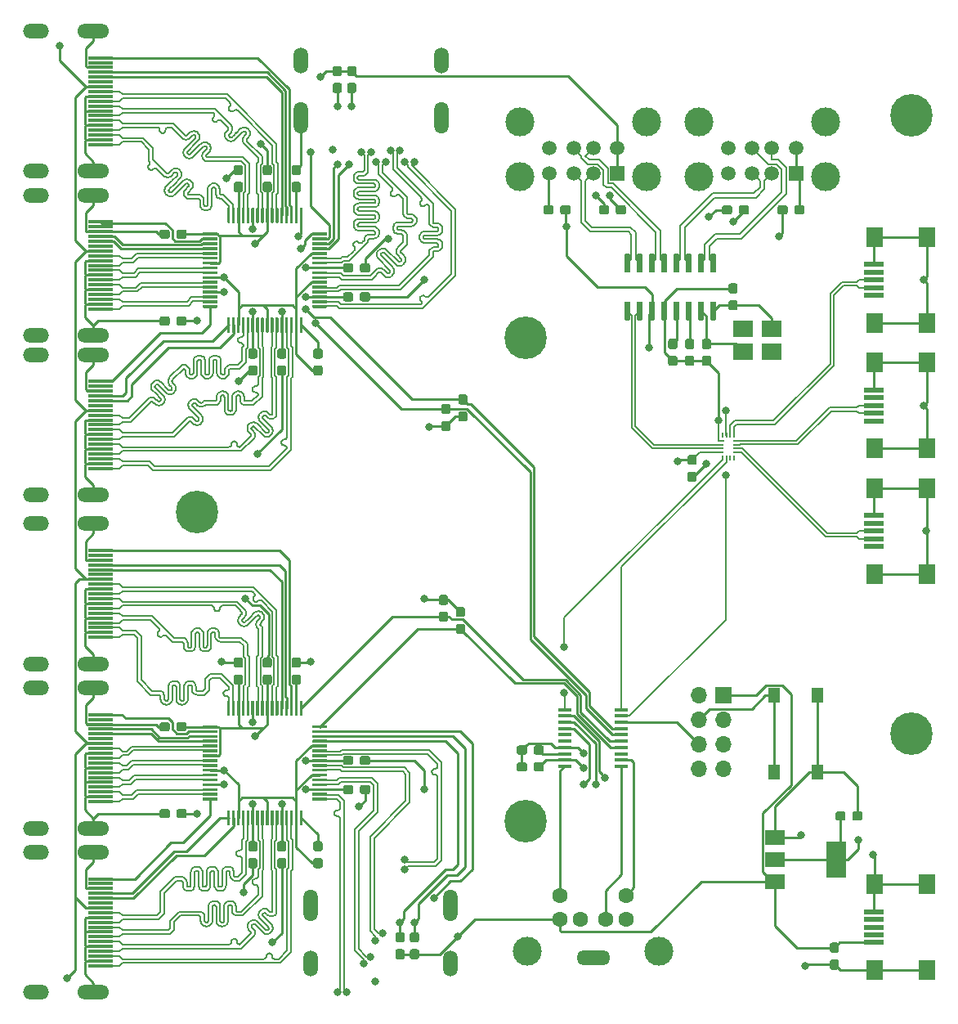
<source format=gbr>
G04 #@! TF.GenerationSoftware,KiCad,Pcbnew,5.1.2-f72e74a~84~ubuntu18.04.1*
G04 #@! TF.CreationDate,2019-07-30T17:28:06-04:00*
G04 #@! TF.ProjectId,kvm-base,6b766d2d-6261-4736-952e-6b696361645f,rev?*
G04 #@! TF.SameCoordinates,Original*
G04 #@! TF.FileFunction,Copper,L1,Top*
G04 #@! TF.FilePolarity,Positive*
%FSLAX46Y46*%
G04 Gerber Fmt 4.6, Leading zero omitted, Abs format (unit mm)*
G04 Created by KiCad (PCBNEW 5.1.2-f72e74a~84~ubuntu18.04.1) date 2019-07-30 17:28:06*
%MOMM*%
%LPD*%
G04 APERTURE LIST*
%ADD10C,0.700000*%
%ADD11C,4.400000*%
%ADD12R,2.000000X0.500000*%
%ADD13R,1.700000X2.000000*%
%ADD14R,2.600000X0.300000*%
%ADD15O,2.700000X1.500000*%
%ADD16O,3.300000X1.500000*%
%ADD17O,1.500000X2.700000*%
%ADD18O,1.500000X3.300000*%
%ADD19C,0.100000*%
%ADD20C,0.950000*%
%ADD21C,1.600000*%
%ADD22C,3.000000*%
%ADD23O,3.500000X1.500000*%
%ADD24R,1.700000X1.700000*%
%ADD25O,1.700000X1.700000*%
%ADD26R,1.500000X1.500000*%
%ADD27C,1.500000*%
%ADD28R,1.300000X1.550000*%
%ADD29R,2.000000X3.800000*%
%ADD30R,2.000000X1.500000*%
%ADD31R,0.663000X0.225000*%
%ADD32R,0.563000X0.225000*%
%ADD33R,0.225000X0.563000*%
%ADD34R,1.450000X0.450000*%
%ADD35C,0.300000*%
%ADD36C,0.600000*%
%ADD37R,2.100000X1.800000*%
%ADD38C,0.800000*%
%ADD39C,0.250000*%
%ADD40C,0.127000*%
%ADD41C,0.200000*%
%ADD42C,0.203200*%
G04 APERTURE END LIST*
D10*
X76166726Y-101833274D03*
X75000000Y-101350000D03*
X73833274Y-101833274D03*
X73350000Y-103000000D03*
X73833274Y-104166726D03*
X75000000Y-104650000D03*
X76166726Y-104166726D03*
X76650000Y-103000000D03*
D11*
X75000000Y-103000000D03*
X75000000Y-53000000D03*
D10*
X76650000Y-53000000D03*
X76166726Y-54166726D03*
X75000000Y-54650000D03*
X73833274Y-54166726D03*
X73350000Y-53000000D03*
X73833274Y-51833274D03*
X75000000Y-51350000D03*
X76166726Y-51833274D03*
X42166726Y-69833274D03*
X41000000Y-69350000D03*
X39833274Y-69833274D03*
X39350000Y-71000000D03*
X39833274Y-72166726D03*
X41000000Y-72650000D03*
X42166726Y-72166726D03*
X42650000Y-71000000D03*
D11*
X41000000Y-71000000D03*
X115000000Y-94000000D03*
D10*
X116650000Y-94000000D03*
X116166726Y-95166726D03*
X115000000Y-95650000D03*
X113833274Y-95166726D03*
X113350000Y-94000000D03*
X113833274Y-92833274D03*
X115000000Y-92350000D03*
X116166726Y-92833274D03*
X116166726Y-28833274D03*
X115000000Y-28350000D03*
X113833274Y-28833274D03*
X113350000Y-30000000D03*
X113833274Y-31166726D03*
X115000000Y-31650000D03*
X116166726Y-31166726D03*
X116650000Y-30000000D03*
D11*
X115000000Y-30000000D03*
D12*
X111050000Y-115600000D03*
X111050000Y-114800000D03*
X111050000Y-114000000D03*
X111050000Y-113200000D03*
X111050000Y-112400000D03*
D13*
X111150000Y-118450000D03*
X116600000Y-118450000D03*
X111150000Y-109550000D03*
X116600000Y-109550000D03*
X116600000Y-68550000D03*
X111150000Y-68550000D03*
X116600000Y-77450000D03*
X111150000Y-77450000D03*
D12*
X111050000Y-71400000D03*
X111050000Y-72200000D03*
X111050000Y-73000000D03*
X111050000Y-73800000D03*
X111050000Y-74600000D03*
X111050000Y-61600000D03*
X111050000Y-60800000D03*
X111050000Y-60000000D03*
X111050000Y-59200000D03*
X111050000Y-58400000D03*
D13*
X111150000Y-64450000D03*
X116600000Y-64450000D03*
X111150000Y-55550000D03*
X116600000Y-55550000D03*
D12*
X111050000Y-48600000D03*
X111050000Y-47800000D03*
X111050000Y-47000000D03*
X111050000Y-46200000D03*
X111050000Y-45400000D03*
D13*
X111150000Y-51450000D03*
X116600000Y-51450000D03*
X111150000Y-42550000D03*
X116600000Y-42550000D03*
D14*
X31000000Y-24000000D03*
X31000000Y-24500000D03*
X31000000Y-25000000D03*
X31000000Y-25500000D03*
X31000000Y-26000000D03*
X31000000Y-26500000D03*
X31000000Y-27000000D03*
X31000000Y-27500000D03*
X31000000Y-28000000D03*
X31000000Y-28500000D03*
X31000000Y-29000000D03*
X31000000Y-29500000D03*
X31000000Y-30000000D03*
X31000000Y-30500000D03*
X31000000Y-31000000D03*
X31000000Y-31500000D03*
X31000000Y-32000000D03*
X31000000Y-32500000D03*
D15*
X24280000Y-35750000D03*
X24280000Y-21250000D03*
D16*
X30240000Y-35750000D03*
X30240000Y-21250000D03*
D14*
X31000000Y-33000000D03*
X31000000Y-41000000D03*
X31000000Y-41500000D03*
X31000000Y-42000000D03*
X31000000Y-42500000D03*
X31000000Y-43000000D03*
X31000000Y-43500000D03*
X31000000Y-44000000D03*
X31000000Y-44500000D03*
X31000000Y-45000000D03*
X31000000Y-45500000D03*
X31000000Y-46000000D03*
X31000000Y-46500000D03*
X31000000Y-47000000D03*
X31000000Y-47500000D03*
X31000000Y-48000000D03*
X31000000Y-48500000D03*
X31000000Y-49000000D03*
X31000000Y-49500000D03*
D15*
X24280000Y-52750000D03*
X24280000Y-38250000D03*
D16*
X30240000Y-52750000D03*
X30240000Y-38250000D03*
D14*
X31000000Y-50000000D03*
X31000000Y-57500000D03*
X31000000Y-58000000D03*
X31000000Y-58500000D03*
X31000000Y-59000000D03*
X31000000Y-59500000D03*
X31000000Y-60000000D03*
X31000000Y-60500000D03*
X31000000Y-61000000D03*
X31000000Y-61500000D03*
X31000000Y-62000000D03*
X31000000Y-62500000D03*
X31000000Y-63000000D03*
X31000000Y-63500000D03*
X31000000Y-64000000D03*
X31000000Y-64500000D03*
X31000000Y-65000000D03*
X31000000Y-65500000D03*
X31000000Y-66000000D03*
D15*
X24280000Y-69250000D03*
X24280000Y-54750000D03*
D16*
X30240000Y-69250000D03*
X30240000Y-54750000D03*
D14*
X31000000Y-66500000D03*
D17*
X66250000Y-24280000D03*
X51750000Y-24280000D03*
D18*
X66250000Y-30240000D03*
X51750000Y-30240000D03*
D14*
X31000000Y-75000000D03*
X31000000Y-75500000D03*
X31000000Y-76000000D03*
X31000000Y-76500000D03*
X31000000Y-77000000D03*
X31000000Y-77500000D03*
X31000000Y-78000000D03*
X31000000Y-78500000D03*
X31000000Y-79000000D03*
X31000000Y-79500000D03*
X31000000Y-80000000D03*
X31000000Y-80500000D03*
X31000000Y-81000000D03*
X31000000Y-81500000D03*
X31000000Y-82000000D03*
X31000000Y-82500000D03*
X31000000Y-83000000D03*
X31000000Y-83500000D03*
D15*
X24280000Y-86750000D03*
X24280000Y-72250000D03*
D16*
X30240000Y-86750000D03*
X30240000Y-72250000D03*
D14*
X31000000Y-84000000D03*
X31000000Y-92000000D03*
X31000000Y-92500000D03*
X31000000Y-93000000D03*
X31000000Y-93500000D03*
X31000000Y-94000000D03*
X31000000Y-94500000D03*
X31000000Y-95000000D03*
X31000000Y-95500000D03*
X31000000Y-96000000D03*
X31000000Y-96500000D03*
X31000000Y-97000000D03*
X31000000Y-97500000D03*
X31000000Y-98000000D03*
X31000000Y-98500000D03*
X31000000Y-99000000D03*
X31000000Y-99500000D03*
X31000000Y-100000000D03*
X31000000Y-100500000D03*
D15*
X24280000Y-103750000D03*
X24280000Y-89250000D03*
D16*
X30240000Y-103750000D03*
X30240000Y-89250000D03*
D14*
X31000000Y-101000000D03*
X31000000Y-109000000D03*
X31000000Y-109500000D03*
X31000000Y-110000000D03*
X31000000Y-110500000D03*
X31000000Y-111000000D03*
X31000000Y-111500000D03*
X31000000Y-112000000D03*
X31000000Y-112500000D03*
X31000000Y-113000000D03*
X31000000Y-113500000D03*
X31000000Y-114000000D03*
X31000000Y-114500000D03*
X31000000Y-115000000D03*
X31000000Y-115500000D03*
X31000000Y-116000000D03*
X31000000Y-116500000D03*
X31000000Y-117000000D03*
X31000000Y-117500000D03*
D15*
X24280000Y-120750000D03*
X24280000Y-106250000D03*
D16*
X30240000Y-120750000D03*
X30240000Y-106250000D03*
D14*
X31000000Y-118000000D03*
D17*
X52750000Y-117720000D03*
X67250000Y-117720000D03*
D18*
X52750000Y-111760000D03*
X67250000Y-111760000D03*
D19*
G36*
X107260779Y-117351144D02*
G01*
X107283834Y-117354563D01*
X107306443Y-117360227D01*
X107328387Y-117368079D01*
X107349457Y-117378044D01*
X107369448Y-117390026D01*
X107388168Y-117403910D01*
X107405438Y-117419562D01*
X107421090Y-117436832D01*
X107434974Y-117455552D01*
X107446956Y-117475543D01*
X107456921Y-117496613D01*
X107464773Y-117518557D01*
X107470437Y-117541166D01*
X107473856Y-117564221D01*
X107475000Y-117587500D01*
X107475000Y-118162500D01*
X107473856Y-118185779D01*
X107470437Y-118208834D01*
X107464773Y-118231443D01*
X107456921Y-118253387D01*
X107446956Y-118274457D01*
X107434974Y-118294448D01*
X107421090Y-118313168D01*
X107405438Y-118330438D01*
X107388168Y-118346090D01*
X107369448Y-118359974D01*
X107349457Y-118371956D01*
X107328387Y-118381921D01*
X107306443Y-118389773D01*
X107283834Y-118395437D01*
X107260779Y-118398856D01*
X107237500Y-118400000D01*
X106762500Y-118400000D01*
X106739221Y-118398856D01*
X106716166Y-118395437D01*
X106693557Y-118389773D01*
X106671613Y-118381921D01*
X106650543Y-118371956D01*
X106630552Y-118359974D01*
X106611832Y-118346090D01*
X106594562Y-118330438D01*
X106578910Y-118313168D01*
X106565026Y-118294448D01*
X106553044Y-118274457D01*
X106543079Y-118253387D01*
X106535227Y-118231443D01*
X106529563Y-118208834D01*
X106526144Y-118185779D01*
X106525000Y-118162500D01*
X106525000Y-117587500D01*
X106526144Y-117564221D01*
X106529563Y-117541166D01*
X106535227Y-117518557D01*
X106543079Y-117496613D01*
X106553044Y-117475543D01*
X106565026Y-117455552D01*
X106578910Y-117436832D01*
X106594562Y-117419562D01*
X106611832Y-117403910D01*
X106630552Y-117390026D01*
X106650543Y-117378044D01*
X106671613Y-117368079D01*
X106693557Y-117360227D01*
X106716166Y-117354563D01*
X106739221Y-117351144D01*
X106762500Y-117350000D01*
X107237500Y-117350000D01*
X107260779Y-117351144D01*
X107260779Y-117351144D01*
G37*
D20*
X107000000Y-117875000D03*
D19*
G36*
X107260779Y-115601144D02*
G01*
X107283834Y-115604563D01*
X107306443Y-115610227D01*
X107328387Y-115618079D01*
X107349457Y-115628044D01*
X107369448Y-115640026D01*
X107388168Y-115653910D01*
X107405438Y-115669562D01*
X107421090Y-115686832D01*
X107434974Y-115705552D01*
X107446956Y-115725543D01*
X107456921Y-115746613D01*
X107464773Y-115768557D01*
X107470437Y-115791166D01*
X107473856Y-115814221D01*
X107475000Y-115837500D01*
X107475000Y-116412500D01*
X107473856Y-116435779D01*
X107470437Y-116458834D01*
X107464773Y-116481443D01*
X107456921Y-116503387D01*
X107446956Y-116524457D01*
X107434974Y-116544448D01*
X107421090Y-116563168D01*
X107405438Y-116580438D01*
X107388168Y-116596090D01*
X107369448Y-116609974D01*
X107349457Y-116621956D01*
X107328387Y-116631921D01*
X107306443Y-116639773D01*
X107283834Y-116645437D01*
X107260779Y-116648856D01*
X107237500Y-116650000D01*
X106762500Y-116650000D01*
X106739221Y-116648856D01*
X106716166Y-116645437D01*
X106693557Y-116639773D01*
X106671613Y-116631921D01*
X106650543Y-116621956D01*
X106630552Y-116609974D01*
X106611832Y-116596090D01*
X106594562Y-116580438D01*
X106578910Y-116563168D01*
X106565026Y-116544448D01*
X106553044Y-116524457D01*
X106543079Y-116503387D01*
X106535227Y-116481443D01*
X106529563Y-116458834D01*
X106526144Y-116435779D01*
X106525000Y-116412500D01*
X106525000Y-115837500D01*
X106526144Y-115814221D01*
X106529563Y-115791166D01*
X106535227Y-115768557D01*
X106543079Y-115746613D01*
X106553044Y-115725543D01*
X106565026Y-115705552D01*
X106578910Y-115686832D01*
X106594562Y-115669562D01*
X106611832Y-115653910D01*
X106630552Y-115640026D01*
X106650543Y-115628044D01*
X106671613Y-115618079D01*
X106693557Y-115610227D01*
X106716166Y-115604563D01*
X106739221Y-115601144D01*
X106762500Y-115600000D01*
X107237500Y-115600000D01*
X107260779Y-115601144D01*
X107260779Y-115601144D01*
G37*
D20*
X107000000Y-116125000D03*
D19*
G36*
X107935779Y-102026144D02*
G01*
X107958834Y-102029563D01*
X107981443Y-102035227D01*
X108003387Y-102043079D01*
X108024457Y-102053044D01*
X108044448Y-102065026D01*
X108063168Y-102078910D01*
X108080438Y-102094562D01*
X108096090Y-102111832D01*
X108109974Y-102130552D01*
X108121956Y-102150543D01*
X108131921Y-102171613D01*
X108139773Y-102193557D01*
X108145437Y-102216166D01*
X108148856Y-102239221D01*
X108150000Y-102262500D01*
X108150000Y-102737500D01*
X108148856Y-102760779D01*
X108145437Y-102783834D01*
X108139773Y-102806443D01*
X108131921Y-102828387D01*
X108121956Y-102849457D01*
X108109974Y-102869448D01*
X108096090Y-102888168D01*
X108080438Y-102905438D01*
X108063168Y-102921090D01*
X108044448Y-102934974D01*
X108024457Y-102946956D01*
X108003387Y-102956921D01*
X107981443Y-102964773D01*
X107958834Y-102970437D01*
X107935779Y-102973856D01*
X107912500Y-102975000D01*
X107337500Y-102975000D01*
X107314221Y-102973856D01*
X107291166Y-102970437D01*
X107268557Y-102964773D01*
X107246613Y-102956921D01*
X107225543Y-102946956D01*
X107205552Y-102934974D01*
X107186832Y-102921090D01*
X107169562Y-102905438D01*
X107153910Y-102888168D01*
X107140026Y-102869448D01*
X107128044Y-102849457D01*
X107118079Y-102828387D01*
X107110227Y-102806443D01*
X107104563Y-102783834D01*
X107101144Y-102760779D01*
X107100000Y-102737500D01*
X107100000Y-102262500D01*
X107101144Y-102239221D01*
X107104563Y-102216166D01*
X107110227Y-102193557D01*
X107118079Y-102171613D01*
X107128044Y-102150543D01*
X107140026Y-102130552D01*
X107153910Y-102111832D01*
X107169562Y-102094562D01*
X107186832Y-102078910D01*
X107205552Y-102065026D01*
X107225543Y-102053044D01*
X107246613Y-102043079D01*
X107268557Y-102035227D01*
X107291166Y-102029563D01*
X107314221Y-102026144D01*
X107337500Y-102025000D01*
X107912500Y-102025000D01*
X107935779Y-102026144D01*
X107935779Y-102026144D01*
G37*
D20*
X107625000Y-102500000D03*
D19*
G36*
X109685779Y-102026144D02*
G01*
X109708834Y-102029563D01*
X109731443Y-102035227D01*
X109753387Y-102043079D01*
X109774457Y-102053044D01*
X109794448Y-102065026D01*
X109813168Y-102078910D01*
X109830438Y-102094562D01*
X109846090Y-102111832D01*
X109859974Y-102130552D01*
X109871956Y-102150543D01*
X109881921Y-102171613D01*
X109889773Y-102193557D01*
X109895437Y-102216166D01*
X109898856Y-102239221D01*
X109900000Y-102262500D01*
X109900000Y-102737500D01*
X109898856Y-102760779D01*
X109895437Y-102783834D01*
X109889773Y-102806443D01*
X109881921Y-102828387D01*
X109871956Y-102849457D01*
X109859974Y-102869448D01*
X109846090Y-102888168D01*
X109830438Y-102905438D01*
X109813168Y-102921090D01*
X109794448Y-102934974D01*
X109774457Y-102946956D01*
X109753387Y-102956921D01*
X109731443Y-102964773D01*
X109708834Y-102970437D01*
X109685779Y-102973856D01*
X109662500Y-102975000D01*
X109087500Y-102975000D01*
X109064221Y-102973856D01*
X109041166Y-102970437D01*
X109018557Y-102964773D01*
X108996613Y-102956921D01*
X108975543Y-102946956D01*
X108955552Y-102934974D01*
X108936832Y-102921090D01*
X108919562Y-102905438D01*
X108903910Y-102888168D01*
X108890026Y-102869448D01*
X108878044Y-102849457D01*
X108868079Y-102828387D01*
X108860227Y-102806443D01*
X108854563Y-102783834D01*
X108851144Y-102760779D01*
X108850000Y-102737500D01*
X108850000Y-102262500D01*
X108851144Y-102239221D01*
X108854563Y-102216166D01*
X108860227Y-102193557D01*
X108868079Y-102171613D01*
X108878044Y-102150543D01*
X108890026Y-102130552D01*
X108903910Y-102111832D01*
X108919562Y-102094562D01*
X108936832Y-102078910D01*
X108955552Y-102065026D01*
X108975543Y-102053044D01*
X108996613Y-102043079D01*
X109018557Y-102035227D01*
X109041166Y-102029563D01*
X109064221Y-102026144D01*
X109087500Y-102025000D01*
X109662500Y-102025000D01*
X109685779Y-102026144D01*
X109685779Y-102026144D01*
G37*
D20*
X109375000Y-102500000D03*
D19*
G36*
X92510779Y-65101144D02*
G01*
X92533834Y-65104563D01*
X92556443Y-65110227D01*
X92578387Y-65118079D01*
X92599457Y-65128044D01*
X92619448Y-65140026D01*
X92638168Y-65153910D01*
X92655438Y-65169562D01*
X92671090Y-65186832D01*
X92684974Y-65205552D01*
X92696956Y-65225543D01*
X92706921Y-65246613D01*
X92714773Y-65268557D01*
X92720437Y-65291166D01*
X92723856Y-65314221D01*
X92725000Y-65337500D01*
X92725000Y-65912500D01*
X92723856Y-65935779D01*
X92720437Y-65958834D01*
X92714773Y-65981443D01*
X92706921Y-66003387D01*
X92696956Y-66024457D01*
X92684974Y-66044448D01*
X92671090Y-66063168D01*
X92655438Y-66080438D01*
X92638168Y-66096090D01*
X92619448Y-66109974D01*
X92599457Y-66121956D01*
X92578387Y-66131921D01*
X92556443Y-66139773D01*
X92533834Y-66145437D01*
X92510779Y-66148856D01*
X92487500Y-66150000D01*
X92012500Y-66150000D01*
X91989221Y-66148856D01*
X91966166Y-66145437D01*
X91943557Y-66139773D01*
X91921613Y-66131921D01*
X91900543Y-66121956D01*
X91880552Y-66109974D01*
X91861832Y-66096090D01*
X91844562Y-66080438D01*
X91828910Y-66063168D01*
X91815026Y-66044448D01*
X91803044Y-66024457D01*
X91793079Y-66003387D01*
X91785227Y-65981443D01*
X91779563Y-65958834D01*
X91776144Y-65935779D01*
X91775000Y-65912500D01*
X91775000Y-65337500D01*
X91776144Y-65314221D01*
X91779563Y-65291166D01*
X91785227Y-65268557D01*
X91793079Y-65246613D01*
X91803044Y-65225543D01*
X91815026Y-65205552D01*
X91828910Y-65186832D01*
X91844562Y-65169562D01*
X91861832Y-65153910D01*
X91880552Y-65140026D01*
X91900543Y-65128044D01*
X91921613Y-65118079D01*
X91943557Y-65110227D01*
X91966166Y-65104563D01*
X91989221Y-65101144D01*
X92012500Y-65100000D01*
X92487500Y-65100000D01*
X92510779Y-65101144D01*
X92510779Y-65101144D01*
G37*
D20*
X92250000Y-65625000D03*
D19*
G36*
X92510779Y-66851144D02*
G01*
X92533834Y-66854563D01*
X92556443Y-66860227D01*
X92578387Y-66868079D01*
X92599457Y-66878044D01*
X92619448Y-66890026D01*
X92638168Y-66903910D01*
X92655438Y-66919562D01*
X92671090Y-66936832D01*
X92684974Y-66955552D01*
X92696956Y-66975543D01*
X92706921Y-66996613D01*
X92714773Y-67018557D01*
X92720437Y-67041166D01*
X92723856Y-67064221D01*
X92725000Y-67087500D01*
X92725000Y-67662500D01*
X92723856Y-67685779D01*
X92720437Y-67708834D01*
X92714773Y-67731443D01*
X92706921Y-67753387D01*
X92696956Y-67774457D01*
X92684974Y-67794448D01*
X92671090Y-67813168D01*
X92655438Y-67830438D01*
X92638168Y-67846090D01*
X92619448Y-67859974D01*
X92599457Y-67871956D01*
X92578387Y-67881921D01*
X92556443Y-67889773D01*
X92533834Y-67895437D01*
X92510779Y-67898856D01*
X92487500Y-67900000D01*
X92012500Y-67900000D01*
X91989221Y-67898856D01*
X91966166Y-67895437D01*
X91943557Y-67889773D01*
X91921613Y-67881921D01*
X91900543Y-67871956D01*
X91880552Y-67859974D01*
X91861832Y-67846090D01*
X91844562Y-67830438D01*
X91828910Y-67813168D01*
X91815026Y-67794448D01*
X91803044Y-67774457D01*
X91793079Y-67753387D01*
X91785227Y-67731443D01*
X91779563Y-67708834D01*
X91776144Y-67685779D01*
X91775000Y-67662500D01*
X91775000Y-67087500D01*
X91776144Y-67064221D01*
X91779563Y-67041166D01*
X91785227Y-67018557D01*
X91793079Y-66996613D01*
X91803044Y-66975543D01*
X91815026Y-66955552D01*
X91828910Y-66936832D01*
X91844562Y-66919562D01*
X91861832Y-66903910D01*
X91880552Y-66890026D01*
X91900543Y-66878044D01*
X91921613Y-66868079D01*
X91943557Y-66860227D01*
X91966166Y-66854563D01*
X91989221Y-66851144D01*
X92012500Y-66850000D01*
X92487500Y-66850000D01*
X92510779Y-66851144D01*
X92510779Y-66851144D01*
G37*
D20*
X92250000Y-67375000D03*
D19*
G36*
X74935779Y-95196144D02*
G01*
X74958834Y-95199563D01*
X74981443Y-95205227D01*
X75003387Y-95213079D01*
X75024457Y-95223044D01*
X75044448Y-95235026D01*
X75063168Y-95248910D01*
X75080438Y-95264562D01*
X75096090Y-95281832D01*
X75109974Y-95300552D01*
X75121956Y-95320543D01*
X75131921Y-95341613D01*
X75139773Y-95363557D01*
X75145437Y-95386166D01*
X75148856Y-95409221D01*
X75150000Y-95432500D01*
X75150000Y-95907500D01*
X75148856Y-95930779D01*
X75145437Y-95953834D01*
X75139773Y-95976443D01*
X75131921Y-95998387D01*
X75121956Y-96019457D01*
X75109974Y-96039448D01*
X75096090Y-96058168D01*
X75080438Y-96075438D01*
X75063168Y-96091090D01*
X75044448Y-96104974D01*
X75024457Y-96116956D01*
X75003387Y-96126921D01*
X74981443Y-96134773D01*
X74958834Y-96140437D01*
X74935779Y-96143856D01*
X74912500Y-96145000D01*
X74337500Y-96145000D01*
X74314221Y-96143856D01*
X74291166Y-96140437D01*
X74268557Y-96134773D01*
X74246613Y-96126921D01*
X74225543Y-96116956D01*
X74205552Y-96104974D01*
X74186832Y-96091090D01*
X74169562Y-96075438D01*
X74153910Y-96058168D01*
X74140026Y-96039448D01*
X74128044Y-96019457D01*
X74118079Y-95998387D01*
X74110227Y-95976443D01*
X74104563Y-95953834D01*
X74101144Y-95930779D01*
X74100000Y-95907500D01*
X74100000Y-95432500D01*
X74101144Y-95409221D01*
X74104563Y-95386166D01*
X74110227Y-95363557D01*
X74118079Y-95341613D01*
X74128044Y-95320543D01*
X74140026Y-95300552D01*
X74153910Y-95281832D01*
X74169562Y-95264562D01*
X74186832Y-95248910D01*
X74205552Y-95235026D01*
X74225543Y-95223044D01*
X74246613Y-95213079D01*
X74268557Y-95205227D01*
X74291166Y-95199563D01*
X74314221Y-95196144D01*
X74337500Y-95195000D01*
X74912500Y-95195000D01*
X74935779Y-95196144D01*
X74935779Y-95196144D01*
G37*
D20*
X74625000Y-95670000D03*
D19*
G36*
X76685779Y-95196144D02*
G01*
X76708834Y-95199563D01*
X76731443Y-95205227D01*
X76753387Y-95213079D01*
X76774457Y-95223044D01*
X76794448Y-95235026D01*
X76813168Y-95248910D01*
X76830438Y-95264562D01*
X76846090Y-95281832D01*
X76859974Y-95300552D01*
X76871956Y-95320543D01*
X76881921Y-95341613D01*
X76889773Y-95363557D01*
X76895437Y-95386166D01*
X76898856Y-95409221D01*
X76900000Y-95432500D01*
X76900000Y-95907500D01*
X76898856Y-95930779D01*
X76895437Y-95953834D01*
X76889773Y-95976443D01*
X76881921Y-95998387D01*
X76871956Y-96019457D01*
X76859974Y-96039448D01*
X76846090Y-96058168D01*
X76830438Y-96075438D01*
X76813168Y-96091090D01*
X76794448Y-96104974D01*
X76774457Y-96116956D01*
X76753387Y-96126921D01*
X76731443Y-96134773D01*
X76708834Y-96140437D01*
X76685779Y-96143856D01*
X76662500Y-96145000D01*
X76087500Y-96145000D01*
X76064221Y-96143856D01*
X76041166Y-96140437D01*
X76018557Y-96134773D01*
X75996613Y-96126921D01*
X75975543Y-96116956D01*
X75955552Y-96104974D01*
X75936832Y-96091090D01*
X75919562Y-96075438D01*
X75903910Y-96058168D01*
X75890026Y-96039448D01*
X75878044Y-96019457D01*
X75868079Y-95998387D01*
X75860227Y-95976443D01*
X75854563Y-95953834D01*
X75851144Y-95930779D01*
X75850000Y-95907500D01*
X75850000Y-95432500D01*
X75851144Y-95409221D01*
X75854563Y-95386166D01*
X75860227Y-95363557D01*
X75868079Y-95341613D01*
X75878044Y-95320543D01*
X75890026Y-95300552D01*
X75903910Y-95281832D01*
X75919562Y-95264562D01*
X75936832Y-95248910D01*
X75955552Y-95235026D01*
X75975543Y-95223044D01*
X75996613Y-95213079D01*
X76018557Y-95205227D01*
X76041166Y-95199563D01*
X76064221Y-95196144D01*
X76087500Y-95195000D01*
X76662500Y-95195000D01*
X76685779Y-95196144D01*
X76685779Y-95196144D01*
G37*
D20*
X76375000Y-95670000D03*
D19*
G36*
X76685779Y-96946144D02*
G01*
X76708834Y-96949563D01*
X76731443Y-96955227D01*
X76753387Y-96963079D01*
X76774457Y-96973044D01*
X76794448Y-96985026D01*
X76813168Y-96998910D01*
X76830438Y-97014562D01*
X76846090Y-97031832D01*
X76859974Y-97050552D01*
X76871956Y-97070543D01*
X76881921Y-97091613D01*
X76889773Y-97113557D01*
X76895437Y-97136166D01*
X76898856Y-97159221D01*
X76900000Y-97182500D01*
X76900000Y-97657500D01*
X76898856Y-97680779D01*
X76895437Y-97703834D01*
X76889773Y-97726443D01*
X76881921Y-97748387D01*
X76871956Y-97769457D01*
X76859974Y-97789448D01*
X76846090Y-97808168D01*
X76830438Y-97825438D01*
X76813168Y-97841090D01*
X76794448Y-97854974D01*
X76774457Y-97866956D01*
X76753387Y-97876921D01*
X76731443Y-97884773D01*
X76708834Y-97890437D01*
X76685779Y-97893856D01*
X76662500Y-97895000D01*
X76087500Y-97895000D01*
X76064221Y-97893856D01*
X76041166Y-97890437D01*
X76018557Y-97884773D01*
X75996613Y-97876921D01*
X75975543Y-97866956D01*
X75955552Y-97854974D01*
X75936832Y-97841090D01*
X75919562Y-97825438D01*
X75903910Y-97808168D01*
X75890026Y-97789448D01*
X75878044Y-97769457D01*
X75868079Y-97748387D01*
X75860227Y-97726443D01*
X75854563Y-97703834D01*
X75851144Y-97680779D01*
X75850000Y-97657500D01*
X75850000Y-97182500D01*
X75851144Y-97159221D01*
X75854563Y-97136166D01*
X75860227Y-97113557D01*
X75868079Y-97091613D01*
X75878044Y-97070543D01*
X75890026Y-97050552D01*
X75903910Y-97031832D01*
X75919562Y-97014562D01*
X75936832Y-96998910D01*
X75955552Y-96985026D01*
X75975543Y-96973044D01*
X75996613Y-96963079D01*
X76018557Y-96955227D01*
X76041166Y-96949563D01*
X76064221Y-96946144D01*
X76087500Y-96945000D01*
X76662500Y-96945000D01*
X76685779Y-96946144D01*
X76685779Y-96946144D01*
G37*
D20*
X76375000Y-97420000D03*
D19*
G36*
X74935779Y-96946144D02*
G01*
X74958834Y-96949563D01*
X74981443Y-96955227D01*
X75003387Y-96963079D01*
X75024457Y-96973044D01*
X75044448Y-96985026D01*
X75063168Y-96998910D01*
X75080438Y-97014562D01*
X75096090Y-97031832D01*
X75109974Y-97050552D01*
X75121956Y-97070543D01*
X75131921Y-97091613D01*
X75139773Y-97113557D01*
X75145437Y-97136166D01*
X75148856Y-97159221D01*
X75150000Y-97182500D01*
X75150000Y-97657500D01*
X75148856Y-97680779D01*
X75145437Y-97703834D01*
X75139773Y-97726443D01*
X75131921Y-97748387D01*
X75121956Y-97769457D01*
X75109974Y-97789448D01*
X75096090Y-97808168D01*
X75080438Y-97825438D01*
X75063168Y-97841090D01*
X75044448Y-97854974D01*
X75024457Y-97866956D01*
X75003387Y-97876921D01*
X74981443Y-97884773D01*
X74958834Y-97890437D01*
X74935779Y-97893856D01*
X74912500Y-97895000D01*
X74337500Y-97895000D01*
X74314221Y-97893856D01*
X74291166Y-97890437D01*
X74268557Y-97884773D01*
X74246613Y-97876921D01*
X74225543Y-97866956D01*
X74205552Y-97854974D01*
X74186832Y-97841090D01*
X74169562Y-97825438D01*
X74153910Y-97808168D01*
X74140026Y-97789448D01*
X74128044Y-97769457D01*
X74118079Y-97748387D01*
X74110227Y-97726443D01*
X74104563Y-97703834D01*
X74101144Y-97680779D01*
X74100000Y-97657500D01*
X74100000Y-97182500D01*
X74101144Y-97159221D01*
X74104563Y-97136166D01*
X74110227Y-97113557D01*
X74118079Y-97091613D01*
X74128044Y-97070543D01*
X74140026Y-97050552D01*
X74153910Y-97031832D01*
X74169562Y-97014562D01*
X74186832Y-96998910D01*
X74205552Y-96985026D01*
X74225543Y-96973044D01*
X74246613Y-96963079D01*
X74268557Y-96955227D01*
X74291166Y-96949563D01*
X74314221Y-96946144D01*
X74337500Y-96945000D01*
X74912500Y-96945000D01*
X74935779Y-96946144D01*
X74935779Y-96946144D01*
G37*
D20*
X74625000Y-97420000D03*
D19*
G36*
X47010779Y-54101144D02*
G01*
X47033834Y-54104563D01*
X47056443Y-54110227D01*
X47078387Y-54118079D01*
X47099457Y-54128044D01*
X47119448Y-54140026D01*
X47138168Y-54153910D01*
X47155438Y-54169562D01*
X47171090Y-54186832D01*
X47184974Y-54205552D01*
X47196956Y-54225543D01*
X47206921Y-54246613D01*
X47214773Y-54268557D01*
X47220437Y-54291166D01*
X47223856Y-54314221D01*
X47225000Y-54337500D01*
X47225000Y-54912500D01*
X47223856Y-54935779D01*
X47220437Y-54958834D01*
X47214773Y-54981443D01*
X47206921Y-55003387D01*
X47196956Y-55024457D01*
X47184974Y-55044448D01*
X47171090Y-55063168D01*
X47155438Y-55080438D01*
X47138168Y-55096090D01*
X47119448Y-55109974D01*
X47099457Y-55121956D01*
X47078387Y-55131921D01*
X47056443Y-55139773D01*
X47033834Y-55145437D01*
X47010779Y-55148856D01*
X46987500Y-55150000D01*
X46512500Y-55150000D01*
X46489221Y-55148856D01*
X46466166Y-55145437D01*
X46443557Y-55139773D01*
X46421613Y-55131921D01*
X46400543Y-55121956D01*
X46380552Y-55109974D01*
X46361832Y-55096090D01*
X46344562Y-55080438D01*
X46328910Y-55063168D01*
X46315026Y-55044448D01*
X46303044Y-55024457D01*
X46293079Y-55003387D01*
X46285227Y-54981443D01*
X46279563Y-54958834D01*
X46276144Y-54935779D01*
X46275000Y-54912500D01*
X46275000Y-54337500D01*
X46276144Y-54314221D01*
X46279563Y-54291166D01*
X46285227Y-54268557D01*
X46293079Y-54246613D01*
X46303044Y-54225543D01*
X46315026Y-54205552D01*
X46328910Y-54186832D01*
X46344562Y-54169562D01*
X46361832Y-54153910D01*
X46380552Y-54140026D01*
X46400543Y-54128044D01*
X46421613Y-54118079D01*
X46443557Y-54110227D01*
X46466166Y-54104563D01*
X46489221Y-54101144D01*
X46512500Y-54100000D01*
X46987500Y-54100000D01*
X47010779Y-54101144D01*
X47010779Y-54101144D01*
G37*
D20*
X46750000Y-54625000D03*
D19*
G36*
X47010779Y-55851144D02*
G01*
X47033834Y-55854563D01*
X47056443Y-55860227D01*
X47078387Y-55868079D01*
X47099457Y-55878044D01*
X47119448Y-55890026D01*
X47138168Y-55903910D01*
X47155438Y-55919562D01*
X47171090Y-55936832D01*
X47184974Y-55955552D01*
X47196956Y-55975543D01*
X47206921Y-55996613D01*
X47214773Y-56018557D01*
X47220437Y-56041166D01*
X47223856Y-56064221D01*
X47225000Y-56087500D01*
X47225000Y-56662500D01*
X47223856Y-56685779D01*
X47220437Y-56708834D01*
X47214773Y-56731443D01*
X47206921Y-56753387D01*
X47196956Y-56774457D01*
X47184974Y-56794448D01*
X47171090Y-56813168D01*
X47155438Y-56830438D01*
X47138168Y-56846090D01*
X47119448Y-56859974D01*
X47099457Y-56871956D01*
X47078387Y-56881921D01*
X47056443Y-56889773D01*
X47033834Y-56895437D01*
X47010779Y-56898856D01*
X46987500Y-56900000D01*
X46512500Y-56900000D01*
X46489221Y-56898856D01*
X46466166Y-56895437D01*
X46443557Y-56889773D01*
X46421613Y-56881921D01*
X46400543Y-56871956D01*
X46380552Y-56859974D01*
X46361832Y-56846090D01*
X46344562Y-56830438D01*
X46328910Y-56813168D01*
X46315026Y-56794448D01*
X46303044Y-56774457D01*
X46293079Y-56753387D01*
X46285227Y-56731443D01*
X46279563Y-56708834D01*
X46276144Y-56685779D01*
X46275000Y-56662500D01*
X46275000Y-56087500D01*
X46276144Y-56064221D01*
X46279563Y-56041166D01*
X46285227Y-56018557D01*
X46293079Y-55996613D01*
X46303044Y-55975543D01*
X46315026Y-55955552D01*
X46328910Y-55936832D01*
X46344562Y-55919562D01*
X46361832Y-55903910D01*
X46380552Y-55890026D01*
X46400543Y-55878044D01*
X46421613Y-55868079D01*
X46443557Y-55860227D01*
X46466166Y-55854563D01*
X46489221Y-55851144D01*
X46512500Y-55850000D01*
X46987500Y-55850000D01*
X47010779Y-55851144D01*
X47010779Y-55851144D01*
G37*
D20*
X46750000Y-56375000D03*
D19*
G36*
X50010779Y-55851144D02*
G01*
X50033834Y-55854563D01*
X50056443Y-55860227D01*
X50078387Y-55868079D01*
X50099457Y-55878044D01*
X50119448Y-55890026D01*
X50138168Y-55903910D01*
X50155438Y-55919562D01*
X50171090Y-55936832D01*
X50184974Y-55955552D01*
X50196956Y-55975543D01*
X50206921Y-55996613D01*
X50214773Y-56018557D01*
X50220437Y-56041166D01*
X50223856Y-56064221D01*
X50225000Y-56087500D01*
X50225000Y-56662500D01*
X50223856Y-56685779D01*
X50220437Y-56708834D01*
X50214773Y-56731443D01*
X50206921Y-56753387D01*
X50196956Y-56774457D01*
X50184974Y-56794448D01*
X50171090Y-56813168D01*
X50155438Y-56830438D01*
X50138168Y-56846090D01*
X50119448Y-56859974D01*
X50099457Y-56871956D01*
X50078387Y-56881921D01*
X50056443Y-56889773D01*
X50033834Y-56895437D01*
X50010779Y-56898856D01*
X49987500Y-56900000D01*
X49512500Y-56900000D01*
X49489221Y-56898856D01*
X49466166Y-56895437D01*
X49443557Y-56889773D01*
X49421613Y-56881921D01*
X49400543Y-56871956D01*
X49380552Y-56859974D01*
X49361832Y-56846090D01*
X49344562Y-56830438D01*
X49328910Y-56813168D01*
X49315026Y-56794448D01*
X49303044Y-56774457D01*
X49293079Y-56753387D01*
X49285227Y-56731443D01*
X49279563Y-56708834D01*
X49276144Y-56685779D01*
X49275000Y-56662500D01*
X49275000Y-56087500D01*
X49276144Y-56064221D01*
X49279563Y-56041166D01*
X49285227Y-56018557D01*
X49293079Y-55996613D01*
X49303044Y-55975543D01*
X49315026Y-55955552D01*
X49328910Y-55936832D01*
X49344562Y-55919562D01*
X49361832Y-55903910D01*
X49380552Y-55890026D01*
X49400543Y-55878044D01*
X49421613Y-55868079D01*
X49443557Y-55860227D01*
X49466166Y-55854563D01*
X49489221Y-55851144D01*
X49512500Y-55850000D01*
X49987500Y-55850000D01*
X50010779Y-55851144D01*
X50010779Y-55851144D01*
G37*
D20*
X49750000Y-56375000D03*
D19*
G36*
X50010779Y-54101144D02*
G01*
X50033834Y-54104563D01*
X50056443Y-54110227D01*
X50078387Y-54118079D01*
X50099457Y-54128044D01*
X50119448Y-54140026D01*
X50138168Y-54153910D01*
X50155438Y-54169562D01*
X50171090Y-54186832D01*
X50184974Y-54205552D01*
X50196956Y-54225543D01*
X50206921Y-54246613D01*
X50214773Y-54268557D01*
X50220437Y-54291166D01*
X50223856Y-54314221D01*
X50225000Y-54337500D01*
X50225000Y-54912500D01*
X50223856Y-54935779D01*
X50220437Y-54958834D01*
X50214773Y-54981443D01*
X50206921Y-55003387D01*
X50196956Y-55024457D01*
X50184974Y-55044448D01*
X50171090Y-55063168D01*
X50155438Y-55080438D01*
X50138168Y-55096090D01*
X50119448Y-55109974D01*
X50099457Y-55121956D01*
X50078387Y-55131921D01*
X50056443Y-55139773D01*
X50033834Y-55145437D01*
X50010779Y-55148856D01*
X49987500Y-55150000D01*
X49512500Y-55150000D01*
X49489221Y-55148856D01*
X49466166Y-55145437D01*
X49443557Y-55139773D01*
X49421613Y-55131921D01*
X49400543Y-55121956D01*
X49380552Y-55109974D01*
X49361832Y-55096090D01*
X49344562Y-55080438D01*
X49328910Y-55063168D01*
X49315026Y-55044448D01*
X49303044Y-55024457D01*
X49293079Y-55003387D01*
X49285227Y-54981443D01*
X49279563Y-54958834D01*
X49276144Y-54935779D01*
X49275000Y-54912500D01*
X49275000Y-54337500D01*
X49276144Y-54314221D01*
X49279563Y-54291166D01*
X49285227Y-54268557D01*
X49293079Y-54246613D01*
X49303044Y-54225543D01*
X49315026Y-54205552D01*
X49328910Y-54186832D01*
X49344562Y-54169562D01*
X49361832Y-54153910D01*
X49380552Y-54140026D01*
X49400543Y-54128044D01*
X49421613Y-54118079D01*
X49443557Y-54110227D01*
X49466166Y-54104563D01*
X49489221Y-54101144D01*
X49512500Y-54100000D01*
X49987500Y-54100000D01*
X50010779Y-54101144D01*
X50010779Y-54101144D01*
G37*
D20*
X49750000Y-54625000D03*
D19*
G36*
X56935779Y-48276144D02*
G01*
X56958834Y-48279563D01*
X56981443Y-48285227D01*
X57003387Y-48293079D01*
X57024457Y-48303044D01*
X57044448Y-48315026D01*
X57063168Y-48328910D01*
X57080438Y-48344562D01*
X57096090Y-48361832D01*
X57109974Y-48380552D01*
X57121956Y-48400543D01*
X57131921Y-48421613D01*
X57139773Y-48443557D01*
X57145437Y-48466166D01*
X57148856Y-48489221D01*
X57150000Y-48512500D01*
X57150000Y-48987500D01*
X57148856Y-49010779D01*
X57145437Y-49033834D01*
X57139773Y-49056443D01*
X57131921Y-49078387D01*
X57121956Y-49099457D01*
X57109974Y-49119448D01*
X57096090Y-49138168D01*
X57080438Y-49155438D01*
X57063168Y-49171090D01*
X57044448Y-49184974D01*
X57024457Y-49196956D01*
X57003387Y-49206921D01*
X56981443Y-49214773D01*
X56958834Y-49220437D01*
X56935779Y-49223856D01*
X56912500Y-49225000D01*
X56337500Y-49225000D01*
X56314221Y-49223856D01*
X56291166Y-49220437D01*
X56268557Y-49214773D01*
X56246613Y-49206921D01*
X56225543Y-49196956D01*
X56205552Y-49184974D01*
X56186832Y-49171090D01*
X56169562Y-49155438D01*
X56153910Y-49138168D01*
X56140026Y-49119448D01*
X56128044Y-49099457D01*
X56118079Y-49078387D01*
X56110227Y-49056443D01*
X56104563Y-49033834D01*
X56101144Y-49010779D01*
X56100000Y-48987500D01*
X56100000Y-48512500D01*
X56101144Y-48489221D01*
X56104563Y-48466166D01*
X56110227Y-48443557D01*
X56118079Y-48421613D01*
X56128044Y-48400543D01*
X56140026Y-48380552D01*
X56153910Y-48361832D01*
X56169562Y-48344562D01*
X56186832Y-48328910D01*
X56205552Y-48315026D01*
X56225543Y-48303044D01*
X56246613Y-48293079D01*
X56268557Y-48285227D01*
X56291166Y-48279563D01*
X56314221Y-48276144D01*
X56337500Y-48275000D01*
X56912500Y-48275000D01*
X56935779Y-48276144D01*
X56935779Y-48276144D01*
G37*
D20*
X56625000Y-48750000D03*
D19*
G36*
X58685779Y-48276144D02*
G01*
X58708834Y-48279563D01*
X58731443Y-48285227D01*
X58753387Y-48293079D01*
X58774457Y-48303044D01*
X58794448Y-48315026D01*
X58813168Y-48328910D01*
X58830438Y-48344562D01*
X58846090Y-48361832D01*
X58859974Y-48380552D01*
X58871956Y-48400543D01*
X58881921Y-48421613D01*
X58889773Y-48443557D01*
X58895437Y-48466166D01*
X58898856Y-48489221D01*
X58900000Y-48512500D01*
X58900000Y-48987500D01*
X58898856Y-49010779D01*
X58895437Y-49033834D01*
X58889773Y-49056443D01*
X58881921Y-49078387D01*
X58871956Y-49099457D01*
X58859974Y-49119448D01*
X58846090Y-49138168D01*
X58830438Y-49155438D01*
X58813168Y-49171090D01*
X58794448Y-49184974D01*
X58774457Y-49196956D01*
X58753387Y-49206921D01*
X58731443Y-49214773D01*
X58708834Y-49220437D01*
X58685779Y-49223856D01*
X58662500Y-49225000D01*
X58087500Y-49225000D01*
X58064221Y-49223856D01*
X58041166Y-49220437D01*
X58018557Y-49214773D01*
X57996613Y-49206921D01*
X57975543Y-49196956D01*
X57955552Y-49184974D01*
X57936832Y-49171090D01*
X57919562Y-49155438D01*
X57903910Y-49138168D01*
X57890026Y-49119448D01*
X57878044Y-49099457D01*
X57868079Y-49078387D01*
X57860227Y-49056443D01*
X57854563Y-49033834D01*
X57851144Y-49010779D01*
X57850000Y-48987500D01*
X57850000Y-48512500D01*
X57851144Y-48489221D01*
X57854563Y-48466166D01*
X57860227Y-48443557D01*
X57868079Y-48421613D01*
X57878044Y-48400543D01*
X57890026Y-48380552D01*
X57903910Y-48361832D01*
X57919562Y-48344562D01*
X57936832Y-48328910D01*
X57955552Y-48315026D01*
X57975543Y-48303044D01*
X57996613Y-48293079D01*
X58018557Y-48285227D01*
X58041166Y-48279563D01*
X58064221Y-48276144D01*
X58087500Y-48275000D01*
X58662500Y-48275000D01*
X58685779Y-48276144D01*
X58685779Y-48276144D01*
G37*
D20*
X58375000Y-48750000D03*
D19*
G36*
X58685779Y-45276144D02*
G01*
X58708834Y-45279563D01*
X58731443Y-45285227D01*
X58753387Y-45293079D01*
X58774457Y-45303044D01*
X58794448Y-45315026D01*
X58813168Y-45328910D01*
X58830438Y-45344562D01*
X58846090Y-45361832D01*
X58859974Y-45380552D01*
X58871956Y-45400543D01*
X58881921Y-45421613D01*
X58889773Y-45443557D01*
X58895437Y-45466166D01*
X58898856Y-45489221D01*
X58900000Y-45512500D01*
X58900000Y-45987500D01*
X58898856Y-46010779D01*
X58895437Y-46033834D01*
X58889773Y-46056443D01*
X58881921Y-46078387D01*
X58871956Y-46099457D01*
X58859974Y-46119448D01*
X58846090Y-46138168D01*
X58830438Y-46155438D01*
X58813168Y-46171090D01*
X58794448Y-46184974D01*
X58774457Y-46196956D01*
X58753387Y-46206921D01*
X58731443Y-46214773D01*
X58708834Y-46220437D01*
X58685779Y-46223856D01*
X58662500Y-46225000D01*
X58087500Y-46225000D01*
X58064221Y-46223856D01*
X58041166Y-46220437D01*
X58018557Y-46214773D01*
X57996613Y-46206921D01*
X57975543Y-46196956D01*
X57955552Y-46184974D01*
X57936832Y-46171090D01*
X57919562Y-46155438D01*
X57903910Y-46138168D01*
X57890026Y-46119448D01*
X57878044Y-46099457D01*
X57868079Y-46078387D01*
X57860227Y-46056443D01*
X57854563Y-46033834D01*
X57851144Y-46010779D01*
X57850000Y-45987500D01*
X57850000Y-45512500D01*
X57851144Y-45489221D01*
X57854563Y-45466166D01*
X57860227Y-45443557D01*
X57868079Y-45421613D01*
X57878044Y-45400543D01*
X57890026Y-45380552D01*
X57903910Y-45361832D01*
X57919562Y-45344562D01*
X57936832Y-45328910D01*
X57955552Y-45315026D01*
X57975543Y-45303044D01*
X57996613Y-45293079D01*
X58018557Y-45285227D01*
X58041166Y-45279563D01*
X58064221Y-45276144D01*
X58087500Y-45275000D01*
X58662500Y-45275000D01*
X58685779Y-45276144D01*
X58685779Y-45276144D01*
G37*
D20*
X58375000Y-45750000D03*
D19*
G36*
X56935779Y-45276144D02*
G01*
X56958834Y-45279563D01*
X56981443Y-45285227D01*
X57003387Y-45293079D01*
X57024457Y-45303044D01*
X57044448Y-45315026D01*
X57063168Y-45328910D01*
X57080438Y-45344562D01*
X57096090Y-45361832D01*
X57109974Y-45380552D01*
X57121956Y-45400543D01*
X57131921Y-45421613D01*
X57139773Y-45443557D01*
X57145437Y-45466166D01*
X57148856Y-45489221D01*
X57150000Y-45512500D01*
X57150000Y-45987500D01*
X57148856Y-46010779D01*
X57145437Y-46033834D01*
X57139773Y-46056443D01*
X57131921Y-46078387D01*
X57121956Y-46099457D01*
X57109974Y-46119448D01*
X57096090Y-46138168D01*
X57080438Y-46155438D01*
X57063168Y-46171090D01*
X57044448Y-46184974D01*
X57024457Y-46196956D01*
X57003387Y-46206921D01*
X56981443Y-46214773D01*
X56958834Y-46220437D01*
X56935779Y-46223856D01*
X56912500Y-46225000D01*
X56337500Y-46225000D01*
X56314221Y-46223856D01*
X56291166Y-46220437D01*
X56268557Y-46214773D01*
X56246613Y-46206921D01*
X56225543Y-46196956D01*
X56205552Y-46184974D01*
X56186832Y-46171090D01*
X56169562Y-46155438D01*
X56153910Y-46138168D01*
X56140026Y-46119448D01*
X56128044Y-46099457D01*
X56118079Y-46078387D01*
X56110227Y-46056443D01*
X56104563Y-46033834D01*
X56101144Y-46010779D01*
X56100000Y-45987500D01*
X56100000Y-45512500D01*
X56101144Y-45489221D01*
X56104563Y-45466166D01*
X56110227Y-45443557D01*
X56118079Y-45421613D01*
X56128044Y-45400543D01*
X56140026Y-45380552D01*
X56153910Y-45361832D01*
X56169562Y-45344562D01*
X56186832Y-45328910D01*
X56205552Y-45315026D01*
X56225543Y-45303044D01*
X56246613Y-45293079D01*
X56268557Y-45285227D01*
X56291166Y-45279563D01*
X56314221Y-45276144D01*
X56337500Y-45275000D01*
X56912500Y-45275000D01*
X56935779Y-45276144D01*
X56935779Y-45276144D01*
G37*
D20*
X56625000Y-45750000D03*
D19*
G36*
X48510779Y-36851144D02*
G01*
X48533834Y-36854563D01*
X48556443Y-36860227D01*
X48578387Y-36868079D01*
X48599457Y-36878044D01*
X48619448Y-36890026D01*
X48638168Y-36903910D01*
X48655438Y-36919562D01*
X48671090Y-36936832D01*
X48684974Y-36955552D01*
X48696956Y-36975543D01*
X48706921Y-36996613D01*
X48714773Y-37018557D01*
X48720437Y-37041166D01*
X48723856Y-37064221D01*
X48725000Y-37087500D01*
X48725000Y-37662500D01*
X48723856Y-37685779D01*
X48720437Y-37708834D01*
X48714773Y-37731443D01*
X48706921Y-37753387D01*
X48696956Y-37774457D01*
X48684974Y-37794448D01*
X48671090Y-37813168D01*
X48655438Y-37830438D01*
X48638168Y-37846090D01*
X48619448Y-37859974D01*
X48599457Y-37871956D01*
X48578387Y-37881921D01*
X48556443Y-37889773D01*
X48533834Y-37895437D01*
X48510779Y-37898856D01*
X48487500Y-37900000D01*
X48012500Y-37900000D01*
X47989221Y-37898856D01*
X47966166Y-37895437D01*
X47943557Y-37889773D01*
X47921613Y-37881921D01*
X47900543Y-37871956D01*
X47880552Y-37859974D01*
X47861832Y-37846090D01*
X47844562Y-37830438D01*
X47828910Y-37813168D01*
X47815026Y-37794448D01*
X47803044Y-37774457D01*
X47793079Y-37753387D01*
X47785227Y-37731443D01*
X47779563Y-37708834D01*
X47776144Y-37685779D01*
X47775000Y-37662500D01*
X47775000Y-37087500D01*
X47776144Y-37064221D01*
X47779563Y-37041166D01*
X47785227Y-37018557D01*
X47793079Y-36996613D01*
X47803044Y-36975543D01*
X47815026Y-36955552D01*
X47828910Y-36936832D01*
X47844562Y-36919562D01*
X47861832Y-36903910D01*
X47880552Y-36890026D01*
X47900543Y-36878044D01*
X47921613Y-36868079D01*
X47943557Y-36860227D01*
X47966166Y-36854563D01*
X47989221Y-36851144D01*
X48012500Y-36850000D01*
X48487500Y-36850000D01*
X48510779Y-36851144D01*
X48510779Y-36851144D01*
G37*
D20*
X48250000Y-37375000D03*
D19*
G36*
X48510779Y-35101144D02*
G01*
X48533834Y-35104563D01*
X48556443Y-35110227D01*
X48578387Y-35118079D01*
X48599457Y-35128044D01*
X48619448Y-35140026D01*
X48638168Y-35153910D01*
X48655438Y-35169562D01*
X48671090Y-35186832D01*
X48684974Y-35205552D01*
X48696956Y-35225543D01*
X48706921Y-35246613D01*
X48714773Y-35268557D01*
X48720437Y-35291166D01*
X48723856Y-35314221D01*
X48725000Y-35337500D01*
X48725000Y-35912500D01*
X48723856Y-35935779D01*
X48720437Y-35958834D01*
X48714773Y-35981443D01*
X48706921Y-36003387D01*
X48696956Y-36024457D01*
X48684974Y-36044448D01*
X48671090Y-36063168D01*
X48655438Y-36080438D01*
X48638168Y-36096090D01*
X48619448Y-36109974D01*
X48599457Y-36121956D01*
X48578387Y-36131921D01*
X48556443Y-36139773D01*
X48533834Y-36145437D01*
X48510779Y-36148856D01*
X48487500Y-36150000D01*
X48012500Y-36150000D01*
X47989221Y-36148856D01*
X47966166Y-36145437D01*
X47943557Y-36139773D01*
X47921613Y-36131921D01*
X47900543Y-36121956D01*
X47880552Y-36109974D01*
X47861832Y-36096090D01*
X47844562Y-36080438D01*
X47828910Y-36063168D01*
X47815026Y-36044448D01*
X47803044Y-36024457D01*
X47793079Y-36003387D01*
X47785227Y-35981443D01*
X47779563Y-35958834D01*
X47776144Y-35935779D01*
X47775000Y-35912500D01*
X47775000Y-35337500D01*
X47776144Y-35314221D01*
X47779563Y-35291166D01*
X47785227Y-35268557D01*
X47793079Y-35246613D01*
X47803044Y-35225543D01*
X47815026Y-35205552D01*
X47828910Y-35186832D01*
X47844562Y-35169562D01*
X47861832Y-35153910D01*
X47880552Y-35140026D01*
X47900543Y-35128044D01*
X47921613Y-35118079D01*
X47943557Y-35110227D01*
X47966166Y-35104563D01*
X47989221Y-35101144D01*
X48012500Y-35100000D01*
X48487500Y-35100000D01*
X48510779Y-35101144D01*
X48510779Y-35101144D01*
G37*
D20*
X48250000Y-35625000D03*
D19*
G36*
X45510779Y-35101144D02*
G01*
X45533834Y-35104563D01*
X45556443Y-35110227D01*
X45578387Y-35118079D01*
X45599457Y-35128044D01*
X45619448Y-35140026D01*
X45638168Y-35153910D01*
X45655438Y-35169562D01*
X45671090Y-35186832D01*
X45684974Y-35205552D01*
X45696956Y-35225543D01*
X45706921Y-35246613D01*
X45714773Y-35268557D01*
X45720437Y-35291166D01*
X45723856Y-35314221D01*
X45725000Y-35337500D01*
X45725000Y-35912500D01*
X45723856Y-35935779D01*
X45720437Y-35958834D01*
X45714773Y-35981443D01*
X45706921Y-36003387D01*
X45696956Y-36024457D01*
X45684974Y-36044448D01*
X45671090Y-36063168D01*
X45655438Y-36080438D01*
X45638168Y-36096090D01*
X45619448Y-36109974D01*
X45599457Y-36121956D01*
X45578387Y-36131921D01*
X45556443Y-36139773D01*
X45533834Y-36145437D01*
X45510779Y-36148856D01*
X45487500Y-36150000D01*
X45012500Y-36150000D01*
X44989221Y-36148856D01*
X44966166Y-36145437D01*
X44943557Y-36139773D01*
X44921613Y-36131921D01*
X44900543Y-36121956D01*
X44880552Y-36109974D01*
X44861832Y-36096090D01*
X44844562Y-36080438D01*
X44828910Y-36063168D01*
X44815026Y-36044448D01*
X44803044Y-36024457D01*
X44793079Y-36003387D01*
X44785227Y-35981443D01*
X44779563Y-35958834D01*
X44776144Y-35935779D01*
X44775000Y-35912500D01*
X44775000Y-35337500D01*
X44776144Y-35314221D01*
X44779563Y-35291166D01*
X44785227Y-35268557D01*
X44793079Y-35246613D01*
X44803044Y-35225543D01*
X44815026Y-35205552D01*
X44828910Y-35186832D01*
X44844562Y-35169562D01*
X44861832Y-35153910D01*
X44880552Y-35140026D01*
X44900543Y-35128044D01*
X44921613Y-35118079D01*
X44943557Y-35110227D01*
X44966166Y-35104563D01*
X44989221Y-35101144D01*
X45012500Y-35100000D01*
X45487500Y-35100000D01*
X45510779Y-35101144D01*
X45510779Y-35101144D01*
G37*
D20*
X45250000Y-35625000D03*
D19*
G36*
X45510779Y-36851144D02*
G01*
X45533834Y-36854563D01*
X45556443Y-36860227D01*
X45578387Y-36868079D01*
X45599457Y-36878044D01*
X45619448Y-36890026D01*
X45638168Y-36903910D01*
X45655438Y-36919562D01*
X45671090Y-36936832D01*
X45684974Y-36955552D01*
X45696956Y-36975543D01*
X45706921Y-36996613D01*
X45714773Y-37018557D01*
X45720437Y-37041166D01*
X45723856Y-37064221D01*
X45725000Y-37087500D01*
X45725000Y-37662500D01*
X45723856Y-37685779D01*
X45720437Y-37708834D01*
X45714773Y-37731443D01*
X45706921Y-37753387D01*
X45696956Y-37774457D01*
X45684974Y-37794448D01*
X45671090Y-37813168D01*
X45655438Y-37830438D01*
X45638168Y-37846090D01*
X45619448Y-37859974D01*
X45599457Y-37871956D01*
X45578387Y-37881921D01*
X45556443Y-37889773D01*
X45533834Y-37895437D01*
X45510779Y-37898856D01*
X45487500Y-37900000D01*
X45012500Y-37900000D01*
X44989221Y-37898856D01*
X44966166Y-37895437D01*
X44943557Y-37889773D01*
X44921613Y-37881921D01*
X44900543Y-37871956D01*
X44880552Y-37859974D01*
X44861832Y-37846090D01*
X44844562Y-37830438D01*
X44828910Y-37813168D01*
X44815026Y-37794448D01*
X44803044Y-37774457D01*
X44793079Y-37753387D01*
X44785227Y-37731443D01*
X44779563Y-37708834D01*
X44776144Y-37685779D01*
X44775000Y-37662500D01*
X44775000Y-37087500D01*
X44776144Y-37064221D01*
X44779563Y-37041166D01*
X44785227Y-37018557D01*
X44793079Y-36996613D01*
X44803044Y-36975543D01*
X44815026Y-36955552D01*
X44828910Y-36936832D01*
X44844562Y-36919562D01*
X44861832Y-36903910D01*
X44880552Y-36890026D01*
X44900543Y-36878044D01*
X44921613Y-36868079D01*
X44943557Y-36860227D01*
X44966166Y-36854563D01*
X44989221Y-36851144D01*
X45012500Y-36850000D01*
X45487500Y-36850000D01*
X45510779Y-36851144D01*
X45510779Y-36851144D01*
G37*
D20*
X45250000Y-37375000D03*
D19*
G36*
X39685779Y-41776144D02*
G01*
X39708834Y-41779563D01*
X39731443Y-41785227D01*
X39753387Y-41793079D01*
X39774457Y-41803044D01*
X39794448Y-41815026D01*
X39813168Y-41828910D01*
X39830438Y-41844562D01*
X39846090Y-41861832D01*
X39859974Y-41880552D01*
X39871956Y-41900543D01*
X39881921Y-41921613D01*
X39889773Y-41943557D01*
X39895437Y-41966166D01*
X39898856Y-41989221D01*
X39900000Y-42012500D01*
X39900000Y-42487500D01*
X39898856Y-42510779D01*
X39895437Y-42533834D01*
X39889773Y-42556443D01*
X39881921Y-42578387D01*
X39871956Y-42599457D01*
X39859974Y-42619448D01*
X39846090Y-42638168D01*
X39830438Y-42655438D01*
X39813168Y-42671090D01*
X39794448Y-42684974D01*
X39774457Y-42696956D01*
X39753387Y-42706921D01*
X39731443Y-42714773D01*
X39708834Y-42720437D01*
X39685779Y-42723856D01*
X39662500Y-42725000D01*
X39087500Y-42725000D01*
X39064221Y-42723856D01*
X39041166Y-42720437D01*
X39018557Y-42714773D01*
X38996613Y-42706921D01*
X38975543Y-42696956D01*
X38955552Y-42684974D01*
X38936832Y-42671090D01*
X38919562Y-42655438D01*
X38903910Y-42638168D01*
X38890026Y-42619448D01*
X38878044Y-42599457D01*
X38868079Y-42578387D01*
X38860227Y-42556443D01*
X38854563Y-42533834D01*
X38851144Y-42510779D01*
X38850000Y-42487500D01*
X38850000Y-42012500D01*
X38851144Y-41989221D01*
X38854563Y-41966166D01*
X38860227Y-41943557D01*
X38868079Y-41921613D01*
X38878044Y-41900543D01*
X38890026Y-41880552D01*
X38903910Y-41861832D01*
X38919562Y-41844562D01*
X38936832Y-41828910D01*
X38955552Y-41815026D01*
X38975543Y-41803044D01*
X38996613Y-41793079D01*
X39018557Y-41785227D01*
X39041166Y-41779563D01*
X39064221Y-41776144D01*
X39087500Y-41775000D01*
X39662500Y-41775000D01*
X39685779Y-41776144D01*
X39685779Y-41776144D01*
G37*
D20*
X39375000Y-42250000D03*
D19*
G36*
X37935779Y-41776144D02*
G01*
X37958834Y-41779563D01*
X37981443Y-41785227D01*
X38003387Y-41793079D01*
X38024457Y-41803044D01*
X38044448Y-41815026D01*
X38063168Y-41828910D01*
X38080438Y-41844562D01*
X38096090Y-41861832D01*
X38109974Y-41880552D01*
X38121956Y-41900543D01*
X38131921Y-41921613D01*
X38139773Y-41943557D01*
X38145437Y-41966166D01*
X38148856Y-41989221D01*
X38150000Y-42012500D01*
X38150000Y-42487500D01*
X38148856Y-42510779D01*
X38145437Y-42533834D01*
X38139773Y-42556443D01*
X38131921Y-42578387D01*
X38121956Y-42599457D01*
X38109974Y-42619448D01*
X38096090Y-42638168D01*
X38080438Y-42655438D01*
X38063168Y-42671090D01*
X38044448Y-42684974D01*
X38024457Y-42696956D01*
X38003387Y-42706921D01*
X37981443Y-42714773D01*
X37958834Y-42720437D01*
X37935779Y-42723856D01*
X37912500Y-42725000D01*
X37337500Y-42725000D01*
X37314221Y-42723856D01*
X37291166Y-42720437D01*
X37268557Y-42714773D01*
X37246613Y-42706921D01*
X37225543Y-42696956D01*
X37205552Y-42684974D01*
X37186832Y-42671090D01*
X37169562Y-42655438D01*
X37153910Y-42638168D01*
X37140026Y-42619448D01*
X37128044Y-42599457D01*
X37118079Y-42578387D01*
X37110227Y-42556443D01*
X37104563Y-42533834D01*
X37101144Y-42510779D01*
X37100000Y-42487500D01*
X37100000Y-42012500D01*
X37101144Y-41989221D01*
X37104563Y-41966166D01*
X37110227Y-41943557D01*
X37118079Y-41921613D01*
X37128044Y-41900543D01*
X37140026Y-41880552D01*
X37153910Y-41861832D01*
X37169562Y-41844562D01*
X37186832Y-41828910D01*
X37205552Y-41815026D01*
X37225543Y-41803044D01*
X37246613Y-41793079D01*
X37268557Y-41785227D01*
X37291166Y-41779563D01*
X37314221Y-41776144D01*
X37337500Y-41775000D01*
X37912500Y-41775000D01*
X37935779Y-41776144D01*
X37935779Y-41776144D01*
G37*
D20*
X37625000Y-42250000D03*
D19*
G36*
X37935779Y-50776144D02*
G01*
X37958834Y-50779563D01*
X37981443Y-50785227D01*
X38003387Y-50793079D01*
X38024457Y-50803044D01*
X38044448Y-50815026D01*
X38063168Y-50828910D01*
X38080438Y-50844562D01*
X38096090Y-50861832D01*
X38109974Y-50880552D01*
X38121956Y-50900543D01*
X38131921Y-50921613D01*
X38139773Y-50943557D01*
X38145437Y-50966166D01*
X38148856Y-50989221D01*
X38150000Y-51012500D01*
X38150000Y-51487500D01*
X38148856Y-51510779D01*
X38145437Y-51533834D01*
X38139773Y-51556443D01*
X38131921Y-51578387D01*
X38121956Y-51599457D01*
X38109974Y-51619448D01*
X38096090Y-51638168D01*
X38080438Y-51655438D01*
X38063168Y-51671090D01*
X38044448Y-51684974D01*
X38024457Y-51696956D01*
X38003387Y-51706921D01*
X37981443Y-51714773D01*
X37958834Y-51720437D01*
X37935779Y-51723856D01*
X37912500Y-51725000D01*
X37337500Y-51725000D01*
X37314221Y-51723856D01*
X37291166Y-51720437D01*
X37268557Y-51714773D01*
X37246613Y-51706921D01*
X37225543Y-51696956D01*
X37205552Y-51684974D01*
X37186832Y-51671090D01*
X37169562Y-51655438D01*
X37153910Y-51638168D01*
X37140026Y-51619448D01*
X37128044Y-51599457D01*
X37118079Y-51578387D01*
X37110227Y-51556443D01*
X37104563Y-51533834D01*
X37101144Y-51510779D01*
X37100000Y-51487500D01*
X37100000Y-51012500D01*
X37101144Y-50989221D01*
X37104563Y-50966166D01*
X37110227Y-50943557D01*
X37118079Y-50921613D01*
X37128044Y-50900543D01*
X37140026Y-50880552D01*
X37153910Y-50861832D01*
X37169562Y-50844562D01*
X37186832Y-50828910D01*
X37205552Y-50815026D01*
X37225543Y-50803044D01*
X37246613Y-50793079D01*
X37268557Y-50785227D01*
X37291166Y-50779563D01*
X37314221Y-50776144D01*
X37337500Y-50775000D01*
X37912500Y-50775000D01*
X37935779Y-50776144D01*
X37935779Y-50776144D01*
G37*
D20*
X37625000Y-51250000D03*
D19*
G36*
X39685779Y-50776144D02*
G01*
X39708834Y-50779563D01*
X39731443Y-50785227D01*
X39753387Y-50793079D01*
X39774457Y-50803044D01*
X39794448Y-50815026D01*
X39813168Y-50828910D01*
X39830438Y-50844562D01*
X39846090Y-50861832D01*
X39859974Y-50880552D01*
X39871956Y-50900543D01*
X39881921Y-50921613D01*
X39889773Y-50943557D01*
X39895437Y-50966166D01*
X39898856Y-50989221D01*
X39900000Y-51012500D01*
X39900000Y-51487500D01*
X39898856Y-51510779D01*
X39895437Y-51533834D01*
X39889773Y-51556443D01*
X39881921Y-51578387D01*
X39871956Y-51599457D01*
X39859974Y-51619448D01*
X39846090Y-51638168D01*
X39830438Y-51655438D01*
X39813168Y-51671090D01*
X39794448Y-51684974D01*
X39774457Y-51696956D01*
X39753387Y-51706921D01*
X39731443Y-51714773D01*
X39708834Y-51720437D01*
X39685779Y-51723856D01*
X39662500Y-51725000D01*
X39087500Y-51725000D01*
X39064221Y-51723856D01*
X39041166Y-51720437D01*
X39018557Y-51714773D01*
X38996613Y-51706921D01*
X38975543Y-51696956D01*
X38955552Y-51684974D01*
X38936832Y-51671090D01*
X38919562Y-51655438D01*
X38903910Y-51638168D01*
X38890026Y-51619448D01*
X38878044Y-51599457D01*
X38868079Y-51578387D01*
X38860227Y-51556443D01*
X38854563Y-51533834D01*
X38851144Y-51510779D01*
X38850000Y-51487500D01*
X38850000Y-51012500D01*
X38851144Y-50989221D01*
X38854563Y-50966166D01*
X38860227Y-50943557D01*
X38868079Y-50921613D01*
X38878044Y-50900543D01*
X38890026Y-50880552D01*
X38903910Y-50861832D01*
X38919562Y-50844562D01*
X38936832Y-50828910D01*
X38955552Y-50815026D01*
X38975543Y-50803044D01*
X38996613Y-50793079D01*
X39018557Y-50785227D01*
X39041166Y-50779563D01*
X39064221Y-50776144D01*
X39087500Y-50775000D01*
X39662500Y-50775000D01*
X39685779Y-50776144D01*
X39685779Y-50776144D01*
G37*
D20*
X39375000Y-51250000D03*
D19*
G36*
X47010779Y-105101144D02*
G01*
X47033834Y-105104563D01*
X47056443Y-105110227D01*
X47078387Y-105118079D01*
X47099457Y-105128044D01*
X47119448Y-105140026D01*
X47138168Y-105153910D01*
X47155438Y-105169562D01*
X47171090Y-105186832D01*
X47184974Y-105205552D01*
X47196956Y-105225543D01*
X47206921Y-105246613D01*
X47214773Y-105268557D01*
X47220437Y-105291166D01*
X47223856Y-105314221D01*
X47225000Y-105337500D01*
X47225000Y-105912500D01*
X47223856Y-105935779D01*
X47220437Y-105958834D01*
X47214773Y-105981443D01*
X47206921Y-106003387D01*
X47196956Y-106024457D01*
X47184974Y-106044448D01*
X47171090Y-106063168D01*
X47155438Y-106080438D01*
X47138168Y-106096090D01*
X47119448Y-106109974D01*
X47099457Y-106121956D01*
X47078387Y-106131921D01*
X47056443Y-106139773D01*
X47033834Y-106145437D01*
X47010779Y-106148856D01*
X46987500Y-106150000D01*
X46512500Y-106150000D01*
X46489221Y-106148856D01*
X46466166Y-106145437D01*
X46443557Y-106139773D01*
X46421613Y-106131921D01*
X46400543Y-106121956D01*
X46380552Y-106109974D01*
X46361832Y-106096090D01*
X46344562Y-106080438D01*
X46328910Y-106063168D01*
X46315026Y-106044448D01*
X46303044Y-106024457D01*
X46293079Y-106003387D01*
X46285227Y-105981443D01*
X46279563Y-105958834D01*
X46276144Y-105935779D01*
X46275000Y-105912500D01*
X46275000Y-105337500D01*
X46276144Y-105314221D01*
X46279563Y-105291166D01*
X46285227Y-105268557D01*
X46293079Y-105246613D01*
X46303044Y-105225543D01*
X46315026Y-105205552D01*
X46328910Y-105186832D01*
X46344562Y-105169562D01*
X46361832Y-105153910D01*
X46380552Y-105140026D01*
X46400543Y-105128044D01*
X46421613Y-105118079D01*
X46443557Y-105110227D01*
X46466166Y-105104563D01*
X46489221Y-105101144D01*
X46512500Y-105100000D01*
X46987500Y-105100000D01*
X47010779Y-105101144D01*
X47010779Y-105101144D01*
G37*
D20*
X46750000Y-105625000D03*
D19*
G36*
X47010779Y-106851144D02*
G01*
X47033834Y-106854563D01*
X47056443Y-106860227D01*
X47078387Y-106868079D01*
X47099457Y-106878044D01*
X47119448Y-106890026D01*
X47138168Y-106903910D01*
X47155438Y-106919562D01*
X47171090Y-106936832D01*
X47184974Y-106955552D01*
X47196956Y-106975543D01*
X47206921Y-106996613D01*
X47214773Y-107018557D01*
X47220437Y-107041166D01*
X47223856Y-107064221D01*
X47225000Y-107087500D01*
X47225000Y-107662500D01*
X47223856Y-107685779D01*
X47220437Y-107708834D01*
X47214773Y-107731443D01*
X47206921Y-107753387D01*
X47196956Y-107774457D01*
X47184974Y-107794448D01*
X47171090Y-107813168D01*
X47155438Y-107830438D01*
X47138168Y-107846090D01*
X47119448Y-107859974D01*
X47099457Y-107871956D01*
X47078387Y-107881921D01*
X47056443Y-107889773D01*
X47033834Y-107895437D01*
X47010779Y-107898856D01*
X46987500Y-107900000D01*
X46512500Y-107900000D01*
X46489221Y-107898856D01*
X46466166Y-107895437D01*
X46443557Y-107889773D01*
X46421613Y-107881921D01*
X46400543Y-107871956D01*
X46380552Y-107859974D01*
X46361832Y-107846090D01*
X46344562Y-107830438D01*
X46328910Y-107813168D01*
X46315026Y-107794448D01*
X46303044Y-107774457D01*
X46293079Y-107753387D01*
X46285227Y-107731443D01*
X46279563Y-107708834D01*
X46276144Y-107685779D01*
X46275000Y-107662500D01*
X46275000Y-107087500D01*
X46276144Y-107064221D01*
X46279563Y-107041166D01*
X46285227Y-107018557D01*
X46293079Y-106996613D01*
X46303044Y-106975543D01*
X46315026Y-106955552D01*
X46328910Y-106936832D01*
X46344562Y-106919562D01*
X46361832Y-106903910D01*
X46380552Y-106890026D01*
X46400543Y-106878044D01*
X46421613Y-106868079D01*
X46443557Y-106860227D01*
X46466166Y-106854563D01*
X46489221Y-106851144D01*
X46512500Y-106850000D01*
X46987500Y-106850000D01*
X47010779Y-106851144D01*
X47010779Y-106851144D01*
G37*
D20*
X46750000Y-107375000D03*
D19*
G36*
X50010779Y-106851144D02*
G01*
X50033834Y-106854563D01*
X50056443Y-106860227D01*
X50078387Y-106868079D01*
X50099457Y-106878044D01*
X50119448Y-106890026D01*
X50138168Y-106903910D01*
X50155438Y-106919562D01*
X50171090Y-106936832D01*
X50184974Y-106955552D01*
X50196956Y-106975543D01*
X50206921Y-106996613D01*
X50214773Y-107018557D01*
X50220437Y-107041166D01*
X50223856Y-107064221D01*
X50225000Y-107087500D01*
X50225000Y-107662500D01*
X50223856Y-107685779D01*
X50220437Y-107708834D01*
X50214773Y-107731443D01*
X50206921Y-107753387D01*
X50196956Y-107774457D01*
X50184974Y-107794448D01*
X50171090Y-107813168D01*
X50155438Y-107830438D01*
X50138168Y-107846090D01*
X50119448Y-107859974D01*
X50099457Y-107871956D01*
X50078387Y-107881921D01*
X50056443Y-107889773D01*
X50033834Y-107895437D01*
X50010779Y-107898856D01*
X49987500Y-107900000D01*
X49512500Y-107900000D01*
X49489221Y-107898856D01*
X49466166Y-107895437D01*
X49443557Y-107889773D01*
X49421613Y-107881921D01*
X49400543Y-107871956D01*
X49380552Y-107859974D01*
X49361832Y-107846090D01*
X49344562Y-107830438D01*
X49328910Y-107813168D01*
X49315026Y-107794448D01*
X49303044Y-107774457D01*
X49293079Y-107753387D01*
X49285227Y-107731443D01*
X49279563Y-107708834D01*
X49276144Y-107685779D01*
X49275000Y-107662500D01*
X49275000Y-107087500D01*
X49276144Y-107064221D01*
X49279563Y-107041166D01*
X49285227Y-107018557D01*
X49293079Y-106996613D01*
X49303044Y-106975543D01*
X49315026Y-106955552D01*
X49328910Y-106936832D01*
X49344562Y-106919562D01*
X49361832Y-106903910D01*
X49380552Y-106890026D01*
X49400543Y-106878044D01*
X49421613Y-106868079D01*
X49443557Y-106860227D01*
X49466166Y-106854563D01*
X49489221Y-106851144D01*
X49512500Y-106850000D01*
X49987500Y-106850000D01*
X50010779Y-106851144D01*
X50010779Y-106851144D01*
G37*
D20*
X49750000Y-107375000D03*
D19*
G36*
X50010779Y-105101144D02*
G01*
X50033834Y-105104563D01*
X50056443Y-105110227D01*
X50078387Y-105118079D01*
X50099457Y-105128044D01*
X50119448Y-105140026D01*
X50138168Y-105153910D01*
X50155438Y-105169562D01*
X50171090Y-105186832D01*
X50184974Y-105205552D01*
X50196956Y-105225543D01*
X50206921Y-105246613D01*
X50214773Y-105268557D01*
X50220437Y-105291166D01*
X50223856Y-105314221D01*
X50225000Y-105337500D01*
X50225000Y-105912500D01*
X50223856Y-105935779D01*
X50220437Y-105958834D01*
X50214773Y-105981443D01*
X50206921Y-106003387D01*
X50196956Y-106024457D01*
X50184974Y-106044448D01*
X50171090Y-106063168D01*
X50155438Y-106080438D01*
X50138168Y-106096090D01*
X50119448Y-106109974D01*
X50099457Y-106121956D01*
X50078387Y-106131921D01*
X50056443Y-106139773D01*
X50033834Y-106145437D01*
X50010779Y-106148856D01*
X49987500Y-106150000D01*
X49512500Y-106150000D01*
X49489221Y-106148856D01*
X49466166Y-106145437D01*
X49443557Y-106139773D01*
X49421613Y-106131921D01*
X49400543Y-106121956D01*
X49380552Y-106109974D01*
X49361832Y-106096090D01*
X49344562Y-106080438D01*
X49328910Y-106063168D01*
X49315026Y-106044448D01*
X49303044Y-106024457D01*
X49293079Y-106003387D01*
X49285227Y-105981443D01*
X49279563Y-105958834D01*
X49276144Y-105935779D01*
X49275000Y-105912500D01*
X49275000Y-105337500D01*
X49276144Y-105314221D01*
X49279563Y-105291166D01*
X49285227Y-105268557D01*
X49293079Y-105246613D01*
X49303044Y-105225543D01*
X49315026Y-105205552D01*
X49328910Y-105186832D01*
X49344562Y-105169562D01*
X49361832Y-105153910D01*
X49380552Y-105140026D01*
X49400543Y-105128044D01*
X49421613Y-105118079D01*
X49443557Y-105110227D01*
X49466166Y-105104563D01*
X49489221Y-105101144D01*
X49512500Y-105100000D01*
X49987500Y-105100000D01*
X50010779Y-105101144D01*
X50010779Y-105101144D01*
G37*
D20*
X49750000Y-105625000D03*
D19*
G36*
X56935779Y-99276144D02*
G01*
X56958834Y-99279563D01*
X56981443Y-99285227D01*
X57003387Y-99293079D01*
X57024457Y-99303044D01*
X57044448Y-99315026D01*
X57063168Y-99328910D01*
X57080438Y-99344562D01*
X57096090Y-99361832D01*
X57109974Y-99380552D01*
X57121956Y-99400543D01*
X57131921Y-99421613D01*
X57139773Y-99443557D01*
X57145437Y-99466166D01*
X57148856Y-99489221D01*
X57150000Y-99512500D01*
X57150000Y-99987500D01*
X57148856Y-100010779D01*
X57145437Y-100033834D01*
X57139773Y-100056443D01*
X57131921Y-100078387D01*
X57121956Y-100099457D01*
X57109974Y-100119448D01*
X57096090Y-100138168D01*
X57080438Y-100155438D01*
X57063168Y-100171090D01*
X57044448Y-100184974D01*
X57024457Y-100196956D01*
X57003387Y-100206921D01*
X56981443Y-100214773D01*
X56958834Y-100220437D01*
X56935779Y-100223856D01*
X56912500Y-100225000D01*
X56337500Y-100225000D01*
X56314221Y-100223856D01*
X56291166Y-100220437D01*
X56268557Y-100214773D01*
X56246613Y-100206921D01*
X56225543Y-100196956D01*
X56205552Y-100184974D01*
X56186832Y-100171090D01*
X56169562Y-100155438D01*
X56153910Y-100138168D01*
X56140026Y-100119448D01*
X56128044Y-100099457D01*
X56118079Y-100078387D01*
X56110227Y-100056443D01*
X56104563Y-100033834D01*
X56101144Y-100010779D01*
X56100000Y-99987500D01*
X56100000Y-99512500D01*
X56101144Y-99489221D01*
X56104563Y-99466166D01*
X56110227Y-99443557D01*
X56118079Y-99421613D01*
X56128044Y-99400543D01*
X56140026Y-99380552D01*
X56153910Y-99361832D01*
X56169562Y-99344562D01*
X56186832Y-99328910D01*
X56205552Y-99315026D01*
X56225543Y-99303044D01*
X56246613Y-99293079D01*
X56268557Y-99285227D01*
X56291166Y-99279563D01*
X56314221Y-99276144D01*
X56337500Y-99275000D01*
X56912500Y-99275000D01*
X56935779Y-99276144D01*
X56935779Y-99276144D01*
G37*
D20*
X56625000Y-99750000D03*
D19*
G36*
X58685779Y-99276144D02*
G01*
X58708834Y-99279563D01*
X58731443Y-99285227D01*
X58753387Y-99293079D01*
X58774457Y-99303044D01*
X58794448Y-99315026D01*
X58813168Y-99328910D01*
X58830438Y-99344562D01*
X58846090Y-99361832D01*
X58859974Y-99380552D01*
X58871956Y-99400543D01*
X58881921Y-99421613D01*
X58889773Y-99443557D01*
X58895437Y-99466166D01*
X58898856Y-99489221D01*
X58900000Y-99512500D01*
X58900000Y-99987500D01*
X58898856Y-100010779D01*
X58895437Y-100033834D01*
X58889773Y-100056443D01*
X58881921Y-100078387D01*
X58871956Y-100099457D01*
X58859974Y-100119448D01*
X58846090Y-100138168D01*
X58830438Y-100155438D01*
X58813168Y-100171090D01*
X58794448Y-100184974D01*
X58774457Y-100196956D01*
X58753387Y-100206921D01*
X58731443Y-100214773D01*
X58708834Y-100220437D01*
X58685779Y-100223856D01*
X58662500Y-100225000D01*
X58087500Y-100225000D01*
X58064221Y-100223856D01*
X58041166Y-100220437D01*
X58018557Y-100214773D01*
X57996613Y-100206921D01*
X57975543Y-100196956D01*
X57955552Y-100184974D01*
X57936832Y-100171090D01*
X57919562Y-100155438D01*
X57903910Y-100138168D01*
X57890026Y-100119448D01*
X57878044Y-100099457D01*
X57868079Y-100078387D01*
X57860227Y-100056443D01*
X57854563Y-100033834D01*
X57851144Y-100010779D01*
X57850000Y-99987500D01*
X57850000Y-99512500D01*
X57851144Y-99489221D01*
X57854563Y-99466166D01*
X57860227Y-99443557D01*
X57868079Y-99421613D01*
X57878044Y-99400543D01*
X57890026Y-99380552D01*
X57903910Y-99361832D01*
X57919562Y-99344562D01*
X57936832Y-99328910D01*
X57955552Y-99315026D01*
X57975543Y-99303044D01*
X57996613Y-99293079D01*
X58018557Y-99285227D01*
X58041166Y-99279563D01*
X58064221Y-99276144D01*
X58087500Y-99275000D01*
X58662500Y-99275000D01*
X58685779Y-99276144D01*
X58685779Y-99276144D01*
G37*
D20*
X58375000Y-99750000D03*
D19*
G36*
X56935779Y-96276144D02*
G01*
X56958834Y-96279563D01*
X56981443Y-96285227D01*
X57003387Y-96293079D01*
X57024457Y-96303044D01*
X57044448Y-96315026D01*
X57063168Y-96328910D01*
X57080438Y-96344562D01*
X57096090Y-96361832D01*
X57109974Y-96380552D01*
X57121956Y-96400543D01*
X57131921Y-96421613D01*
X57139773Y-96443557D01*
X57145437Y-96466166D01*
X57148856Y-96489221D01*
X57150000Y-96512500D01*
X57150000Y-96987500D01*
X57148856Y-97010779D01*
X57145437Y-97033834D01*
X57139773Y-97056443D01*
X57131921Y-97078387D01*
X57121956Y-97099457D01*
X57109974Y-97119448D01*
X57096090Y-97138168D01*
X57080438Y-97155438D01*
X57063168Y-97171090D01*
X57044448Y-97184974D01*
X57024457Y-97196956D01*
X57003387Y-97206921D01*
X56981443Y-97214773D01*
X56958834Y-97220437D01*
X56935779Y-97223856D01*
X56912500Y-97225000D01*
X56337500Y-97225000D01*
X56314221Y-97223856D01*
X56291166Y-97220437D01*
X56268557Y-97214773D01*
X56246613Y-97206921D01*
X56225543Y-97196956D01*
X56205552Y-97184974D01*
X56186832Y-97171090D01*
X56169562Y-97155438D01*
X56153910Y-97138168D01*
X56140026Y-97119448D01*
X56128044Y-97099457D01*
X56118079Y-97078387D01*
X56110227Y-97056443D01*
X56104563Y-97033834D01*
X56101144Y-97010779D01*
X56100000Y-96987500D01*
X56100000Y-96512500D01*
X56101144Y-96489221D01*
X56104563Y-96466166D01*
X56110227Y-96443557D01*
X56118079Y-96421613D01*
X56128044Y-96400543D01*
X56140026Y-96380552D01*
X56153910Y-96361832D01*
X56169562Y-96344562D01*
X56186832Y-96328910D01*
X56205552Y-96315026D01*
X56225543Y-96303044D01*
X56246613Y-96293079D01*
X56268557Y-96285227D01*
X56291166Y-96279563D01*
X56314221Y-96276144D01*
X56337500Y-96275000D01*
X56912500Y-96275000D01*
X56935779Y-96276144D01*
X56935779Y-96276144D01*
G37*
D20*
X56625000Y-96750000D03*
D19*
G36*
X58685779Y-96276144D02*
G01*
X58708834Y-96279563D01*
X58731443Y-96285227D01*
X58753387Y-96293079D01*
X58774457Y-96303044D01*
X58794448Y-96315026D01*
X58813168Y-96328910D01*
X58830438Y-96344562D01*
X58846090Y-96361832D01*
X58859974Y-96380552D01*
X58871956Y-96400543D01*
X58881921Y-96421613D01*
X58889773Y-96443557D01*
X58895437Y-96466166D01*
X58898856Y-96489221D01*
X58900000Y-96512500D01*
X58900000Y-96987500D01*
X58898856Y-97010779D01*
X58895437Y-97033834D01*
X58889773Y-97056443D01*
X58881921Y-97078387D01*
X58871956Y-97099457D01*
X58859974Y-97119448D01*
X58846090Y-97138168D01*
X58830438Y-97155438D01*
X58813168Y-97171090D01*
X58794448Y-97184974D01*
X58774457Y-97196956D01*
X58753387Y-97206921D01*
X58731443Y-97214773D01*
X58708834Y-97220437D01*
X58685779Y-97223856D01*
X58662500Y-97225000D01*
X58087500Y-97225000D01*
X58064221Y-97223856D01*
X58041166Y-97220437D01*
X58018557Y-97214773D01*
X57996613Y-97206921D01*
X57975543Y-97196956D01*
X57955552Y-97184974D01*
X57936832Y-97171090D01*
X57919562Y-97155438D01*
X57903910Y-97138168D01*
X57890026Y-97119448D01*
X57878044Y-97099457D01*
X57868079Y-97078387D01*
X57860227Y-97056443D01*
X57854563Y-97033834D01*
X57851144Y-97010779D01*
X57850000Y-96987500D01*
X57850000Y-96512500D01*
X57851144Y-96489221D01*
X57854563Y-96466166D01*
X57860227Y-96443557D01*
X57868079Y-96421613D01*
X57878044Y-96400543D01*
X57890026Y-96380552D01*
X57903910Y-96361832D01*
X57919562Y-96344562D01*
X57936832Y-96328910D01*
X57955552Y-96315026D01*
X57975543Y-96303044D01*
X57996613Y-96293079D01*
X58018557Y-96285227D01*
X58041166Y-96279563D01*
X58064221Y-96276144D01*
X58087500Y-96275000D01*
X58662500Y-96275000D01*
X58685779Y-96276144D01*
X58685779Y-96276144D01*
G37*
D20*
X58375000Y-96750000D03*
D19*
G36*
X48510779Y-87851144D02*
G01*
X48533834Y-87854563D01*
X48556443Y-87860227D01*
X48578387Y-87868079D01*
X48599457Y-87878044D01*
X48619448Y-87890026D01*
X48638168Y-87903910D01*
X48655438Y-87919562D01*
X48671090Y-87936832D01*
X48684974Y-87955552D01*
X48696956Y-87975543D01*
X48706921Y-87996613D01*
X48714773Y-88018557D01*
X48720437Y-88041166D01*
X48723856Y-88064221D01*
X48725000Y-88087500D01*
X48725000Y-88662500D01*
X48723856Y-88685779D01*
X48720437Y-88708834D01*
X48714773Y-88731443D01*
X48706921Y-88753387D01*
X48696956Y-88774457D01*
X48684974Y-88794448D01*
X48671090Y-88813168D01*
X48655438Y-88830438D01*
X48638168Y-88846090D01*
X48619448Y-88859974D01*
X48599457Y-88871956D01*
X48578387Y-88881921D01*
X48556443Y-88889773D01*
X48533834Y-88895437D01*
X48510779Y-88898856D01*
X48487500Y-88900000D01*
X48012500Y-88900000D01*
X47989221Y-88898856D01*
X47966166Y-88895437D01*
X47943557Y-88889773D01*
X47921613Y-88881921D01*
X47900543Y-88871956D01*
X47880552Y-88859974D01*
X47861832Y-88846090D01*
X47844562Y-88830438D01*
X47828910Y-88813168D01*
X47815026Y-88794448D01*
X47803044Y-88774457D01*
X47793079Y-88753387D01*
X47785227Y-88731443D01*
X47779563Y-88708834D01*
X47776144Y-88685779D01*
X47775000Y-88662500D01*
X47775000Y-88087500D01*
X47776144Y-88064221D01*
X47779563Y-88041166D01*
X47785227Y-88018557D01*
X47793079Y-87996613D01*
X47803044Y-87975543D01*
X47815026Y-87955552D01*
X47828910Y-87936832D01*
X47844562Y-87919562D01*
X47861832Y-87903910D01*
X47880552Y-87890026D01*
X47900543Y-87878044D01*
X47921613Y-87868079D01*
X47943557Y-87860227D01*
X47966166Y-87854563D01*
X47989221Y-87851144D01*
X48012500Y-87850000D01*
X48487500Y-87850000D01*
X48510779Y-87851144D01*
X48510779Y-87851144D01*
G37*
D20*
X48250000Y-88375000D03*
D19*
G36*
X48510779Y-86101144D02*
G01*
X48533834Y-86104563D01*
X48556443Y-86110227D01*
X48578387Y-86118079D01*
X48599457Y-86128044D01*
X48619448Y-86140026D01*
X48638168Y-86153910D01*
X48655438Y-86169562D01*
X48671090Y-86186832D01*
X48684974Y-86205552D01*
X48696956Y-86225543D01*
X48706921Y-86246613D01*
X48714773Y-86268557D01*
X48720437Y-86291166D01*
X48723856Y-86314221D01*
X48725000Y-86337500D01*
X48725000Y-86912500D01*
X48723856Y-86935779D01*
X48720437Y-86958834D01*
X48714773Y-86981443D01*
X48706921Y-87003387D01*
X48696956Y-87024457D01*
X48684974Y-87044448D01*
X48671090Y-87063168D01*
X48655438Y-87080438D01*
X48638168Y-87096090D01*
X48619448Y-87109974D01*
X48599457Y-87121956D01*
X48578387Y-87131921D01*
X48556443Y-87139773D01*
X48533834Y-87145437D01*
X48510779Y-87148856D01*
X48487500Y-87150000D01*
X48012500Y-87150000D01*
X47989221Y-87148856D01*
X47966166Y-87145437D01*
X47943557Y-87139773D01*
X47921613Y-87131921D01*
X47900543Y-87121956D01*
X47880552Y-87109974D01*
X47861832Y-87096090D01*
X47844562Y-87080438D01*
X47828910Y-87063168D01*
X47815026Y-87044448D01*
X47803044Y-87024457D01*
X47793079Y-87003387D01*
X47785227Y-86981443D01*
X47779563Y-86958834D01*
X47776144Y-86935779D01*
X47775000Y-86912500D01*
X47775000Y-86337500D01*
X47776144Y-86314221D01*
X47779563Y-86291166D01*
X47785227Y-86268557D01*
X47793079Y-86246613D01*
X47803044Y-86225543D01*
X47815026Y-86205552D01*
X47828910Y-86186832D01*
X47844562Y-86169562D01*
X47861832Y-86153910D01*
X47880552Y-86140026D01*
X47900543Y-86128044D01*
X47921613Y-86118079D01*
X47943557Y-86110227D01*
X47966166Y-86104563D01*
X47989221Y-86101144D01*
X48012500Y-86100000D01*
X48487500Y-86100000D01*
X48510779Y-86101144D01*
X48510779Y-86101144D01*
G37*
D20*
X48250000Y-86625000D03*
D19*
G36*
X45510779Y-87851144D02*
G01*
X45533834Y-87854563D01*
X45556443Y-87860227D01*
X45578387Y-87868079D01*
X45599457Y-87878044D01*
X45619448Y-87890026D01*
X45638168Y-87903910D01*
X45655438Y-87919562D01*
X45671090Y-87936832D01*
X45684974Y-87955552D01*
X45696956Y-87975543D01*
X45706921Y-87996613D01*
X45714773Y-88018557D01*
X45720437Y-88041166D01*
X45723856Y-88064221D01*
X45725000Y-88087500D01*
X45725000Y-88662500D01*
X45723856Y-88685779D01*
X45720437Y-88708834D01*
X45714773Y-88731443D01*
X45706921Y-88753387D01*
X45696956Y-88774457D01*
X45684974Y-88794448D01*
X45671090Y-88813168D01*
X45655438Y-88830438D01*
X45638168Y-88846090D01*
X45619448Y-88859974D01*
X45599457Y-88871956D01*
X45578387Y-88881921D01*
X45556443Y-88889773D01*
X45533834Y-88895437D01*
X45510779Y-88898856D01*
X45487500Y-88900000D01*
X45012500Y-88900000D01*
X44989221Y-88898856D01*
X44966166Y-88895437D01*
X44943557Y-88889773D01*
X44921613Y-88881921D01*
X44900543Y-88871956D01*
X44880552Y-88859974D01*
X44861832Y-88846090D01*
X44844562Y-88830438D01*
X44828910Y-88813168D01*
X44815026Y-88794448D01*
X44803044Y-88774457D01*
X44793079Y-88753387D01*
X44785227Y-88731443D01*
X44779563Y-88708834D01*
X44776144Y-88685779D01*
X44775000Y-88662500D01*
X44775000Y-88087500D01*
X44776144Y-88064221D01*
X44779563Y-88041166D01*
X44785227Y-88018557D01*
X44793079Y-87996613D01*
X44803044Y-87975543D01*
X44815026Y-87955552D01*
X44828910Y-87936832D01*
X44844562Y-87919562D01*
X44861832Y-87903910D01*
X44880552Y-87890026D01*
X44900543Y-87878044D01*
X44921613Y-87868079D01*
X44943557Y-87860227D01*
X44966166Y-87854563D01*
X44989221Y-87851144D01*
X45012500Y-87850000D01*
X45487500Y-87850000D01*
X45510779Y-87851144D01*
X45510779Y-87851144D01*
G37*
D20*
X45250000Y-88375000D03*
D19*
G36*
X45510779Y-86101144D02*
G01*
X45533834Y-86104563D01*
X45556443Y-86110227D01*
X45578387Y-86118079D01*
X45599457Y-86128044D01*
X45619448Y-86140026D01*
X45638168Y-86153910D01*
X45655438Y-86169562D01*
X45671090Y-86186832D01*
X45684974Y-86205552D01*
X45696956Y-86225543D01*
X45706921Y-86246613D01*
X45714773Y-86268557D01*
X45720437Y-86291166D01*
X45723856Y-86314221D01*
X45725000Y-86337500D01*
X45725000Y-86912500D01*
X45723856Y-86935779D01*
X45720437Y-86958834D01*
X45714773Y-86981443D01*
X45706921Y-87003387D01*
X45696956Y-87024457D01*
X45684974Y-87044448D01*
X45671090Y-87063168D01*
X45655438Y-87080438D01*
X45638168Y-87096090D01*
X45619448Y-87109974D01*
X45599457Y-87121956D01*
X45578387Y-87131921D01*
X45556443Y-87139773D01*
X45533834Y-87145437D01*
X45510779Y-87148856D01*
X45487500Y-87150000D01*
X45012500Y-87150000D01*
X44989221Y-87148856D01*
X44966166Y-87145437D01*
X44943557Y-87139773D01*
X44921613Y-87131921D01*
X44900543Y-87121956D01*
X44880552Y-87109974D01*
X44861832Y-87096090D01*
X44844562Y-87080438D01*
X44828910Y-87063168D01*
X44815026Y-87044448D01*
X44803044Y-87024457D01*
X44793079Y-87003387D01*
X44785227Y-86981443D01*
X44779563Y-86958834D01*
X44776144Y-86935779D01*
X44775000Y-86912500D01*
X44775000Y-86337500D01*
X44776144Y-86314221D01*
X44779563Y-86291166D01*
X44785227Y-86268557D01*
X44793079Y-86246613D01*
X44803044Y-86225543D01*
X44815026Y-86205552D01*
X44828910Y-86186832D01*
X44844562Y-86169562D01*
X44861832Y-86153910D01*
X44880552Y-86140026D01*
X44900543Y-86128044D01*
X44921613Y-86118079D01*
X44943557Y-86110227D01*
X44966166Y-86104563D01*
X44989221Y-86101144D01*
X45012500Y-86100000D01*
X45487500Y-86100000D01*
X45510779Y-86101144D01*
X45510779Y-86101144D01*
G37*
D20*
X45250000Y-86625000D03*
D19*
G36*
X37935779Y-92776144D02*
G01*
X37958834Y-92779563D01*
X37981443Y-92785227D01*
X38003387Y-92793079D01*
X38024457Y-92803044D01*
X38044448Y-92815026D01*
X38063168Y-92828910D01*
X38080438Y-92844562D01*
X38096090Y-92861832D01*
X38109974Y-92880552D01*
X38121956Y-92900543D01*
X38131921Y-92921613D01*
X38139773Y-92943557D01*
X38145437Y-92966166D01*
X38148856Y-92989221D01*
X38150000Y-93012500D01*
X38150000Y-93487500D01*
X38148856Y-93510779D01*
X38145437Y-93533834D01*
X38139773Y-93556443D01*
X38131921Y-93578387D01*
X38121956Y-93599457D01*
X38109974Y-93619448D01*
X38096090Y-93638168D01*
X38080438Y-93655438D01*
X38063168Y-93671090D01*
X38044448Y-93684974D01*
X38024457Y-93696956D01*
X38003387Y-93706921D01*
X37981443Y-93714773D01*
X37958834Y-93720437D01*
X37935779Y-93723856D01*
X37912500Y-93725000D01*
X37337500Y-93725000D01*
X37314221Y-93723856D01*
X37291166Y-93720437D01*
X37268557Y-93714773D01*
X37246613Y-93706921D01*
X37225543Y-93696956D01*
X37205552Y-93684974D01*
X37186832Y-93671090D01*
X37169562Y-93655438D01*
X37153910Y-93638168D01*
X37140026Y-93619448D01*
X37128044Y-93599457D01*
X37118079Y-93578387D01*
X37110227Y-93556443D01*
X37104563Y-93533834D01*
X37101144Y-93510779D01*
X37100000Y-93487500D01*
X37100000Y-93012500D01*
X37101144Y-92989221D01*
X37104563Y-92966166D01*
X37110227Y-92943557D01*
X37118079Y-92921613D01*
X37128044Y-92900543D01*
X37140026Y-92880552D01*
X37153910Y-92861832D01*
X37169562Y-92844562D01*
X37186832Y-92828910D01*
X37205552Y-92815026D01*
X37225543Y-92803044D01*
X37246613Y-92793079D01*
X37268557Y-92785227D01*
X37291166Y-92779563D01*
X37314221Y-92776144D01*
X37337500Y-92775000D01*
X37912500Y-92775000D01*
X37935779Y-92776144D01*
X37935779Y-92776144D01*
G37*
D20*
X37625000Y-93250000D03*
D19*
G36*
X39685779Y-92776144D02*
G01*
X39708834Y-92779563D01*
X39731443Y-92785227D01*
X39753387Y-92793079D01*
X39774457Y-92803044D01*
X39794448Y-92815026D01*
X39813168Y-92828910D01*
X39830438Y-92844562D01*
X39846090Y-92861832D01*
X39859974Y-92880552D01*
X39871956Y-92900543D01*
X39881921Y-92921613D01*
X39889773Y-92943557D01*
X39895437Y-92966166D01*
X39898856Y-92989221D01*
X39900000Y-93012500D01*
X39900000Y-93487500D01*
X39898856Y-93510779D01*
X39895437Y-93533834D01*
X39889773Y-93556443D01*
X39881921Y-93578387D01*
X39871956Y-93599457D01*
X39859974Y-93619448D01*
X39846090Y-93638168D01*
X39830438Y-93655438D01*
X39813168Y-93671090D01*
X39794448Y-93684974D01*
X39774457Y-93696956D01*
X39753387Y-93706921D01*
X39731443Y-93714773D01*
X39708834Y-93720437D01*
X39685779Y-93723856D01*
X39662500Y-93725000D01*
X39087500Y-93725000D01*
X39064221Y-93723856D01*
X39041166Y-93720437D01*
X39018557Y-93714773D01*
X38996613Y-93706921D01*
X38975543Y-93696956D01*
X38955552Y-93684974D01*
X38936832Y-93671090D01*
X38919562Y-93655438D01*
X38903910Y-93638168D01*
X38890026Y-93619448D01*
X38878044Y-93599457D01*
X38868079Y-93578387D01*
X38860227Y-93556443D01*
X38854563Y-93533834D01*
X38851144Y-93510779D01*
X38850000Y-93487500D01*
X38850000Y-93012500D01*
X38851144Y-92989221D01*
X38854563Y-92966166D01*
X38860227Y-92943557D01*
X38868079Y-92921613D01*
X38878044Y-92900543D01*
X38890026Y-92880552D01*
X38903910Y-92861832D01*
X38919562Y-92844562D01*
X38936832Y-92828910D01*
X38955552Y-92815026D01*
X38975543Y-92803044D01*
X38996613Y-92793079D01*
X39018557Y-92785227D01*
X39041166Y-92779563D01*
X39064221Y-92776144D01*
X39087500Y-92775000D01*
X39662500Y-92775000D01*
X39685779Y-92776144D01*
X39685779Y-92776144D01*
G37*
D20*
X39375000Y-93250000D03*
D19*
G36*
X39685779Y-101776144D02*
G01*
X39708834Y-101779563D01*
X39731443Y-101785227D01*
X39753387Y-101793079D01*
X39774457Y-101803044D01*
X39794448Y-101815026D01*
X39813168Y-101828910D01*
X39830438Y-101844562D01*
X39846090Y-101861832D01*
X39859974Y-101880552D01*
X39871956Y-101900543D01*
X39881921Y-101921613D01*
X39889773Y-101943557D01*
X39895437Y-101966166D01*
X39898856Y-101989221D01*
X39900000Y-102012500D01*
X39900000Y-102487500D01*
X39898856Y-102510779D01*
X39895437Y-102533834D01*
X39889773Y-102556443D01*
X39881921Y-102578387D01*
X39871956Y-102599457D01*
X39859974Y-102619448D01*
X39846090Y-102638168D01*
X39830438Y-102655438D01*
X39813168Y-102671090D01*
X39794448Y-102684974D01*
X39774457Y-102696956D01*
X39753387Y-102706921D01*
X39731443Y-102714773D01*
X39708834Y-102720437D01*
X39685779Y-102723856D01*
X39662500Y-102725000D01*
X39087500Y-102725000D01*
X39064221Y-102723856D01*
X39041166Y-102720437D01*
X39018557Y-102714773D01*
X38996613Y-102706921D01*
X38975543Y-102696956D01*
X38955552Y-102684974D01*
X38936832Y-102671090D01*
X38919562Y-102655438D01*
X38903910Y-102638168D01*
X38890026Y-102619448D01*
X38878044Y-102599457D01*
X38868079Y-102578387D01*
X38860227Y-102556443D01*
X38854563Y-102533834D01*
X38851144Y-102510779D01*
X38850000Y-102487500D01*
X38850000Y-102012500D01*
X38851144Y-101989221D01*
X38854563Y-101966166D01*
X38860227Y-101943557D01*
X38868079Y-101921613D01*
X38878044Y-101900543D01*
X38890026Y-101880552D01*
X38903910Y-101861832D01*
X38919562Y-101844562D01*
X38936832Y-101828910D01*
X38955552Y-101815026D01*
X38975543Y-101803044D01*
X38996613Y-101793079D01*
X39018557Y-101785227D01*
X39041166Y-101779563D01*
X39064221Y-101776144D01*
X39087500Y-101775000D01*
X39662500Y-101775000D01*
X39685779Y-101776144D01*
X39685779Y-101776144D01*
G37*
D20*
X39375000Y-102250000D03*
D19*
G36*
X37935779Y-101776144D02*
G01*
X37958834Y-101779563D01*
X37981443Y-101785227D01*
X38003387Y-101793079D01*
X38024457Y-101803044D01*
X38044448Y-101815026D01*
X38063168Y-101828910D01*
X38080438Y-101844562D01*
X38096090Y-101861832D01*
X38109974Y-101880552D01*
X38121956Y-101900543D01*
X38131921Y-101921613D01*
X38139773Y-101943557D01*
X38145437Y-101966166D01*
X38148856Y-101989221D01*
X38150000Y-102012500D01*
X38150000Y-102487500D01*
X38148856Y-102510779D01*
X38145437Y-102533834D01*
X38139773Y-102556443D01*
X38131921Y-102578387D01*
X38121956Y-102599457D01*
X38109974Y-102619448D01*
X38096090Y-102638168D01*
X38080438Y-102655438D01*
X38063168Y-102671090D01*
X38044448Y-102684974D01*
X38024457Y-102696956D01*
X38003387Y-102706921D01*
X37981443Y-102714773D01*
X37958834Y-102720437D01*
X37935779Y-102723856D01*
X37912500Y-102725000D01*
X37337500Y-102725000D01*
X37314221Y-102723856D01*
X37291166Y-102720437D01*
X37268557Y-102714773D01*
X37246613Y-102706921D01*
X37225543Y-102696956D01*
X37205552Y-102684974D01*
X37186832Y-102671090D01*
X37169562Y-102655438D01*
X37153910Y-102638168D01*
X37140026Y-102619448D01*
X37128044Y-102599457D01*
X37118079Y-102578387D01*
X37110227Y-102556443D01*
X37104563Y-102533834D01*
X37101144Y-102510779D01*
X37100000Y-102487500D01*
X37100000Y-102012500D01*
X37101144Y-101989221D01*
X37104563Y-101966166D01*
X37110227Y-101943557D01*
X37118079Y-101921613D01*
X37128044Y-101900543D01*
X37140026Y-101880552D01*
X37153910Y-101861832D01*
X37169562Y-101844562D01*
X37186832Y-101828910D01*
X37205552Y-101815026D01*
X37225543Y-101803044D01*
X37246613Y-101793079D01*
X37268557Y-101785227D01*
X37291166Y-101779563D01*
X37314221Y-101776144D01*
X37337500Y-101775000D01*
X37912500Y-101775000D01*
X37935779Y-101776144D01*
X37935779Y-101776144D01*
G37*
D20*
X37625000Y-102250000D03*
D19*
G36*
X96760779Y-49101144D02*
G01*
X96783834Y-49104563D01*
X96806443Y-49110227D01*
X96828387Y-49118079D01*
X96849457Y-49128044D01*
X96869448Y-49140026D01*
X96888168Y-49153910D01*
X96905438Y-49169562D01*
X96921090Y-49186832D01*
X96934974Y-49205552D01*
X96946956Y-49225543D01*
X96956921Y-49246613D01*
X96964773Y-49268557D01*
X96970437Y-49291166D01*
X96973856Y-49314221D01*
X96975000Y-49337500D01*
X96975000Y-49912500D01*
X96973856Y-49935779D01*
X96970437Y-49958834D01*
X96964773Y-49981443D01*
X96956921Y-50003387D01*
X96946956Y-50024457D01*
X96934974Y-50044448D01*
X96921090Y-50063168D01*
X96905438Y-50080438D01*
X96888168Y-50096090D01*
X96869448Y-50109974D01*
X96849457Y-50121956D01*
X96828387Y-50131921D01*
X96806443Y-50139773D01*
X96783834Y-50145437D01*
X96760779Y-50148856D01*
X96737500Y-50150000D01*
X96262500Y-50150000D01*
X96239221Y-50148856D01*
X96216166Y-50145437D01*
X96193557Y-50139773D01*
X96171613Y-50131921D01*
X96150543Y-50121956D01*
X96130552Y-50109974D01*
X96111832Y-50096090D01*
X96094562Y-50080438D01*
X96078910Y-50063168D01*
X96065026Y-50044448D01*
X96053044Y-50024457D01*
X96043079Y-50003387D01*
X96035227Y-49981443D01*
X96029563Y-49958834D01*
X96026144Y-49935779D01*
X96025000Y-49912500D01*
X96025000Y-49337500D01*
X96026144Y-49314221D01*
X96029563Y-49291166D01*
X96035227Y-49268557D01*
X96043079Y-49246613D01*
X96053044Y-49225543D01*
X96065026Y-49205552D01*
X96078910Y-49186832D01*
X96094562Y-49169562D01*
X96111832Y-49153910D01*
X96130552Y-49140026D01*
X96150543Y-49128044D01*
X96171613Y-49118079D01*
X96193557Y-49110227D01*
X96216166Y-49104563D01*
X96239221Y-49101144D01*
X96262500Y-49100000D01*
X96737500Y-49100000D01*
X96760779Y-49101144D01*
X96760779Y-49101144D01*
G37*
D20*
X96500000Y-49625000D03*
D19*
G36*
X96760779Y-47351144D02*
G01*
X96783834Y-47354563D01*
X96806443Y-47360227D01*
X96828387Y-47368079D01*
X96849457Y-47378044D01*
X96869448Y-47390026D01*
X96888168Y-47403910D01*
X96905438Y-47419562D01*
X96921090Y-47436832D01*
X96934974Y-47455552D01*
X96946956Y-47475543D01*
X96956921Y-47496613D01*
X96964773Y-47518557D01*
X96970437Y-47541166D01*
X96973856Y-47564221D01*
X96975000Y-47587500D01*
X96975000Y-48162500D01*
X96973856Y-48185779D01*
X96970437Y-48208834D01*
X96964773Y-48231443D01*
X96956921Y-48253387D01*
X96946956Y-48274457D01*
X96934974Y-48294448D01*
X96921090Y-48313168D01*
X96905438Y-48330438D01*
X96888168Y-48346090D01*
X96869448Y-48359974D01*
X96849457Y-48371956D01*
X96828387Y-48381921D01*
X96806443Y-48389773D01*
X96783834Y-48395437D01*
X96760779Y-48398856D01*
X96737500Y-48400000D01*
X96262500Y-48400000D01*
X96239221Y-48398856D01*
X96216166Y-48395437D01*
X96193557Y-48389773D01*
X96171613Y-48381921D01*
X96150543Y-48371956D01*
X96130552Y-48359974D01*
X96111832Y-48346090D01*
X96094562Y-48330438D01*
X96078910Y-48313168D01*
X96065026Y-48294448D01*
X96053044Y-48274457D01*
X96043079Y-48253387D01*
X96035227Y-48231443D01*
X96029563Y-48208834D01*
X96026144Y-48185779D01*
X96025000Y-48162500D01*
X96025000Y-47587500D01*
X96026144Y-47564221D01*
X96029563Y-47541166D01*
X96035227Y-47518557D01*
X96043079Y-47496613D01*
X96053044Y-47475543D01*
X96065026Y-47455552D01*
X96078910Y-47436832D01*
X96094562Y-47419562D01*
X96111832Y-47403910D01*
X96130552Y-47390026D01*
X96150543Y-47378044D01*
X96171613Y-47368079D01*
X96193557Y-47360227D01*
X96216166Y-47354563D01*
X96239221Y-47351144D01*
X96262500Y-47350000D01*
X96737500Y-47350000D01*
X96760779Y-47351144D01*
X96760779Y-47351144D01*
G37*
D20*
X96500000Y-47875000D03*
D19*
G36*
X94010779Y-54851144D02*
G01*
X94033834Y-54854563D01*
X94056443Y-54860227D01*
X94078387Y-54868079D01*
X94099457Y-54878044D01*
X94119448Y-54890026D01*
X94138168Y-54903910D01*
X94155438Y-54919562D01*
X94171090Y-54936832D01*
X94184974Y-54955552D01*
X94196956Y-54975543D01*
X94206921Y-54996613D01*
X94214773Y-55018557D01*
X94220437Y-55041166D01*
X94223856Y-55064221D01*
X94225000Y-55087500D01*
X94225000Y-55662500D01*
X94223856Y-55685779D01*
X94220437Y-55708834D01*
X94214773Y-55731443D01*
X94206921Y-55753387D01*
X94196956Y-55774457D01*
X94184974Y-55794448D01*
X94171090Y-55813168D01*
X94155438Y-55830438D01*
X94138168Y-55846090D01*
X94119448Y-55859974D01*
X94099457Y-55871956D01*
X94078387Y-55881921D01*
X94056443Y-55889773D01*
X94033834Y-55895437D01*
X94010779Y-55898856D01*
X93987500Y-55900000D01*
X93512500Y-55900000D01*
X93489221Y-55898856D01*
X93466166Y-55895437D01*
X93443557Y-55889773D01*
X93421613Y-55881921D01*
X93400543Y-55871956D01*
X93380552Y-55859974D01*
X93361832Y-55846090D01*
X93344562Y-55830438D01*
X93328910Y-55813168D01*
X93315026Y-55794448D01*
X93303044Y-55774457D01*
X93293079Y-55753387D01*
X93285227Y-55731443D01*
X93279563Y-55708834D01*
X93276144Y-55685779D01*
X93275000Y-55662500D01*
X93275000Y-55087500D01*
X93276144Y-55064221D01*
X93279563Y-55041166D01*
X93285227Y-55018557D01*
X93293079Y-54996613D01*
X93303044Y-54975543D01*
X93315026Y-54955552D01*
X93328910Y-54936832D01*
X93344562Y-54919562D01*
X93361832Y-54903910D01*
X93380552Y-54890026D01*
X93400543Y-54878044D01*
X93421613Y-54868079D01*
X93443557Y-54860227D01*
X93466166Y-54854563D01*
X93489221Y-54851144D01*
X93512500Y-54850000D01*
X93987500Y-54850000D01*
X94010779Y-54851144D01*
X94010779Y-54851144D01*
G37*
D20*
X93750000Y-55375000D03*
D19*
G36*
X94010779Y-53101144D02*
G01*
X94033834Y-53104563D01*
X94056443Y-53110227D01*
X94078387Y-53118079D01*
X94099457Y-53128044D01*
X94119448Y-53140026D01*
X94138168Y-53153910D01*
X94155438Y-53169562D01*
X94171090Y-53186832D01*
X94184974Y-53205552D01*
X94196956Y-53225543D01*
X94206921Y-53246613D01*
X94214773Y-53268557D01*
X94220437Y-53291166D01*
X94223856Y-53314221D01*
X94225000Y-53337500D01*
X94225000Y-53912500D01*
X94223856Y-53935779D01*
X94220437Y-53958834D01*
X94214773Y-53981443D01*
X94206921Y-54003387D01*
X94196956Y-54024457D01*
X94184974Y-54044448D01*
X94171090Y-54063168D01*
X94155438Y-54080438D01*
X94138168Y-54096090D01*
X94119448Y-54109974D01*
X94099457Y-54121956D01*
X94078387Y-54131921D01*
X94056443Y-54139773D01*
X94033834Y-54145437D01*
X94010779Y-54148856D01*
X93987500Y-54150000D01*
X93512500Y-54150000D01*
X93489221Y-54148856D01*
X93466166Y-54145437D01*
X93443557Y-54139773D01*
X93421613Y-54131921D01*
X93400543Y-54121956D01*
X93380552Y-54109974D01*
X93361832Y-54096090D01*
X93344562Y-54080438D01*
X93328910Y-54063168D01*
X93315026Y-54044448D01*
X93303044Y-54024457D01*
X93293079Y-54003387D01*
X93285227Y-53981443D01*
X93279563Y-53958834D01*
X93276144Y-53935779D01*
X93275000Y-53912500D01*
X93275000Y-53337500D01*
X93276144Y-53314221D01*
X93279563Y-53291166D01*
X93285227Y-53268557D01*
X93293079Y-53246613D01*
X93303044Y-53225543D01*
X93315026Y-53205552D01*
X93328910Y-53186832D01*
X93344562Y-53169562D01*
X93361832Y-53153910D01*
X93380552Y-53140026D01*
X93400543Y-53128044D01*
X93421613Y-53118079D01*
X93443557Y-53110227D01*
X93466166Y-53104563D01*
X93489221Y-53101144D01*
X93512500Y-53100000D01*
X93987500Y-53100000D01*
X94010779Y-53101144D01*
X94010779Y-53101144D01*
G37*
D20*
X93750000Y-53625000D03*
D19*
G36*
X92260779Y-53101144D02*
G01*
X92283834Y-53104563D01*
X92306443Y-53110227D01*
X92328387Y-53118079D01*
X92349457Y-53128044D01*
X92369448Y-53140026D01*
X92388168Y-53153910D01*
X92405438Y-53169562D01*
X92421090Y-53186832D01*
X92434974Y-53205552D01*
X92446956Y-53225543D01*
X92456921Y-53246613D01*
X92464773Y-53268557D01*
X92470437Y-53291166D01*
X92473856Y-53314221D01*
X92475000Y-53337500D01*
X92475000Y-53912500D01*
X92473856Y-53935779D01*
X92470437Y-53958834D01*
X92464773Y-53981443D01*
X92456921Y-54003387D01*
X92446956Y-54024457D01*
X92434974Y-54044448D01*
X92421090Y-54063168D01*
X92405438Y-54080438D01*
X92388168Y-54096090D01*
X92369448Y-54109974D01*
X92349457Y-54121956D01*
X92328387Y-54131921D01*
X92306443Y-54139773D01*
X92283834Y-54145437D01*
X92260779Y-54148856D01*
X92237500Y-54150000D01*
X91762500Y-54150000D01*
X91739221Y-54148856D01*
X91716166Y-54145437D01*
X91693557Y-54139773D01*
X91671613Y-54131921D01*
X91650543Y-54121956D01*
X91630552Y-54109974D01*
X91611832Y-54096090D01*
X91594562Y-54080438D01*
X91578910Y-54063168D01*
X91565026Y-54044448D01*
X91553044Y-54024457D01*
X91543079Y-54003387D01*
X91535227Y-53981443D01*
X91529563Y-53958834D01*
X91526144Y-53935779D01*
X91525000Y-53912500D01*
X91525000Y-53337500D01*
X91526144Y-53314221D01*
X91529563Y-53291166D01*
X91535227Y-53268557D01*
X91543079Y-53246613D01*
X91553044Y-53225543D01*
X91565026Y-53205552D01*
X91578910Y-53186832D01*
X91594562Y-53169562D01*
X91611832Y-53153910D01*
X91630552Y-53140026D01*
X91650543Y-53128044D01*
X91671613Y-53118079D01*
X91693557Y-53110227D01*
X91716166Y-53104563D01*
X91739221Y-53101144D01*
X91762500Y-53100000D01*
X92237500Y-53100000D01*
X92260779Y-53101144D01*
X92260779Y-53101144D01*
G37*
D20*
X92000000Y-53625000D03*
D19*
G36*
X92260779Y-54851144D02*
G01*
X92283834Y-54854563D01*
X92306443Y-54860227D01*
X92328387Y-54868079D01*
X92349457Y-54878044D01*
X92369448Y-54890026D01*
X92388168Y-54903910D01*
X92405438Y-54919562D01*
X92421090Y-54936832D01*
X92434974Y-54955552D01*
X92446956Y-54975543D01*
X92456921Y-54996613D01*
X92464773Y-55018557D01*
X92470437Y-55041166D01*
X92473856Y-55064221D01*
X92475000Y-55087500D01*
X92475000Y-55662500D01*
X92473856Y-55685779D01*
X92470437Y-55708834D01*
X92464773Y-55731443D01*
X92456921Y-55753387D01*
X92446956Y-55774457D01*
X92434974Y-55794448D01*
X92421090Y-55813168D01*
X92405438Y-55830438D01*
X92388168Y-55846090D01*
X92369448Y-55859974D01*
X92349457Y-55871956D01*
X92328387Y-55881921D01*
X92306443Y-55889773D01*
X92283834Y-55895437D01*
X92260779Y-55898856D01*
X92237500Y-55900000D01*
X91762500Y-55900000D01*
X91739221Y-55898856D01*
X91716166Y-55895437D01*
X91693557Y-55889773D01*
X91671613Y-55881921D01*
X91650543Y-55871956D01*
X91630552Y-55859974D01*
X91611832Y-55846090D01*
X91594562Y-55830438D01*
X91578910Y-55813168D01*
X91565026Y-55794448D01*
X91553044Y-55774457D01*
X91543079Y-55753387D01*
X91535227Y-55731443D01*
X91529563Y-55708834D01*
X91526144Y-55685779D01*
X91525000Y-55662500D01*
X91525000Y-55087500D01*
X91526144Y-55064221D01*
X91529563Y-55041166D01*
X91535227Y-55018557D01*
X91543079Y-54996613D01*
X91553044Y-54975543D01*
X91565026Y-54955552D01*
X91578910Y-54936832D01*
X91594562Y-54919562D01*
X91611832Y-54903910D01*
X91630552Y-54890026D01*
X91650543Y-54878044D01*
X91671613Y-54868079D01*
X91693557Y-54860227D01*
X91716166Y-54854563D01*
X91739221Y-54851144D01*
X91762500Y-54850000D01*
X92237500Y-54850000D01*
X92260779Y-54851144D01*
X92260779Y-54851144D01*
G37*
D20*
X92000000Y-55375000D03*
D19*
G36*
X90510779Y-54851144D02*
G01*
X90533834Y-54854563D01*
X90556443Y-54860227D01*
X90578387Y-54868079D01*
X90599457Y-54878044D01*
X90619448Y-54890026D01*
X90638168Y-54903910D01*
X90655438Y-54919562D01*
X90671090Y-54936832D01*
X90684974Y-54955552D01*
X90696956Y-54975543D01*
X90706921Y-54996613D01*
X90714773Y-55018557D01*
X90720437Y-55041166D01*
X90723856Y-55064221D01*
X90725000Y-55087500D01*
X90725000Y-55662500D01*
X90723856Y-55685779D01*
X90720437Y-55708834D01*
X90714773Y-55731443D01*
X90706921Y-55753387D01*
X90696956Y-55774457D01*
X90684974Y-55794448D01*
X90671090Y-55813168D01*
X90655438Y-55830438D01*
X90638168Y-55846090D01*
X90619448Y-55859974D01*
X90599457Y-55871956D01*
X90578387Y-55881921D01*
X90556443Y-55889773D01*
X90533834Y-55895437D01*
X90510779Y-55898856D01*
X90487500Y-55900000D01*
X90012500Y-55900000D01*
X89989221Y-55898856D01*
X89966166Y-55895437D01*
X89943557Y-55889773D01*
X89921613Y-55881921D01*
X89900543Y-55871956D01*
X89880552Y-55859974D01*
X89861832Y-55846090D01*
X89844562Y-55830438D01*
X89828910Y-55813168D01*
X89815026Y-55794448D01*
X89803044Y-55774457D01*
X89793079Y-55753387D01*
X89785227Y-55731443D01*
X89779563Y-55708834D01*
X89776144Y-55685779D01*
X89775000Y-55662500D01*
X89775000Y-55087500D01*
X89776144Y-55064221D01*
X89779563Y-55041166D01*
X89785227Y-55018557D01*
X89793079Y-54996613D01*
X89803044Y-54975543D01*
X89815026Y-54955552D01*
X89828910Y-54936832D01*
X89844562Y-54919562D01*
X89861832Y-54903910D01*
X89880552Y-54890026D01*
X89900543Y-54878044D01*
X89921613Y-54868079D01*
X89943557Y-54860227D01*
X89966166Y-54854563D01*
X89989221Y-54851144D01*
X90012500Y-54850000D01*
X90487500Y-54850000D01*
X90510779Y-54851144D01*
X90510779Y-54851144D01*
G37*
D20*
X90250000Y-55375000D03*
D19*
G36*
X90510779Y-53101144D02*
G01*
X90533834Y-53104563D01*
X90556443Y-53110227D01*
X90578387Y-53118079D01*
X90599457Y-53128044D01*
X90619448Y-53140026D01*
X90638168Y-53153910D01*
X90655438Y-53169562D01*
X90671090Y-53186832D01*
X90684974Y-53205552D01*
X90696956Y-53225543D01*
X90706921Y-53246613D01*
X90714773Y-53268557D01*
X90720437Y-53291166D01*
X90723856Y-53314221D01*
X90725000Y-53337500D01*
X90725000Y-53912500D01*
X90723856Y-53935779D01*
X90720437Y-53958834D01*
X90714773Y-53981443D01*
X90706921Y-54003387D01*
X90696956Y-54024457D01*
X90684974Y-54044448D01*
X90671090Y-54063168D01*
X90655438Y-54080438D01*
X90638168Y-54096090D01*
X90619448Y-54109974D01*
X90599457Y-54121956D01*
X90578387Y-54131921D01*
X90556443Y-54139773D01*
X90533834Y-54145437D01*
X90510779Y-54148856D01*
X90487500Y-54150000D01*
X90012500Y-54150000D01*
X89989221Y-54148856D01*
X89966166Y-54145437D01*
X89943557Y-54139773D01*
X89921613Y-54131921D01*
X89900543Y-54121956D01*
X89880552Y-54109974D01*
X89861832Y-54096090D01*
X89844562Y-54080438D01*
X89828910Y-54063168D01*
X89815026Y-54044448D01*
X89803044Y-54024457D01*
X89793079Y-54003387D01*
X89785227Y-53981443D01*
X89779563Y-53958834D01*
X89776144Y-53935779D01*
X89775000Y-53912500D01*
X89775000Y-53337500D01*
X89776144Y-53314221D01*
X89779563Y-53291166D01*
X89785227Y-53268557D01*
X89793079Y-53246613D01*
X89803044Y-53225543D01*
X89815026Y-53205552D01*
X89828910Y-53186832D01*
X89844562Y-53169562D01*
X89861832Y-53153910D01*
X89880552Y-53140026D01*
X89900543Y-53128044D01*
X89921613Y-53118079D01*
X89943557Y-53110227D01*
X89966166Y-53104563D01*
X89989221Y-53101144D01*
X90012500Y-53100000D01*
X90487500Y-53100000D01*
X90510779Y-53101144D01*
X90510779Y-53101144D01*
G37*
D20*
X90250000Y-53625000D03*
D19*
G36*
X85185779Y-39276144D02*
G01*
X85208834Y-39279563D01*
X85231443Y-39285227D01*
X85253387Y-39293079D01*
X85274457Y-39303044D01*
X85294448Y-39315026D01*
X85313168Y-39328910D01*
X85330438Y-39344562D01*
X85346090Y-39361832D01*
X85359974Y-39380552D01*
X85371956Y-39400543D01*
X85381921Y-39421613D01*
X85389773Y-39443557D01*
X85395437Y-39466166D01*
X85398856Y-39489221D01*
X85400000Y-39512500D01*
X85400000Y-39987500D01*
X85398856Y-40010779D01*
X85395437Y-40033834D01*
X85389773Y-40056443D01*
X85381921Y-40078387D01*
X85371956Y-40099457D01*
X85359974Y-40119448D01*
X85346090Y-40138168D01*
X85330438Y-40155438D01*
X85313168Y-40171090D01*
X85294448Y-40184974D01*
X85274457Y-40196956D01*
X85253387Y-40206921D01*
X85231443Y-40214773D01*
X85208834Y-40220437D01*
X85185779Y-40223856D01*
X85162500Y-40225000D01*
X84587500Y-40225000D01*
X84564221Y-40223856D01*
X84541166Y-40220437D01*
X84518557Y-40214773D01*
X84496613Y-40206921D01*
X84475543Y-40196956D01*
X84455552Y-40184974D01*
X84436832Y-40171090D01*
X84419562Y-40155438D01*
X84403910Y-40138168D01*
X84390026Y-40119448D01*
X84378044Y-40099457D01*
X84368079Y-40078387D01*
X84360227Y-40056443D01*
X84354563Y-40033834D01*
X84351144Y-40010779D01*
X84350000Y-39987500D01*
X84350000Y-39512500D01*
X84351144Y-39489221D01*
X84354563Y-39466166D01*
X84360227Y-39443557D01*
X84368079Y-39421613D01*
X84378044Y-39400543D01*
X84390026Y-39380552D01*
X84403910Y-39361832D01*
X84419562Y-39344562D01*
X84436832Y-39328910D01*
X84455552Y-39315026D01*
X84475543Y-39303044D01*
X84496613Y-39293079D01*
X84518557Y-39285227D01*
X84541166Y-39279563D01*
X84564221Y-39276144D01*
X84587500Y-39275000D01*
X85162500Y-39275000D01*
X85185779Y-39276144D01*
X85185779Y-39276144D01*
G37*
D20*
X84875000Y-39750000D03*
D19*
G36*
X83435779Y-39276144D02*
G01*
X83458834Y-39279563D01*
X83481443Y-39285227D01*
X83503387Y-39293079D01*
X83524457Y-39303044D01*
X83544448Y-39315026D01*
X83563168Y-39328910D01*
X83580438Y-39344562D01*
X83596090Y-39361832D01*
X83609974Y-39380552D01*
X83621956Y-39400543D01*
X83631921Y-39421613D01*
X83639773Y-39443557D01*
X83645437Y-39466166D01*
X83648856Y-39489221D01*
X83650000Y-39512500D01*
X83650000Y-39987500D01*
X83648856Y-40010779D01*
X83645437Y-40033834D01*
X83639773Y-40056443D01*
X83631921Y-40078387D01*
X83621956Y-40099457D01*
X83609974Y-40119448D01*
X83596090Y-40138168D01*
X83580438Y-40155438D01*
X83563168Y-40171090D01*
X83544448Y-40184974D01*
X83524457Y-40196956D01*
X83503387Y-40206921D01*
X83481443Y-40214773D01*
X83458834Y-40220437D01*
X83435779Y-40223856D01*
X83412500Y-40225000D01*
X82837500Y-40225000D01*
X82814221Y-40223856D01*
X82791166Y-40220437D01*
X82768557Y-40214773D01*
X82746613Y-40206921D01*
X82725543Y-40196956D01*
X82705552Y-40184974D01*
X82686832Y-40171090D01*
X82669562Y-40155438D01*
X82653910Y-40138168D01*
X82640026Y-40119448D01*
X82628044Y-40099457D01*
X82618079Y-40078387D01*
X82610227Y-40056443D01*
X82604563Y-40033834D01*
X82601144Y-40010779D01*
X82600000Y-39987500D01*
X82600000Y-39512500D01*
X82601144Y-39489221D01*
X82604563Y-39466166D01*
X82610227Y-39443557D01*
X82618079Y-39421613D01*
X82628044Y-39400543D01*
X82640026Y-39380552D01*
X82653910Y-39361832D01*
X82669562Y-39344562D01*
X82686832Y-39328910D01*
X82705552Y-39315026D01*
X82725543Y-39303044D01*
X82746613Y-39293079D01*
X82768557Y-39285227D01*
X82791166Y-39279563D01*
X82814221Y-39276144D01*
X82837500Y-39275000D01*
X83412500Y-39275000D01*
X83435779Y-39276144D01*
X83435779Y-39276144D01*
G37*
D20*
X83125000Y-39750000D03*
D19*
G36*
X96185779Y-39276144D02*
G01*
X96208834Y-39279563D01*
X96231443Y-39285227D01*
X96253387Y-39293079D01*
X96274457Y-39303044D01*
X96294448Y-39315026D01*
X96313168Y-39328910D01*
X96330438Y-39344562D01*
X96346090Y-39361832D01*
X96359974Y-39380552D01*
X96371956Y-39400543D01*
X96381921Y-39421613D01*
X96389773Y-39443557D01*
X96395437Y-39466166D01*
X96398856Y-39489221D01*
X96400000Y-39512500D01*
X96400000Y-39987500D01*
X96398856Y-40010779D01*
X96395437Y-40033834D01*
X96389773Y-40056443D01*
X96381921Y-40078387D01*
X96371956Y-40099457D01*
X96359974Y-40119448D01*
X96346090Y-40138168D01*
X96330438Y-40155438D01*
X96313168Y-40171090D01*
X96294448Y-40184974D01*
X96274457Y-40196956D01*
X96253387Y-40206921D01*
X96231443Y-40214773D01*
X96208834Y-40220437D01*
X96185779Y-40223856D01*
X96162500Y-40225000D01*
X95587500Y-40225000D01*
X95564221Y-40223856D01*
X95541166Y-40220437D01*
X95518557Y-40214773D01*
X95496613Y-40206921D01*
X95475543Y-40196956D01*
X95455552Y-40184974D01*
X95436832Y-40171090D01*
X95419562Y-40155438D01*
X95403910Y-40138168D01*
X95390026Y-40119448D01*
X95378044Y-40099457D01*
X95368079Y-40078387D01*
X95360227Y-40056443D01*
X95354563Y-40033834D01*
X95351144Y-40010779D01*
X95350000Y-39987500D01*
X95350000Y-39512500D01*
X95351144Y-39489221D01*
X95354563Y-39466166D01*
X95360227Y-39443557D01*
X95368079Y-39421613D01*
X95378044Y-39400543D01*
X95390026Y-39380552D01*
X95403910Y-39361832D01*
X95419562Y-39344562D01*
X95436832Y-39328910D01*
X95455552Y-39315026D01*
X95475543Y-39303044D01*
X95496613Y-39293079D01*
X95518557Y-39285227D01*
X95541166Y-39279563D01*
X95564221Y-39276144D01*
X95587500Y-39275000D01*
X96162500Y-39275000D01*
X96185779Y-39276144D01*
X96185779Y-39276144D01*
G37*
D20*
X95875000Y-39750000D03*
D19*
G36*
X97935779Y-39276144D02*
G01*
X97958834Y-39279563D01*
X97981443Y-39285227D01*
X98003387Y-39293079D01*
X98024457Y-39303044D01*
X98044448Y-39315026D01*
X98063168Y-39328910D01*
X98080438Y-39344562D01*
X98096090Y-39361832D01*
X98109974Y-39380552D01*
X98121956Y-39400543D01*
X98131921Y-39421613D01*
X98139773Y-39443557D01*
X98145437Y-39466166D01*
X98148856Y-39489221D01*
X98150000Y-39512500D01*
X98150000Y-39987500D01*
X98148856Y-40010779D01*
X98145437Y-40033834D01*
X98139773Y-40056443D01*
X98131921Y-40078387D01*
X98121956Y-40099457D01*
X98109974Y-40119448D01*
X98096090Y-40138168D01*
X98080438Y-40155438D01*
X98063168Y-40171090D01*
X98044448Y-40184974D01*
X98024457Y-40196956D01*
X98003387Y-40206921D01*
X97981443Y-40214773D01*
X97958834Y-40220437D01*
X97935779Y-40223856D01*
X97912500Y-40225000D01*
X97337500Y-40225000D01*
X97314221Y-40223856D01*
X97291166Y-40220437D01*
X97268557Y-40214773D01*
X97246613Y-40206921D01*
X97225543Y-40196956D01*
X97205552Y-40184974D01*
X97186832Y-40171090D01*
X97169562Y-40155438D01*
X97153910Y-40138168D01*
X97140026Y-40119448D01*
X97128044Y-40099457D01*
X97118079Y-40078387D01*
X97110227Y-40056443D01*
X97104563Y-40033834D01*
X97101144Y-40010779D01*
X97100000Y-39987500D01*
X97100000Y-39512500D01*
X97101144Y-39489221D01*
X97104563Y-39466166D01*
X97110227Y-39443557D01*
X97118079Y-39421613D01*
X97128044Y-39400543D01*
X97140026Y-39380552D01*
X97153910Y-39361832D01*
X97169562Y-39344562D01*
X97186832Y-39328910D01*
X97205552Y-39315026D01*
X97225543Y-39303044D01*
X97246613Y-39293079D01*
X97268557Y-39285227D01*
X97291166Y-39279563D01*
X97314221Y-39276144D01*
X97337500Y-39275000D01*
X97912500Y-39275000D01*
X97935779Y-39276144D01*
X97935779Y-39276144D01*
G37*
D20*
X97625000Y-39750000D03*
D19*
G36*
X79435779Y-39276144D02*
G01*
X79458834Y-39279563D01*
X79481443Y-39285227D01*
X79503387Y-39293079D01*
X79524457Y-39303044D01*
X79544448Y-39315026D01*
X79563168Y-39328910D01*
X79580438Y-39344562D01*
X79596090Y-39361832D01*
X79609974Y-39380552D01*
X79621956Y-39400543D01*
X79631921Y-39421613D01*
X79639773Y-39443557D01*
X79645437Y-39466166D01*
X79648856Y-39489221D01*
X79650000Y-39512500D01*
X79650000Y-39987500D01*
X79648856Y-40010779D01*
X79645437Y-40033834D01*
X79639773Y-40056443D01*
X79631921Y-40078387D01*
X79621956Y-40099457D01*
X79609974Y-40119448D01*
X79596090Y-40138168D01*
X79580438Y-40155438D01*
X79563168Y-40171090D01*
X79544448Y-40184974D01*
X79524457Y-40196956D01*
X79503387Y-40206921D01*
X79481443Y-40214773D01*
X79458834Y-40220437D01*
X79435779Y-40223856D01*
X79412500Y-40225000D01*
X78837500Y-40225000D01*
X78814221Y-40223856D01*
X78791166Y-40220437D01*
X78768557Y-40214773D01*
X78746613Y-40206921D01*
X78725543Y-40196956D01*
X78705552Y-40184974D01*
X78686832Y-40171090D01*
X78669562Y-40155438D01*
X78653910Y-40138168D01*
X78640026Y-40119448D01*
X78628044Y-40099457D01*
X78618079Y-40078387D01*
X78610227Y-40056443D01*
X78604563Y-40033834D01*
X78601144Y-40010779D01*
X78600000Y-39987500D01*
X78600000Y-39512500D01*
X78601144Y-39489221D01*
X78604563Y-39466166D01*
X78610227Y-39443557D01*
X78618079Y-39421613D01*
X78628044Y-39400543D01*
X78640026Y-39380552D01*
X78653910Y-39361832D01*
X78669562Y-39344562D01*
X78686832Y-39328910D01*
X78705552Y-39315026D01*
X78725543Y-39303044D01*
X78746613Y-39293079D01*
X78768557Y-39285227D01*
X78791166Y-39279563D01*
X78814221Y-39276144D01*
X78837500Y-39275000D01*
X79412500Y-39275000D01*
X79435779Y-39276144D01*
X79435779Y-39276144D01*
G37*
D20*
X79125000Y-39750000D03*
D19*
G36*
X77685779Y-39276144D02*
G01*
X77708834Y-39279563D01*
X77731443Y-39285227D01*
X77753387Y-39293079D01*
X77774457Y-39303044D01*
X77794448Y-39315026D01*
X77813168Y-39328910D01*
X77830438Y-39344562D01*
X77846090Y-39361832D01*
X77859974Y-39380552D01*
X77871956Y-39400543D01*
X77881921Y-39421613D01*
X77889773Y-39443557D01*
X77895437Y-39466166D01*
X77898856Y-39489221D01*
X77900000Y-39512500D01*
X77900000Y-39987500D01*
X77898856Y-40010779D01*
X77895437Y-40033834D01*
X77889773Y-40056443D01*
X77881921Y-40078387D01*
X77871956Y-40099457D01*
X77859974Y-40119448D01*
X77846090Y-40138168D01*
X77830438Y-40155438D01*
X77813168Y-40171090D01*
X77794448Y-40184974D01*
X77774457Y-40196956D01*
X77753387Y-40206921D01*
X77731443Y-40214773D01*
X77708834Y-40220437D01*
X77685779Y-40223856D01*
X77662500Y-40225000D01*
X77087500Y-40225000D01*
X77064221Y-40223856D01*
X77041166Y-40220437D01*
X77018557Y-40214773D01*
X76996613Y-40206921D01*
X76975543Y-40196956D01*
X76955552Y-40184974D01*
X76936832Y-40171090D01*
X76919562Y-40155438D01*
X76903910Y-40138168D01*
X76890026Y-40119448D01*
X76878044Y-40099457D01*
X76868079Y-40078387D01*
X76860227Y-40056443D01*
X76854563Y-40033834D01*
X76851144Y-40010779D01*
X76850000Y-39987500D01*
X76850000Y-39512500D01*
X76851144Y-39489221D01*
X76854563Y-39466166D01*
X76860227Y-39443557D01*
X76868079Y-39421613D01*
X76878044Y-39400543D01*
X76890026Y-39380552D01*
X76903910Y-39361832D01*
X76919562Y-39344562D01*
X76936832Y-39328910D01*
X76955552Y-39315026D01*
X76975543Y-39303044D01*
X76996613Y-39293079D01*
X77018557Y-39285227D01*
X77041166Y-39279563D01*
X77064221Y-39276144D01*
X77087500Y-39275000D01*
X77662500Y-39275000D01*
X77685779Y-39276144D01*
X77685779Y-39276144D01*
G37*
D20*
X77375000Y-39750000D03*
D19*
G36*
X101935779Y-39276144D02*
G01*
X101958834Y-39279563D01*
X101981443Y-39285227D01*
X102003387Y-39293079D01*
X102024457Y-39303044D01*
X102044448Y-39315026D01*
X102063168Y-39328910D01*
X102080438Y-39344562D01*
X102096090Y-39361832D01*
X102109974Y-39380552D01*
X102121956Y-39400543D01*
X102131921Y-39421613D01*
X102139773Y-39443557D01*
X102145437Y-39466166D01*
X102148856Y-39489221D01*
X102150000Y-39512500D01*
X102150000Y-39987500D01*
X102148856Y-40010779D01*
X102145437Y-40033834D01*
X102139773Y-40056443D01*
X102131921Y-40078387D01*
X102121956Y-40099457D01*
X102109974Y-40119448D01*
X102096090Y-40138168D01*
X102080438Y-40155438D01*
X102063168Y-40171090D01*
X102044448Y-40184974D01*
X102024457Y-40196956D01*
X102003387Y-40206921D01*
X101981443Y-40214773D01*
X101958834Y-40220437D01*
X101935779Y-40223856D01*
X101912500Y-40225000D01*
X101337500Y-40225000D01*
X101314221Y-40223856D01*
X101291166Y-40220437D01*
X101268557Y-40214773D01*
X101246613Y-40206921D01*
X101225543Y-40196956D01*
X101205552Y-40184974D01*
X101186832Y-40171090D01*
X101169562Y-40155438D01*
X101153910Y-40138168D01*
X101140026Y-40119448D01*
X101128044Y-40099457D01*
X101118079Y-40078387D01*
X101110227Y-40056443D01*
X101104563Y-40033834D01*
X101101144Y-40010779D01*
X101100000Y-39987500D01*
X101100000Y-39512500D01*
X101101144Y-39489221D01*
X101104563Y-39466166D01*
X101110227Y-39443557D01*
X101118079Y-39421613D01*
X101128044Y-39400543D01*
X101140026Y-39380552D01*
X101153910Y-39361832D01*
X101169562Y-39344562D01*
X101186832Y-39328910D01*
X101205552Y-39315026D01*
X101225543Y-39303044D01*
X101246613Y-39293079D01*
X101268557Y-39285227D01*
X101291166Y-39279563D01*
X101314221Y-39276144D01*
X101337500Y-39275000D01*
X101912500Y-39275000D01*
X101935779Y-39276144D01*
X101935779Y-39276144D01*
G37*
D20*
X101625000Y-39750000D03*
D19*
G36*
X103685779Y-39276144D02*
G01*
X103708834Y-39279563D01*
X103731443Y-39285227D01*
X103753387Y-39293079D01*
X103774457Y-39303044D01*
X103794448Y-39315026D01*
X103813168Y-39328910D01*
X103830438Y-39344562D01*
X103846090Y-39361832D01*
X103859974Y-39380552D01*
X103871956Y-39400543D01*
X103881921Y-39421613D01*
X103889773Y-39443557D01*
X103895437Y-39466166D01*
X103898856Y-39489221D01*
X103900000Y-39512500D01*
X103900000Y-39987500D01*
X103898856Y-40010779D01*
X103895437Y-40033834D01*
X103889773Y-40056443D01*
X103881921Y-40078387D01*
X103871956Y-40099457D01*
X103859974Y-40119448D01*
X103846090Y-40138168D01*
X103830438Y-40155438D01*
X103813168Y-40171090D01*
X103794448Y-40184974D01*
X103774457Y-40196956D01*
X103753387Y-40206921D01*
X103731443Y-40214773D01*
X103708834Y-40220437D01*
X103685779Y-40223856D01*
X103662500Y-40225000D01*
X103087500Y-40225000D01*
X103064221Y-40223856D01*
X103041166Y-40220437D01*
X103018557Y-40214773D01*
X102996613Y-40206921D01*
X102975543Y-40196956D01*
X102955552Y-40184974D01*
X102936832Y-40171090D01*
X102919562Y-40155438D01*
X102903910Y-40138168D01*
X102890026Y-40119448D01*
X102878044Y-40099457D01*
X102868079Y-40078387D01*
X102860227Y-40056443D01*
X102854563Y-40033834D01*
X102851144Y-40010779D01*
X102850000Y-39987500D01*
X102850000Y-39512500D01*
X102851144Y-39489221D01*
X102854563Y-39466166D01*
X102860227Y-39443557D01*
X102868079Y-39421613D01*
X102878044Y-39400543D01*
X102890026Y-39380552D01*
X102903910Y-39361832D01*
X102919562Y-39344562D01*
X102936832Y-39328910D01*
X102955552Y-39315026D01*
X102975543Y-39303044D01*
X102996613Y-39293079D01*
X103018557Y-39285227D01*
X103041166Y-39279563D01*
X103064221Y-39276144D01*
X103087500Y-39275000D01*
X103662500Y-39275000D01*
X103685779Y-39276144D01*
X103685779Y-39276144D01*
G37*
D20*
X103375000Y-39750000D03*
D21*
X83300000Y-113220000D03*
X83300000Y-113220000D03*
X80700000Y-113220000D03*
X85400000Y-113220000D03*
X78600000Y-113220000D03*
X78600000Y-110720000D03*
X85400000Y-110720000D03*
D22*
X75150000Y-116500000D03*
X88850000Y-116500000D03*
D23*
X82000000Y-117150000D03*
D24*
X95500000Y-90000000D03*
D25*
X92960000Y-90000000D03*
X95500000Y-92540000D03*
X92960000Y-92540000D03*
X95500000Y-95080000D03*
X92960000Y-95080000D03*
X95500000Y-97620000D03*
X92960000Y-97620000D03*
D22*
X74430000Y-36350000D03*
X87570000Y-36350000D03*
D26*
X84500000Y-36000000D03*
D27*
X82000000Y-36000000D03*
X80000000Y-36000000D03*
X77500000Y-36000000D03*
D22*
X87570000Y-30670000D03*
X74430000Y-30670000D03*
D27*
X84500000Y-33380000D03*
X82000000Y-33380000D03*
X80000000Y-33380000D03*
X77500000Y-33380000D03*
X96000000Y-33380000D03*
X98500000Y-33380000D03*
X100500000Y-33380000D03*
X103000000Y-33380000D03*
D22*
X92930000Y-30670000D03*
X106070000Y-30670000D03*
D27*
X96000000Y-36000000D03*
X98500000Y-36000000D03*
X100500000Y-36000000D03*
D26*
X103000000Y-36000000D03*
D22*
X106070000Y-36350000D03*
X92930000Y-36350000D03*
D19*
G36*
X51510779Y-36851144D02*
G01*
X51533834Y-36854563D01*
X51556443Y-36860227D01*
X51578387Y-36868079D01*
X51599457Y-36878044D01*
X51619448Y-36890026D01*
X51638168Y-36903910D01*
X51655438Y-36919562D01*
X51671090Y-36936832D01*
X51684974Y-36955552D01*
X51696956Y-36975543D01*
X51706921Y-36996613D01*
X51714773Y-37018557D01*
X51720437Y-37041166D01*
X51723856Y-37064221D01*
X51725000Y-37087500D01*
X51725000Y-37662500D01*
X51723856Y-37685779D01*
X51720437Y-37708834D01*
X51714773Y-37731443D01*
X51706921Y-37753387D01*
X51696956Y-37774457D01*
X51684974Y-37794448D01*
X51671090Y-37813168D01*
X51655438Y-37830438D01*
X51638168Y-37846090D01*
X51619448Y-37859974D01*
X51599457Y-37871956D01*
X51578387Y-37881921D01*
X51556443Y-37889773D01*
X51533834Y-37895437D01*
X51510779Y-37898856D01*
X51487500Y-37900000D01*
X51012500Y-37900000D01*
X50989221Y-37898856D01*
X50966166Y-37895437D01*
X50943557Y-37889773D01*
X50921613Y-37881921D01*
X50900543Y-37871956D01*
X50880552Y-37859974D01*
X50861832Y-37846090D01*
X50844562Y-37830438D01*
X50828910Y-37813168D01*
X50815026Y-37794448D01*
X50803044Y-37774457D01*
X50793079Y-37753387D01*
X50785227Y-37731443D01*
X50779563Y-37708834D01*
X50776144Y-37685779D01*
X50775000Y-37662500D01*
X50775000Y-37087500D01*
X50776144Y-37064221D01*
X50779563Y-37041166D01*
X50785227Y-37018557D01*
X50793079Y-36996613D01*
X50803044Y-36975543D01*
X50815026Y-36955552D01*
X50828910Y-36936832D01*
X50844562Y-36919562D01*
X50861832Y-36903910D01*
X50880552Y-36890026D01*
X50900543Y-36878044D01*
X50921613Y-36868079D01*
X50943557Y-36860227D01*
X50966166Y-36854563D01*
X50989221Y-36851144D01*
X51012500Y-36850000D01*
X51487500Y-36850000D01*
X51510779Y-36851144D01*
X51510779Y-36851144D01*
G37*
D20*
X51250000Y-37375000D03*
D19*
G36*
X51510779Y-35101144D02*
G01*
X51533834Y-35104563D01*
X51556443Y-35110227D01*
X51578387Y-35118079D01*
X51599457Y-35128044D01*
X51619448Y-35140026D01*
X51638168Y-35153910D01*
X51655438Y-35169562D01*
X51671090Y-35186832D01*
X51684974Y-35205552D01*
X51696956Y-35225543D01*
X51706921Y-35246613D01*
X51714773Y-35268557D01*
X51720437Y-35291166D01*
X51723856Y-35314221D01*
X51725000Y-35337500D01*
X51725000Y-35912500D01*
X51723856Y-35935779D01*
X51720437Y-35958834D01*
X51714773Y-35981443D01*
X51706921Y-36003387D01*
X51696956Y-36024457D01*
X51684974Y-36044448D01*
X51671090Y-36063168D01*
X51655438Y-36080438D01*
X51638168Y-36096090D01*
X51619448Y-36109974D01*
X51599457Y-36121956D01*
X51578387Y-36131921D01*
X51556443Y-36139773D01*
X51533834Y-36145437D01*
X51510779Y-36148856D01*
X51487500Y-36150000D01*
X51012500Y-36150000D01*
X50989221Y-36148856D01*
X50966166Y-36145437D01*
X50943557Y-36139773D01*
X50921613Y-36131921D01*
X50900543Y-36121956D01*
X50880552Y-36109974D01*
X50861832Y-36096090D01*
X50844562Y-36080438D01*
X50828910Y-36063168D01*
X50815026Y-36044448D01*
X50803044Y-36024457D01*
X50793079Y-36003387D01*
X50785227Y-35981443D01*
X50779563Y-35958834D01*
X50776144Y-35935779D01*
X50775000Y-35912500D01*
X50775000Y-35337500D01*
X50776144Y-35314221D01*
X50779563Y-35291166D01*
X50785227Y-35268557D01*
X50793079Y-35246613D01*
X50803044Y-35225543D01*
X50815026Y-35205552D01*
X50828910Y-35186832D01*
X50844562Y-35169562D01*
X50861832Y-35153910D01*
X50880552Y-35140026D01*
X50900543Y-35128044D01*
X50921613Y-35118079D01*
X50943557Y-35110227D01*
X50966166Y-35104563D01*
X50989221Y-35101144D01*
X51012500Y-35100000D01*
X51487500Y-35100000D01*
X51510779Y-35101144D01*
X51510779Y-35101144D01*
G37*
D20*
X51250000Y-35625000D03*
D19*
G36*
X53760779Y-55851144D02*
G01*
X53783834Y-55854563D01*
X53806443Y-55860227D01*
X53828387Y-55868079D01*
X53849457Y-55878044D01*
X53869448Y-55890026D01*
X53888168Y-55903910D01*
X53905438Y-55919562D01*
X53921090Y-55936832D01*
X53934974Y-55955552D01*
X53946956Y-55975543D01*
X53956921Y-55996613D01*
X53964773Y-56018557D01*
X53970437Y-56041166D01*
X53973856Y-56064221D01*
X53975000Y-56087500D01*
X53975000Y-56662500D01*
X53973856Y-56685779D01*
X53970437Y-56708834D01*
X53964773Y-56731443D01*
X53956921Y-56753387D01*
X53946956Y-56774457D01*
X53934974Y-56794448D01*
X53921090Y-56813168D01*
X53905438Y-56830438D01*
X53888168Y-56846090D01*
X53869448Y-56859974D01*
X53849457Y-56871956D01*
X53828387Y-56881921D01*
X53806443Y-56889773D01*
X53783834Y-56895437D01*
X53760779Y-56898856D01*
X53737500Y-56900000D01*
X53262500Y-56900000D01*
X53239221Y-56898856D01*
X53216166Y-56895437D01*
X53193557Y-56889773D01*
X53171613Y-56881921D01*
X53150543Y-56871956D01*
X53130552Y-56859974D01*
X53111832Y-56846090D01*
X53094562Y-56830438D01*
X53078910Y-56813168D01*
X53065026Y-56794448D01*
X53053044Y-56774457D01*
X53043079Y-56753387D01*
X53035227Y-56731443D01*
X53029563Y-56708834D01*
X53026144Y-56685779D01*
X53025000Y-56662500D01*
X53025000Y-56087500D01*
X53026144Y-56064221D01*
X53029563Y-56041166D01*
X53035227Y-56018557D01*
X53043079Y-55996613D01*
X53053044Y-55975543D01*
X53065026Y-55955552D01*
X53078910Y-55936832D01*
X53094562Y-55919562D01*
X53111832Y-55903910D01*
X53130552Y-55890026D01*
X53150543Y-55878044D01*
X53171613Y-55868079D01*
X53193557Y-55860227D01*
X53216166Y-55854563D01*
X53239221Y-55851144D01*
X53262500Y-55850000D01*
X53737500Y-55850000D01*
X53760779Y-55851144D01*
X53760779Y-55851144D01*
G37*
D20*
X53500000Y-56375000D03*
D19*
G36*
X53760779Y-54101144D02*
G01*
X53783834Y-54104563D01*
X53806443Y-54110227D01*
X53828387Y-54118079D01*
X53849457Y-54128044D01*
X53869448Y-54140026D01*
X53888168Y-54153910D01*
X53905438Y-54169562D01*
X53921090Y-54186832D01*
X53934974Y-54205552D01*
X53946956Y-54225543D01*
X53956921Y-54246613D01*
X53964773Y-54268557D01*
X53970437Y-54291166D01*
X53973856Y-54314221D01*
X53975000Y-54337500D01*
X53975000Y-54912500D01*
X53973856Y-54935779D01*
X53970437Y-54958834D01*
X53964773Y-54981443D01*
X53956921Y-55003387D01*
X53946956Y-55024457D01*
X53934974Y-55044448D01*
X53921090Y-55063168D01*
X53905438Y-55080438D01*
X53888168Y-55096090D01*
X53869448Y-55109974D01*
X53849457Y-55121956D01*
X53828387Y-55131921D01*
X53806443Y-55139773D01*
X53783834Y-55145437D01*
X53760779Y-55148856D01*
X53737500Y-55150000D01*
X53262500Y-55150000D01*
X53239221Y-55148856D01*
X53216166Y-55145437D01*
X53193557Y-55139773D01*
X53171613Y-55131921D01*
X53150543Y-55121956D01*
X53130552Y-55109974D01*
X53111832Y-55096090D01*
X53094562Y-55080438D01*
X53078910Y-55063168D01*
X53065026Y-55044448D01*
X53053044Y-55024457D01*
X53043079Y-55003387D01*
X53035227Y-54981443D01*
X53029563Y-54958834D01*
X53026144Y-54935779D01*
X53025000Y-54912500D01*
X53025000Y-54337500D01*
X53026144Y-54314221D01*
X53029563Y-54291166D01*
X53035227Y-54268557D01*
X53043079Y-54246613D01*
X53053044Y-54225543D01*
X53065026Y-54205552D01*
X53078910Y-54186832D01*
X53094562Y-54169562D01*
X53111832Y-54153910D01*
X53130552Y-54140026D01*
X53150543Y-54128044D01*
X53171613Y-54118079D01*
X53193557Y-54110227D01*
X53216166Y-54104563D01*
X53239221Y-54101144D01*
X53262500Y-54100000D01*
X53737500Y-54100000D01*
X53760779Y-54101144D01*
X53760779Y-54101144D01*
G37*
D20*
X53500000Y-54625000D03*
D19*
G36*
X51510779Y-87851144D02*
G01*
X51533834Y-87854563D01*
X51556443Y-87860227D01*
X51578387Y-87868079D01*
X51599457Y-87878044D01*
X51619448Y-87890026D01*
X51638168Y-87903910D01*
X51655438Y-87919562D01*
X51671090Y-87936832D01*
X51684974Y-87955552D01*
X51696956Y-87975543D01*
X51706921Y-87996613D01*
X51714773Y-88018557D01*
X51720437Y-88041166D01*
X51723856Y-88064221D01*
X51725000Y-88087500D01*
X51725000Y-88662500D01*
X51723856Y-88685779D01*
X51720437Y-88708834D01*
X51714773Y-88731443D01*
X51706921Y-88753387D01*
X51696956Y-88774457D01*
X51684974Y-88794448D01*
X51671090Y-88813168D01*
X51655438Y-88830438D01*
X51638168Y-88846090D01*
X51619448Y-88859974D01*
X51599457Y-88871956D01*
X51578387Y-88881921D01*
X51556443Y-88889773D01*
X51533834Y-88895437D01*
X51510779Y-88898856D01*
X51487500Y-88900000D01*
X51012500Y-88900000D01*
X50989221Y-88898856D01*
X50966166Y-88895437D01*
X50943557Y-88889773D01*
X50921613Y-88881921D01*
X50900543Y-88871956D01*
X50880552Y-88859974D01*
X50861832Y-88846090D01*
X50844562Y-88830438D01*
X50828910Y-88813168D01*
X50815026Y-88794448D01*
X50803044Y-88774457D01*
X50793079Y-88753387D01*
X50785227Y-88731443D01*
X50779563Y-88708834D01*
X50776144Y-88685779D01*
X50775000Y-88662500D01*
X50775000Y-88087500D01*
X50776144Y-88064221D01*
X50779563Y-88041166D01*
X50785227Y-88018557D01*
X50793079Y-87996613D01*
X50803044Y-87975543D01*
X50815026Y-87955552D01*
X50828910Y-87936832D01*
X50844562Y-87919562D01*
X50861832Y-87903910D01*
X50880552Y-87890026D01*
X50900543Y-87878044D01*
X50921613Y-87868079D01*
X50943557Y-87860227D01*
X50966166Y-87854563D01*
X50989221Y-87851144D01*
X51012500Y-87850000D01*
X51487500Y-87850000D01*
X51510779Y-87851144D01*
X51510779Y-87851144D01*
G37*
D20*
X51250000Y-88375000D03*
D19*
G36*
X51510779Y-86101144D02*
G01*
X51533834Y-86104563D01*
X51556443Y-86110227D01*
X51578387Y-86118079D01*
X51599457Y-86128044D01*
X51619448Y-86140026D01*
X51638168Y-86153910D01*
X51655438Y-86169562D01*
X51671090Y-86186832D01*
X51684974Y-86205552D01*
X51696956Y-86225543D01*
X51706921Y-86246613D01*
X51714773Y-86268557D01*
X51720437Y-86291166D01*
X51723856Y-86314221D01*
X51725000Y-86337500D01*
X51725000Y-86912500D01*
X51723856Y-86935779D01*
X51720437Y-86958834D01*
X51714773Y-86981443D01*
X51706921Y-87003387D01*
X51696956Y-87024457D01*
X51684974Y-87044448D01*
X51671090Y-87063168D01*
X51655438Y-87080438D01*
X51638168Y-87096090D01*
X51619448Y-87109974D01*
X51599457Y-87121956D01*
X51578387Y-87131921D01*
X51556443Y-87139773D01*
X51533834Y-87145437D01*
X51510779Y-87148856D01*
X51487500Y-87150000D01*
X51012500Y-87150000D01*
X50989221Y-87148856D01*
X50966166Y-87145437D01*
X50943557Y-87139773D01*
X50921613Y-87131921D01*
X50900543Y-87121956D01*
X50880552Y-87109974D01*
X50861832Y-87096090D01*
X50844562Y-87080438D01*
X50828910Y-87063168D01*
X50815026Y-87044448D01*
X50803044Y-87024457D01*
X50793079Y-87003387D01*
X50785227Y-86981443D01*
X50779563Y-86958834D01*
X50776144Y-86935779D01*
X50775000Y-86912500D01*
X50775000Y-86337500D01*
X50776144Y-86314221D01*
X50779563Y-86291166D01*
X50785227Y-86268557D01*
X50793079Y-86246613D01*
X50803044Y-86225543D01*
X50815026Y-86205552D01*
X50828910Y-86186832D01*
X50844562Y-86169562D01*
X50861832Y-86153910D01*
X50880552Y-86140026D01*
X50900543Y-86128044D01*
X50921613Y-86118079D01*
X50943557Y-86110227D01*
X50966166Y-86104563D01*
X50989221Y-86101144D01*
X51012500Y-86100000D01*
X51487500Y-86100000D01*
X51510779Y-86101144D01*
X51510779Y-86101144D01*
G37*
D20*
X51250000Y-86625000D03*
D19*
G36*
X53760779Y-105101144D02*
G01*
X53783834Y-105104563D01*
X53806443Y-105110227D01*
X53828387Y-105118079D01*
X53849457Y-105128044D01*
X53869448Y-105140026D01*
X53888168Y-105153910D01*
X53905438Y-105169562D01*
X53921090Y-105186832D01*
X53934974Y-105205552D01*
X53946956Y-105225543D01*
X53956921Y-105246613D01*
X53964773Y-105268557D01*
X53970437Y-105291166D01*
X53973856Y-105314221D01*
X53975000Y-105337500D01*
X53975000Y-105912500D01*
X53973856Y-105935779D01*
X53970437Y-105958834D01*
X53964773Y-105981443D01*
X53956921Y-106003387D01*
X53946956Y-106024457D01*
X53934974Y-106044448D01*
X53921090Y-106063168D01*
X53905438Y-106080438D01*
X53888168Y-106096090D01*
X53869448Y-106109974D01*
X53849457Y-106121956D01*
X53828387Y-106131921D01*
X53806443Y-106139773D01*
X53783834Y-106145437D01*
X53760779Y-106148856D01*
X53737500Y-106150000D01*
X53262500Y-106150000D01*
X53239221Y-106148856D01*
X53216166Y-106145437D01*
X53193557Y-106139773D01*
X53171613Y-106131921D01*
X53150543Y-106121956D01*
X53130552Y-106109974D01*
X53111832Y-106096090D01*
X53094562Y-106080438D01*
X53078910Y-106063168D01*
X53065026Y-106044448D01*
X53053044Y-106024457D01*
X53043079Y-106003387D01*
X53035227Y-105981443D01*
X53029563Y-105958834D01*
X53026144Y-105935779D01*
X53025000Y-105912500D01*
X53025000Y-105337500D01*
X53026144Y-105314221D01*
X53029563Y-105291166D01*
X53035227Y-105268557D01*
X53043079Y-105246613D01*
X53053044Y-105225543D01*
X53065026Y-105205552D01*
X53078910Y-105186832D01*
X53094562Y-105169562D01*
X53111832Y-105153910D01*
X53130552Y-105140026D01*
X53150543Y-105128044D01*
X53171613Y-105118079D01*
X53193557Y-105110227D01*
X53216166Y-105104563D01*
X53239221Y-105101144D01*
X53262500Y-105100000D01*
X53737500Y-105100000D01*
X53760779Y-105101144D01*
X53760779Y-105101144D01*
G37*
D20*
X53500000Y-105625000D03*
D19*
G36*
X53760779Y-106851144D02*
G01*
X53783834Y-106854563D01*
X53806443Y-106860227D01*
X53828387Y-106868079D01*
X53849457Y-106878044D01*
X53869448Y-106890026D01*
X53888168Y-106903910D01*
X53905438Y-106919562D01*
X53921090Y-106936832D01*
X53934974Y-106955552D01*
X53946956Y-106975543D01*
X53956921Y-106996613D01*
X53964773Y-107018557D01*
X53970437Y-107041166D01*
X53973856Y-107064221D01*
X53975000Y-107087500D01*
X53975000Y-107662500D01*
X53973856Y-107685779D01*
X53970437Y-107708834D01*
X53964773Y-107731443D01*
X53956921Y-107753387D01*
X53946956Y-107774457D01*
X53934974Y-107794448D01*
X53921090Y-107813168D01*
X53905438Y-107830438D01*
X53888168Y-107846090D01*
X53869448Y-107859974D01*
X53849457Y-107871956D01*
X53828387Y-107881921D01*
X53806443Y-107889773D01*
X53783834Y-107895437D01*
X53760779Y-107898856D01*
X53737500Y-107900000D01*
X53262500Y-107900000D01*
X53239221Y-107898856D01*
X53216166Y-107895437D01*
X53193557Y-107889773D01*
X53171613Y-107881921D01*
X53150543Y-107871956D01*
X53130552Y-107859974D01*
X53111832Y-107846090D01*
X53094562Y-107830438D01*
X53078910Y-107813168D01*
X53065026Y-107794448D01*
X53053044Y-107774457D01*
X53043079Y-107753387D01*
X53035227Y-107731443D01*
X53029563Y-107708834D01*
X53026144Y-107685779D01*
X53025000Y-107662500D01*
X53025000Y-107087500D01*
X53026144Y-107064221D01*
X53029563Y-107041166D01*
X53035227Y-107018557D01*
X53043079Y-106996613D01*
X53053044Y-106975543D01*
X53065026Y-106955552D01*
X53078910Y-106936832D01*
X53094562Y-106919562D01*
X53111832Y-106903910D01*
X53130552Y-106890026D01*
X53150543Y-106878044D01*
X53171613Y-106868079D01*
X53193557Y-106860227D01*
X53216166Y-106854563D01*
X53239221Y-106851144D01*
X53262500Y-106850000D01*
X53737500Y-106850000D01*
X53760779Y-106851144D01*
X53760779Y-106851144D01*
G37*
D20*
X53500000Y-107375000D03*
D19*
G36*
X68760779Y-58851144D02*
G01*
X68783834Y-58854563D01*
X68806443Y-58860227D01*
X68828387Y-58868079D01*
X68849457Y-58878044D01*
X68869448Y-58890026D01*
X68888168Y-58903910D01*
X68905438Y-58919562D01*
X68921090Y-58936832D01*
X68934974Y-58955552D01*
X68946956Y-58975543D01*
X68956921Y-58996613D01*
X68964773Y-59018557D01*
X68970437Y-59041166D01*
X68973856Y-59064221D01*
X68975000Y-59087500D01*
X68975000Y-59662500D01*
X68973856Y-59685779D01*
X68970437Y-59708834D01*
X68964773Y-59731443D01*
X68956921Y-59753387D01*
X68946956Y-59774457D01*
X68934974Y-59794448D01*
X68921090Y-59813168D01*
X68905438Y-59830438D01*
X68888168Y-59846090D01*
X68869448Y-59859974D01*
X68849457Y-59871956D01*
X68828387Y-59881921D01*
X68806443Y-59889773D01*
X68783834Y-59895437D01*
X68760779Y-59898856D01*
X68737500Y-59900000D01*
X68262500Y-59900000D01*
X68239221Y-59898856D01*
X68216166Y-59895437D01*
X68193557Y-59889773D01*
X68171613Y-59881921D01*
X68150543Y-59871956D01*
X68130552Y-59859974D01*
X68111832Y-59846090D01*
X68094562Y-59830438D01*
X68078910Y-59813168D01*
X68065026Y-59794448D01*
X68053044Y-59774457D01*
X68043079Y-59753387D01*
X68035227Y-59731443D01*
X68029563Y-59708834D01*
X68026144Y-59685779D01*
X68025000Y-59662500D01*
X68025000Y-59087500D01*
X68026144Y-59064221D01*
X68029563Y-59041166D01*
X68035227Y-59018557D01*
X68043079Y-58996613D01*
X68053044Y-58975543D01*
X68065026Y-58955552D01*
X68078910Y-58936832D01*
X68094562Y-58919562D01*
X68111832Y-58903910D01*
X68130552Y-58890026D01*
X68150543Y-58878044D01*
X68171613Y-58868079D01*
X68193557Y-58860227D01*
X68216166Y-58854563D01*
X68239221Y-58851144D01*
X68262500Y-58850000D01*
X68737500Y-58850000D01*
X68760779Y-58851144D01*
X68760779Y-58851144D01*
G37*
D20*
X68500000Y-59375000D03*
D19*
G36*
X68760779Y-60601144D02*
G01*
X68783834Y-60604563D01*
X68806443Y-60610227D01*
X68828387Y-60618079D01*
X68849457Y-60628044D01*
X68869448Y-60640026D01*
X68888168Y-60653910D01*
X68905438Y-60669562D01*
X68921090Y-60686832D01*
X68934974Y-60705552D01*
X68946956Y-60725543D01*
X68956921Y-60746613D01*
X68964773Y-60768557D01*
X68970437Y-60791166D01*
X68973856Y-60814221D01*
X68975000Y-60837500D01*
X68975000Y-61412500D01*
X68973856Y-61435779D01*
X68970437Y-61458834D01*
X68964773Y-61481443D01*
X68956921Y-61503387D01*
X68946956Y-61524457D01*
X68934974Y-61544448D01*
X68921090Y-61563168D01*
X68905438Y-61580438D01*
X68888168Y-61596090D01*
X68869448Y-61609974D01*
X68849457Y-61621956D01*
X68828387Y-61631921D01*
X68806443Y-61639773D01*
X68783834Y-61645437D01*
X68760779Y-61648856D01*
X68737500Y-61650000D01*
X68262500Y-61650000D01*
X68239221Y-61648856D01*
X68216166Y-61645437D01*
X68193557Y-61639773D01*
X68171613Y-61631921D01*
X68150543Y-61621956D01*
X68130552Y-61609974D01*
X68111832Y-61596090D01*
X68094562Y-61580438D01*
X68078910Y-61563168D01*
X68065026Y-61544448D01*
X68053044Y-61524457D01*
X68043079Y-61503387D01*
X68035227Y-61481443D01*
X68029563Y-61458834D01*
X68026144Y-61435779D01*
X68025000Y-61412500D01*
X68025000Y-60837500D01*
X68026144Y-60814221D01*
X68029563Y-60791166D01*
X68035227Y-60768557D01*
X68043079Y-60746613D01*
X68053044Y-60725543D01*
X68065026Y-60705552D01*
X68078910Y-60686832D01*
X68094562Y-60669562D01*
X68111832Y-60653910D01*
X68130552Y-60640026D01*
X68150543Y-60628044D01*
X68171613Y-60618079D01*
X68193557Y-60610227D01*
X68216166Y-60604563D01*
X68239221Y-60601144D01*
X68262500Y-60600000D01*
X68737500Y-60600000D01*
X68760779Y-60601144D01*
X68760779Y-60601144D01*
G37*
D20*
X68500000Y-61125000D03*
D19*
G36*
X66760779Y-81351144D02*
G01*
X66783834Y-81354563D01*
X66806443Y-81360227D01*
X66828387Y-81368079D01*
X66849457Y-81378044D01*
X66869448Y-81390026D01*
X66888168Y-81403910D01*
X66905438Y-81419562D01*
X66921090Y-81436832D01*
X66934974Y-81455552D01*
X66946956Y-81475543D01*
X66956921Y-81496613D01*
X66964773Y-81518557D01*
X66970437Y-81541166D01*
X66973856Y-81564221D01*
X66975000Y-81587500D01*
X66975000Y-82162500D01*
X66973856Y-82185779D01*
X66970437Y-82208834D01*
X66964773Y-82231443D01*
X66956921Y-82253387D01*
X66946956Y-82274457D01*
X66934974Y-82294448D01*
X66921090Y-82313168D01*
X66905438Y-82330438D01*
X66888168Y-82346090D01*
X66869448Y-82359974D01*
X66849457Y-82371956D01*
X66828387Y-82381921D01*
X66806443Y-82389773D01*
X66783834Y-82395437D01*
X66760779Y-82398856D01*
X66737500Y-82400000D01*
X66262500Y-82400000D01*
X66239221Y-82398856D01*
X66216166Y-82395437D01*
X66193557Y-82389773D01*
X66171613Y-82381921D01*
X66150543Y-82371956D01*
X66130552Y-82359974D01*
X66111832Y-82346090D01*
X66094562Y-82330438D01*
X66078910Y-82313168D01*
X66065026Y-82294448D01*
X66053044Y-82274457D01*
X66043079Y-82253387D01*
X66035227Y-82231443D01*
X66029563Y-82208834D01*
X66026144Y-82185779D01*
X66025000Y-82162500D01*
X66025000Y-81587500D01*
X66026144Y-81564221D01*
X66029563Y-81541166D01*
X66035227Y-81518557D01*
X66043079Y-81496613D01*
X66053044Y-81475543D01*
X66065026Y-81455552D01*
X66078910Y-81436832D01*
X66094562Y-81419562D01*
X66111832Y-81403910D01*
X66130552Y-81390026D01*
X66150543Y-81378044D01*
X66171613Y-81368079D01*
X66193557Y-81360227D01*
X66216166Y-81354563D01*
X66239221Y-81351144D01*
X66262500Y-81350000D01*
X66737500Y-81350000D01*
X66760779Y-81351144D01*
X66760779Y-81351144D01*
G37*
D20*
X66500000Y-81875000D03*
D19*
G36*
X66760779Y-79601144D02*
G01*
X66783834Y-79604563D01*
X66806443Y-79610227D01*
X66828387Y-79618079D01*
X66849457Y-79628044D01*
X66869448Y-79640026D01*
X66888168Y-79653910D01*
X66905438Y-79669562D01*
X66921090Y-79686832D01*
X66934974Y-79705552D01*
X66946956Y-79725543D01*
X66956921Y-79746613D01*
X66964773Y-79768557D01*
X66970437Y-79791166D01*
X66973856Y-79814221D01*
X66975000Y-79837500D01*
X66975000Y-80412500D01*
X66973856Y-80435779D01*
X66970437Y-80458834D01*
X66964773Y-80481443D01*
X66956921Y-80503387D01*
X66946956Y-80524457D01*
X66934974Y-80544448D01*
X66921090Y-80563168D01*
X66905438Y-80580438D01*
X66888168Y-80596090D01*
X66869448Y-80609974D01*
X66849457Y-80621956D01*
X66828387Y-80631921D01*
X66806443Y-80639773D01*
X66783834Y-80645437D01*
X66760779Y-80648856D01*
X66737500Y-80650000D01*
X66262500Y-80650000D01*
X66239221Y-80648856D01*
X66216166Y-80645437D01*
X66193557Y-80639773D01*
X66171613Y-80631921D01*
X66150543Y-80621956D01*
X66130552Y-80609974D01*
X66111832Y-80596090D01*
X66094562Y-80580438D01*
X66078910Y-80563168D01*
X66065026Y-80544448D01*
X66053044Y-80524457D01*
X66043079Y-80503387D01*
X66035227Y-80481443D01*
X66029563Y-80458834D01*
X66026144Y-80435779D01*
X66025000Y-80412500D01*
X66025000Y-79837500D01*
X66026144Y-79814221D01*
X66029563Y-79791166D01*
X66035227Y-79768557D01*
X66043079Y-79746613D01*
X66053044Y-79725543D01*
X66065026Y-79705552D01*
X66078910Y-79686832D01*
X66094562Y-79669562D01*
X66111832Y-79653910D01*
X66130552Y-79640026D01*
X66150543Y-79628044D01*
X66171613Y-79618079D01*
X66193557Y-79610227D01*
X66216166Y-79604563D01*
X66239221Y-79601144D01*
X66262500Y-79600000D01*
X66737500Y-79600000D01*
X66760779Y-79601144D01*
X66760779Y-79601144D01*
G37*
D20*
X66500000Y-80125000D03*
D19*
G36*
X67010779Y-61601144D02*
G01*
X67033834Y-61604563D01*
X67056443Y-61610227D01*
X67078387Y-61618079D01*
X67099457Y-61628044D01*
X67119448Y-61640026D01*
X67138168Y-61653910D01*
X67155438Y-61669562D01*
X67171090Y-61686832D01*
X67184974Y-61705552D01*
X67196956Y-61725543D01*
X67206921Y-61746613D01*
X67214773Y-61768557D01*
X67220437Y-61791166D01*
X67223856Y-61814221D01*
X67225000Y-61837500D01*
X67225000Y-62412500D01*
X67223856Y-62435779D01*
X67220437Y-62458834D01*
X67214773Y-62481443D01*
X67206921Y-62503387D01*
X67196956Y-62524457D01*
X67184974Y-62544448D01*
X67171090Y-62563168D01*
X67155438Y-62580438D01*
X67138168Y-62596090D01*
X67119448Y-62609974D01*
X67099457Y-62621956D01*
X67078387Y-62631921D01*
X67056443Y-62639773D01*
X67033834Y-62645437D01*
X67010779Y-62648856D01*
X66987500Y-62650000D01*
X66512500Y-62650000D01*
X66489221Y-62648856D01*
X66466166Y-62645437D01*
X66443557Y-62639773D01*
X66421613Y-62631921D01*
X66400543Y-62621956D01*
X66380552Y-62609974D01*
X66361832Y-62596090D01*
X66344562Y-62580438D01*
X66328910Y-62563168D01*
X66315026Y-62544448D01*
X66303044Y-62524457D01*
X66293079Y-62503387D01*
X66285227Y-62481443D01*
X66279563Y-62458834D01*
X66276144Y-62435779D01*
X66275000Y-62412500D01*
X66275000Y-61837500D01*
X66276144Y-61814221D01*
X66279563Y-61791166D01*
X66285227Y-61768557D01*
X66293079Y-61746613D01*
X66303044Y-61725543D01*
X66315026Y-61705552D01*
X66328910Y-61686832D01*
X66344562Y-61669562D01*
X66361832Y-61653910D01*
X66380552Y-61640026D01*
X66400543Y-61628044D01*
X66421613Y-61618079D01*
X66443557Y-61610227D01*
X66466166Y-61604563D01*
X66489221Y-61601144D01*
X66512500Y-61600000D01*
X66987500Y-61600000D01*
X67010779Y-61601144D01*
X67010779Y-61601144D01*
G37*
D20*
X66750000Y-62125000D03*
D19*
G36*
X67010779Y-59851144D02*
G01*
X67033834Y-59854563D01*
X67056443Y-59860227D01*
X67078387Y-59868079D01*
X67099457Y-59878044D01*
X67119448Y-59890026D01*
X67138168Y-59903910D01*
X67155438Y-59919562D01*
X67171090Y-59936832D01*
X67184974Y-59955552D01*
X67196956Y-59975543D01*
X67206921Y-59996613D01*
X67214773Y-60018557D01*
X67220437Y-60041166D01*
X67223856Y-60064221D01*
X67225000Y-60087500D01*
X67225000Y-60662500D01*
X67223856Y-60685779D01*
X67220437Y-60708834D01*
X67214773Y-60731443D01*
X67206921Y-60753387D01*
X67196956Y-60774457D01*
X67184974Y-60794448D01*
X67171090Y-60813168D01*
X67155438Y-60830438D01*
X67138168Y-60846090D01*
X67119448Y-60859974D01*
X67099457Y-60871956D01*
X67078387Y-60881921D01*
X67056443Y-60889773D01*
X67033834Y-60895437D01*
X67010779Y-60898856D01*
X66987500Y-60900000D01*
X66512500Y-60900000D01*
X66489221Y-60898856D01*
X66466166Y-60895437D01*
X66443557Y-60889773D01*
X66421613Y-60881921D01*
X66400543Y-60871956D01*
X66380552Y-60859974D01*
X66361832Y-60846090D01*
X66344562Y-60830438D01*
X66328910Y-60813168D01*
X66315026Y-60794448D01*
X66303044Y-60774457D01*
X66293079Y-60753387D01*
X66285227Y-60731443D01*
X66279563Y-60708834D01*
X66276144Y-60685779D01*
X66275000Y-60662500D01*
X66275000Y-60087500D01*
X66276144Y-60064221D01*
X66279563Y-60041166D01*
X66285227Y-60018557D01*
X66293079Y-59996613D01*
X66303044Y-59975543D01*
X66315026Y-59955552D01*
X66328910Y-59936832D01*
X66344562Y-59919562D01*
X66361832Y-59903910D01*
X66380552Y-59890026D01*
X66400543Y-59878044D01*
X66421613Y-59868079D01*
X66443557Y-59860227D01*
X66466166Y-59854563D01*
X66489221Y-59851144D01*
X66512500Y-59850000D01*
X66987500Y-59850000D01*
X67010779Y-59851144D01*
X67010779Y-59851144D01*
G37*
D20*
X66750000Y-60375000D03*
D19*
G36*
X68510779Y-80851144D02*
G01*
X68533834Y-80854563D01*
X68556443Y-80860227D01*
X68578387Y-80868079D01*
X68599457Y-80878044D01*
X68619448Y-80890026D01*
X68638168Y-80903910D01*
X68655438Y-80919562D01*
X68671090Y-80936832D01*
X68684974Y-80955552D01*
X68696956Y-80975543D01*
X68706921Y-80996613D01*
X68714773Y-81018557D01*
X68720437Y-81041166D01*
X68723856Y-81064221D01*
X68725000Y-81087500D01*
X68725000Y-81662500D01*
X68723856Y-81685779D01*
X68720437Y-81708834D01*
X68714773Y-81731443D01*
X68706921Y-81753387D01*
X68696956Y-81774457D01*
X68684974Y-81794448D01*
X68671090Y-81813168D01*
X68655438Y-81830438D01*
X68638168Y-81846090D01*
X68619448Y-81859974D01*
X68599457Y-81871956D01*
X68578387Y-81881921D01*
X68556443Y-81889773D01*
X68533834Y-81895437D01*
X68510779Y-81898856D01*
X68487500Y-81900000D01*
X68012500Y-81900000D01*
X67989221Y-81898856D01*
X67966166Y-81895437D01*
X67943557Y-81889773D01*
X67921613Y-81881921D01*
X67900543Y-81871956D01*
X67880552Y-81859974D01*
X67861832Y-81846090D01*
X67844562Y-81830438D01*
X67828910Y-81813168D01*
X67815026Y-81794448D01*
X67803044Y-81774457D01*
X67793079Y-81753387D01*
X67785227Y-81731443D01*
X67779563Y-81708834D01*
X67776144Y-81685779D01*
X67775000Y-81662500D01*
X67775000Y-81087500D01*
X67776144Y-81064221D01*
X67779563Y-81041166D01*
X67785227Y-81018557D01*
X67793079Y-80996613D01*
X67803044Y-80975543D01*
X67815026Y-80955552D01*
X67828910Y-80936832D01*
X67844562Y-80919562D01*
X67861832Y-80903910D01*
X67880552Y-80890026D01*
X67900543Y-80878044D01*
X67921613Y-80868079D01*
X67943557Y-80860227D01*
X67966166Y-80854563D01*
X67989221Y-80851144D01*
X68012500Y-80850000D01*
X68487500Y-80850000D01*
X68510779Y-80851144D01*
X68510779Y-80851144D01*
G37*
D20*
X68250000Y-81375000D03*
D19*
G36*
X68510779Y-82601144D02*
G01*
X68533834Y-82604563D01*
X68556443Y-82610227D01*
X68578387Y-82618079D01*
X68599457Y-82628044D01*
X68619448Y-82640026D01*
X68638168Y-82653910D01*
X68655438Y-82669562D01*
X68671090Y-82686832D01*
X68684974Y-82705552D01*
X68696956Y-82725543D01*
X68706921Y-82746613D01*
X68714773Y-82768557D01*
X68720437Y-82791166D01*
X68723856Y-82814221D01*
X68725000Y-82837500D01*
X68725000Y-83412500D01*
X68723856Y-83435779D01*
X68720437Y-83458834D01*
X68714773Y-83481443D01*
X68706921Y-83503387D01*
X68696956Y-83524457D01*
X68684974Y-83544448D01*
X68671090Y-83563168D01*
X68655438Y-83580438D01*
X68638168Y-83596090D01*
X68619448Y-83609974D01*
X68599457Y-83621956D01*
X68578387Y-83631921D01*
X68556443Y-83639773D01*
X68533834Y-83645437D01*
X68510779Y-83648856D01*
X68487500Y-83650000D01*
X68012500Y-83650000D01*
X67989221Y-83648856D01*
X67966166Y-83645437D01*
X67943557Y-83639773D01*
X67921613Y-83631921D01*
X67900543Y-83621956D01*
X67880552Y-83609974D01*
X67861832Y-83596090D01*
X67844562Y-83580438D01*
X67828910Y-83563168D01*
X67815026Y-83544448D01*
X67803044Y-83524457D01*
X67793079Y-83503387D01*
X67785227Y-83481443D01*
X67779563Y-83458834D01*
X67776144Y-83435779D01*
X67775000Y-83412500D01*
X67775000Y-82837500D01*
X67776144Y-82814221D01*
X67779563Y-82791166D01*
X67785227Y-82768557D01*
X67793079Y-82746613D01*
X67803044Y-82725543D01*
X67815026Y-82705552D01*
X67828910Y-82686832D01*
X67844562Y-82669562D01*
X67861832Y-82653910D01*
X67880552Y-82640026D01*
X67900543Y-82628044D01*
X67921613Y-82618079D01*
X67943557Y-82610227D01*
X67966166Y-82604563D01*
X67989221Y-82601144D01*
X68012500Y-82600000D01*
X68487500Y-82600000D01*
X68510779Y-82601144D01*
X68510779Y-82601144D01*
G37*
D20*
X68250000Y-83125000D03*
D28*
X100750000Y-90025000D03*
X105250000Y-90025000D03*
X105250000Y-97975000D03*
X100750000Y-97975000D03*
D29*
X107150000Y-107000000D03*
D30*
X100850000Y-107000000D03*
X100850000Y-109300000D03*
X100850000Y-104700000D03*
D31*
X95281500Y-63650000D03*
D32*
X95231500Y-64450000D03*
X95231500Y-64050000D03*
X95231500Y-64850000D03*
X96768500Y-64850000D03*
X96768500Y-64450000D03*
X96768500Y-64050000D03*
X96768500Y-63650000D03*
D33*
X95400000Y-65418500D03*
X95800000Y-65418500D03*
X96200000Y-65418500D03*
X96600000Y-65418500D03*
X96600000Y-63081500D03*
X96200000Y-63081500D03*
X95800000Y-63081500D03*
X95400000Y-63081500D03*
D34*
X79050000Y-91495000D03*
X79050000Y-92145000D03*
X79050000Y-92795000D03*
X79050000Y-93445000D03*
X79050000Y-94095000D03*
X79050000Y-94745000D03*
X79050000Y-95395000D03*
X79050000Y-96045000D03*
X79050000Y-96695000D03*
X79050000Y-97345000D03*
X84950000Y-97345000D03*
X84950000Y-96695000D03*
X84950000Y-96045000D03*
X84950000Y-95395000D03*
X84950000Y-94745000D03*
X84950000Y-94095000D03*
X84950000Y-93445000D03*
X84950000Y-92795000D03*
X84950000Y-92145000D03*
X84950000Y-91495000D03*
D19*
G36*
X43032351Y-49600361D02*
G01*
X43039632Y-49601441D01*
X43046771Y-49603229D01*
X43053701Y-49605709D01*
X43060355Y-49608856D01*
X43066668Y-49612640D01*
X43072579Y-49617024D01*
X43078033Y-49621967D01*
X43082976Y-49627421D01*
X43087360Y-49633332D01*
X43091144Y-49639645D01*
X43094291Y-49646299D01*
X43096771Y-49653229D01*
X43098559Y-49660368D01*
X43099639Y-49667649D01*
X43100000Y-49675000D01*
X43100000Y-49825000D01*
X43099639Y-49832351D01*
X43098559Y-49839632D01*
X43096771Y-49846771D01*
X43094291Y-49853701D01*
X43091144Y-49860355D01*
X43087360Y-49866668D01*
X43082976Y-49872579D01*
X43078033Y-49878033D01*
X43072579Y-49882976D01*
X43066668Y-49887360D01*
X43060355Y-49891144D01*
X43053701Y-49894291D01*
X43046771Y-49896771D01*
X43039632Y-49898559D01*
X43032351Y-49899639D01*
X43025000Y-49900000D01*
X41625000Y-49900000D01*
X41617649Y-49899639D01*
X41610368Y-49898559D01*
X41603229Y-49896771D01*
X41596299Y-49894291D01*
X41589645Y-49891144D01*
X41583332Y-49887360D01*
X41577421Y-49882976D01*
X41571967Y-49878033D01*
X41567024Y-49872579D01*
X41562640Y-49866668D01*
X41558856Y-49860355D01*
X41555709Y-49853701D01*
X41553229Y-49846771D01*
X41551441Y-49839632D01*
X41550361Y-49832351D01*
X41550000Y-49825000D01*
X41550000Y-49675000D01*
X41550361Y-49667649D01*
X41551441Y-49660368D01*
X41553229Y-49653229D01*
X41555709Y-49646299D01*
X41558856Y-49639645D01*
X41562640Y-49633332D01*
X41567024Y-49627421D01*
X41571967Y-49621967D01*
X41577421Y-49617024D01*
X41583332Y-49612640D01*
X41589645Y-49608856D01*
X41596299Y-49605709D01*
X41603229Y-49603229D01*
X41610368Y-49601441D01*
X41617649Y-49600361D01*
X41625000Y-49600000D01*
X43025000Y-49600000D01*
X43032351Y-49600361D01*
X43032351Y-49600361D01*
G37*
D35*
X42325000Y-49750000D03*
D19*
G36*
X43032351Y-49100361D02*
G01*
X43039632Y-49101441D01*
X43046771Y-49103229D01*
X43053701Y-49105709D01*
X43060355Y-49108856D01*
X43066668Y-49112640D01*
X43072579Y-49117024D01*
X43078033Y-49121967D01*
X43082976Y-49127421D01*
X43087360Y-49133332D01*
X43091144Y-49139645D01*
X43094291Y-49146299D01*
X43096771Y-49153229D01*
X43098559Y-49160368D01*
X43099639Y-49167649D01*
X43100000Y-49175000D01*
X43100000Y-49325000D01*
X43099639Y-49332351D01*
X43098559Y-49339632D01*
X43096771Y-49346771D01*
X43094291Y-49353701D01*
X43091144Y-49360355D01*
X43087360Y-49366668D01*
X43082976Y-49372579D01*
X43078033Y-49378033D01*
X43072579Y-49382976D01*
X43066668Y-49387360D01*
X43060355Y-49391144D01*
X43053701Y-49394291D01*
X43046771Y-49396771D01*
X43039632Y-49398559D01*
X43032351Y-49399639D01*
X43025000Y-49400000D01*
X41625000Y-49400000D01*
X41617649Y-49399639D01*
X41610368Y-49398559D01*
X41603229Y-49396771D01*
X41596299Y-49394291D01*
X41589645Y-49391144D01*
X41583332Y-49387360D01*
X41577421Y-49382976D01*
X41571967Y-49378033D01*
X41567024Y-49372579D01*
X41562640Y-49366668D01*
X41558856Y-49360355D01*
X41555709Y-49353701D01*
X41553229Y-49346771D01*
X41551441Y-49339632D01*
X41550361Y-49332351D01*
X41550000Y-49325000D01*
X41550000Y-49175000D01*
X41550361Y-49167649D01*
X41551441Y-49160368D01*
X41553229Y-49153229D01*
X41555709Y-49146299D01*
X41558856Y-49139645D01*
X41562640Y-49133332D01*
X41567024Y-49127421D01*
X41571967Y-49121967D01*
X41577421Y-49117024D01*
X41583332Y-49112640D01*
X41589645Y-49108856D01*
X41596299Y-49105709D01*
X41603229Y-49103229D01*
X41610368Y-49101441D01*
X41617649Y-49100361D01*
X41625000Y-49100000D01*
X43025000Y-49100000D01*
X43032351Y-49100361D01*
X43032351Y-49100361D01*
G37*
D35*
X42325000Y-49250000D03*
D19*
G36*
X43032351Y-48600361D02*
G01*
X43039632Y-48601441D01*
X43046771Y-48603229D01*
X43053701Y-48605709D01*
X43060355Y-48608856D01*
X43066668Y-48612640D01*
X43072579Y-48617024D01*
X43078033Y-48621967D01*
X43082976Y-48627421D01*
X43087360Y-48633332D01*
X43091144Y-48639645D01*
X43094291Y-48646299D01*
X43096771Y-48653229D01*
X43098559Y-48660368D01*
X43099639Y-48667649D01*
X43100000Y-48675000D01*
X43100000Y-48825000D01*
X43099639Y-48832351D01*
X43098559Y-48839632D01*
X43096771Y-48846771D01*
X43094291Y-48853701D01*
X43091144Y-48860355D01*
X43087360Y-48866668D01*
X43082976Y-48872579D01*
X43078033Y-48878033D01*
X43072579Y-48882976D01*
X43066668Y-48887360D01*
X43060355Y-48891144D01*
X43053701Y-48894291D01*
X43046771Y-48896771D01*
X43039632Y-48898559D01*
X43032351Y-48899639D01*
X43025000Y-48900000D01*
X41625000Y-48900000D01*
X41617649Y-48899639D01*
X41610368Y-48898559D01*
X41603229Y-48896771D01*
X41596299Y-48894291D01*
X41589645Y-48891144D01*
X41583332Y-48887360D01*
X41577421Y-48882976D01*
X41571967Y-48878033D01*
X41567024Y-48872579D01*
X41562640Y-48866668D01*
X41558856Y-48860355D01*
X41555709Y-48853701D01*
X41553229Y-48846771D01*
X41551441Y-48839632D01*
X41550361Y-48832351D01*
X41550000Y-48825000D01*
X41550000Y-48675000D01*
X41550361Y-48667649D01*
X41551441Y-48660368D01*
X41553229Y-48653229D01*
X41555709Y-48646299D01*
X41558856Y-48639645D01*
X41562640Y-48633332D01*
X41567024Y-48627421D01*
X41571967Y-48621967D01*
X41577421Y-48617024D01*
X41583332Y-48612640D01*
X41589645Y-48608856D01*
X41596299Y-48605709D01*
X41603229Y-48603229D01*
X41610368Y-48601441D01*
X41617649Y-48600361D01*
X41625000Y-48600000D01*
X43025000Y-48600000D01*
X43032351Y-48600361D01*
X43032351Y-48600361D01*
G37*
D35*
X42325000Y-48750000D03*
D19*
G36*
X43032351Y-48100361D02*
G01*
X43039632Y-48101441D01*
X43046771Y-48103229D01*
X43053701Y-48105709D01*
X43060355Y-48108856D01*
X43066668Y-48112640D01*
X43072579Y-48117024D01*
X43078033Y-48121967D01*
X43082976Y-48127421D01*
X43087360Y-48133332D01*
X43091144Y-48139645D01*
X43094291Y-48146299D01*
X43096771Y-48153229D01*
X43098559Y-48160368D01*
X43099639Y-48167649D01*
X43100000Y-48175000D01*
X43100000Y-48325000D01*
X43099639Y-48332351D01*
X43098559Y-48339632D01*
X43096771Y-48346771D01*
X43094291Y-48353701D01*
X43091144Y-48360355D01*
X43087360Y-48366668D01*
X43082976Y-48372579D01*
X43078033Y-48378033D01*
X43072579Y-48382976D01*
X43066668Y-48387360D01*
X43060355Y-48391144D01*
X43053701Y-48394291D01*
X43046771Y-48396771D01*
X43039632Y-48398559D01*
X43032351Y-48399639D01*
X43025000Y-48400000D01*
X41625000Y-48400000D01*
X41617649Y-48399639D01*
X41610368Y-48398559D01*
X41603229Y-48396771D01*
X41596299Y-48394291D01*
X41589645Y-48391144D01*
X41583332Y-48387360D01*
X41577421Y-48382976D01*
X41571967Y-48378033D01*
X41567024Y-48372579D01*
X41562640Y-48366668D01*
X41558856Y-48360355D01*
X41555709Y-48353701D01*
X41553229Y-48346771D01*
X41551441Y-48339632D01*
X41550361Y-48332351D01*
X41550000Y-48325000D01*
X41550000Y-48175000D01*
X41550361Y-48167649D01*
X41551441Y-48160368D01*
X41553229Y-48153229D01*
X41555709Y-48146299D01*
X41558856Y-48139645D01*
X41562640Y-48133332D01*
X41567024Y-48127421D01*
X41571967Y-48121967D01*
X41577421Y-48117024D01*
X41583332Y-48112640D01*
X41589645Y-48108856D01*
X41596299Y-48105709D01*
X41603229Y-48103229D01*
X41610368Y-48101441D01*
X41617649Y-48100361D01*
X41625000Y-48100000D01*
X43025000Y-48100000D01*
X43032351Y-48100361D01*
X43032351Y-48100361D01*
G37*
D35*
X42325000Y-48250000D03*
D19*
G36*
X43032351Y-47600361D02*
G01*
X43039632Y-47601441D01*
X43046771Y-47603229D01*
X43053701Y-47605709D01*
X43060355Y-47608856D01*
X43066668Y-47612640D01*
X43072579Y-47617024D01*
X43078033Y-47621967D01*
X43082976Y-47627421D01*
X43087360Y-47633332D01*
X43091144Y-47639645D01*
X43094291Y-47646299D01*
X43096771Y-47653229D01*
X43098559Y-47660368D01*
X43099639Y-47667649D01*
X43100000Y-47675000D01*
X43100000Y-47825000D01*
X43099639Y-47832351D01*
X43098559Y-47839632D01*
X43096771Y-47846771D01*
X43094291Y-47853701D01*
X43091144Y-47860355D01*
X43087360Y-47866668D01*
X43082976Y-47872579D01*
X43078033Y-47878033D01*
X43072579Y-47882976D01*
X43066668Y-47887360D01*
X43060355Y-47891144D01*
X43053701Y-47894291D01*
X43046771Y-47896771D01*
X43039632Y-47898559D01*
X43032351Y-47899639D01*
X43025000Y-47900000D01*
X41625000Y-47900000D01*
X41617649Y-47899639D01*
X41610368Y-47898559D01*
X41603229Y-47896771D01*
X41596299Y-47894291D01*
X41589645Y-47891144D01*
X41583332Y-47887360D01*
X41577421Y-47882976D01*
X41571967Y-47878033D01*
X41567024Y-47872579D01*
X41562640Y-47866668D01*
X41558856Y-47860355D01*
X41555709Y-47853701D01*
X41553229Y-47846771D01*
X41551441Y-47839632D01*
X41550361Y-47832351D01*
X41550000Y-47825000D01*
X41550000Y-47675000D01*
X41550361Y-47667649D01*
X41551441Y-47660368D01*
X41553229Y-47653229D01*
X41555709Y-47646299D01*
X41558856Y-47639645D01*
X41562640Y-47633332D01*
X41567024Y-47627421D01*
X41571967Y-47621967D01*
X41577421Y-47617024D01*
X41583332Y-47612640D01*
X41589645Y-47608856D01*
X41596299Y-47605709D01*
X41603229Y-47603229D01*
X41610368Y-47601441D01*
X41617649Y-47600361D01*
X41625000Y-47600000D01*
X43025000Y-47600000D01*
X43032351Y-47600361D01*
X43032351Y-47600361D01*
G37*
D35*
X42325000Y-47750000D03*
D19*
G36*
X43032351Y-47100361D02*
G01*
X43039632Y-47101441D01*
X43046771Y-47103229D01*
X43053701Y-47105709D01*
X43060355Y-47108856D01*
X43066668Y-47112640D01*
X43072579Y-47117024D01*
X43078033Y-47121967D01*
X43082976Y-47127421D01*
X43087360Y-47133332D01*
X43091144Y-47139645D01*
X43094291Y-47146299D01*
X43096771Y-47153229D01*
X43098559Y-47160368D01*
X43099639Y-47167649D01*
X43100000Y-47175000D01*
X43100000Y-47325000D01*
X43099639Y-47332351D01*
X43098559Y-47339632D01*
X43096771Y-47346771D01*
X43094291Y-47353701D01*
X43091144Y-47360355D01*
X43087360Y-47366668D01*
X43082976Y-47372579D01*
X43078033Y-47378033D01*
X43072579Y-47382976D01*
X43066668Y-47387360D01*
X43060355Y-47391144D01*
X43053701Y-47394291D01*
X43046771Y-47396771D01*
X43039632Y-47398559D01*
X43032351Y-47399639D01*
X43025000Y-47400000D01*
X41625000Y-47400000D01*
X41617649Y-47399639D01*
X41610368Y-47398559D01*
X41603229Y-47396771D01*
X41596299Y-47394291D01*
X41589645Y-47391144D01*
X41583332Y-47387360D01*
X41577421Y-47382976D01*
X41571967Y-47378033D01*
X41567024Y-47372579D01*
X41562640Y-47366668D01*
X41558856Y-47360355D01*
X41555709Y-47353701D01*
X41553229Y-47346771D01*
X41551441Y-47339632D01*
X41550361Y-47332351D01*
X41550000Y-47325000D01*
X41550000Y-47175000D01*
X41550361Y-47167649D01*
X41551441Y-47160368D01*
X41553229Y-47153229D01*
X41555709Y-47146299D01*
X41558856Y-47139645D01*
X41562640Y-47133332D01*
X41567024Y-47127421D01*
X41571967Y-47121967D01*
X41577421Y-47117024D01*
X41583332Y-47112640D01*
X41589645Y-47108856D01*
X41596299Y-47105709D01*
X41603229Y-47103229D01*
X41610368Y-47101441D01*
X41617649Y-47100361D01*
X41625000Y-47100000D01*
X43025000Y-47100000D01*
X43032351Y-47100361D01*
X43032351Y-47100361D01*
G37*
D35*
X42325000Y-47250000D03*
D19*
G36*
X43032351Y-46600361D02*
G01*
X43039632Y-46601441D01*
X43046771Y-46603229D01*
X43053701Y-46605709D01*
X43060355Y-46608856D01*
X43066668Y-46612640D01*
X43072579Y-46617024D01*
X43078033Y-46621967D01*
X43082976Y-46627421D01*
X43087360Y-46633332D01*
X43091144Y-46639645D01*
X43094291Y-46646299D01*
X43096771Y-46653229D01*
X43098559Y-46660368D01*
X43099639Y-46667649D01*
X43100000Y-46675000D01*
X43100000Y-46825000D01*
X43099639Y-46832351D01*
X43098559Y-46839632D01*
X43096771Y-46846771D01*
X43094291Y-46853701D01*
X43091144Y-46860355D01*
X43087360Y-46866668D01*
X43082976Y-46872579D01*
X43078033Y-46878033D01*
X43072579Y-46882976D01*
X43066668Y-46887360D01*
X43060355Y-46891144D01*
X43053701Y-46894291D01*
X43046771Y-46896771D01*
X43039632Y-46898559D01*
X43032351Y-46899639D01*
X43025000Y-46900000D01*
X41625000Y-46900000D01*
X41617649Y-46899639D01*
X41610368Y-46898559D01*
X41603229Y-46896771D01*
X41596299Y-46894291D01*
X41589645Y-46891144D01*
X41583332Y-46887360D01*
X41577421Y-46882976D01*
X41571967Y-46878033D01*
X41567024Y-46872579D01*
X41562640Y-46866668D01*
X41558856Y-46860355D01*
X41555709Y-46853701D01*
X41553229Y-46846771D01*
X41551441Y-46839632D01*
X41550361Y-46832351D01*
X41550000Y-46825000D01*
X41550000Y-46675000D01*
X41550361Y-46667649D01*
X41551441Y-46660368D01*
X41553229Y-46653229D01*
X41555709Y-46646299D01*
X41558856Y-46639645D01*
X41562640Y-46633332D01*
X41567024Y-46627421D01*
X41571967Y-46621967D01*
X41577421Y-46617024D01*
X41583332Y-46612640D01*
X41589645Y-46608856D01*
X41596299Y-46605709D01*
X41603229Y-46603229D01*
X41610368Y-46601441D01*
X41617649Y-46600361D01*
X41625000Y-46600000D01*
X43025000Y-46600000D01*
X43032351Y-46600361D01*
X43032351Y-46600361D01*
G37*
D35*
X42325000Y-46750000D03*
D19*
G36*
X43032351Y-46100361D02*
G01*
X43039632Y-46101441D01*
X43046771Y-46103229D01*
X43053701Y-46105709D01*
X43060355Y-46108856D01*
X43066668Y-46112640D01*
X43072579Y-46117024D01*
X43078033Y-46121967D01*
X43082976Y-46127421D01*
X43087360Y-46133332D01*
X43091144Y-46139645D01*
X43094291Y-46146299D01*
X43096771Y-46153229D01*
X43098559Y-46160368D01*
X43099639Y-46167649D01*
X43100000Y-46175000D01*
X43100000Y-46325000D01*
X43099639Y-46332351D01*
X43098559Y-46339632D01*
X43096771Y-46346771D01*
X43094291Y-46353701D01*
X43091144Y-46360355D01*
X43087360Y-46366668D01*
X43082976Y-46372579D01*
X43078033Y-46378033D01*
X43072579Y-46382976D01*
X43066668Y-46387360D01*
X43060355Y-46391144D01*
X43053701Y-46394291D01*
X43046771Y-46396771D01*
X43039632Y-46398559D01*
X43032351Y-46399639D01*
X43025000Y-46400000D01*
X41625000Y-46400000D01*
X41617649Y-46399639D01*
X41610368Y-46398559D01*
X41603229Y-46396771D01*
X41596299Y-46394291D01*
X41589645Y-46391144D01*
X41583332Y-46387360D01*
X41577421Y-46382976D01*
X41571967Y-46378033D01*
X41567024Y-46372579D01*
X41562640Y-46366668D01*
X41558856Y-46360355D01*
X41555709Y-46353701D01*
X41553229Y-46346771D01*
X41551441Y-46339632D01*
X41550361Y-46332351D01*
X41550000Y-46325000D01*
X41550000Y-46175000D01*
X41550361Y-46167649D01*
X41551441Y-46160368D01*
X41553229Y-46153229D01*
X41555709Y-46146299D01*
X41558856Y-46139645D01*
X41562640Y-46133332D01*
X41567024Y-46127421D01*
X41571967Y-46121967D01*
X41577421Y-46117024D01*
X41583332Y-46112640D01*
X41589645Y-46108856D01*
X41596299Y-46105709D01*
X41603229Y-46103229D01*
X41610368Y-46101441D01*
X41617649Y-46100361D01*
X41625000Y-46100000D01*
X43025000Y-46100000D01*
X43032351Y-46100361D01*
X43032351Y-46100361D01*
G37*
D35*
X42325000Y-46250000D03*
D19*
G36*
X43032351Y-45600361D02*
G01*
X43039632Y-45601441D01*
X43046771Y-45603229D01*
X43053701Y-45605709D01*
X43060355Y-45608856D01*
X43066668Y-45612640D01*
X43072579Y-45617024D01*
X43078033Y-45621967D01*
X43082976Y-45627421D01*
X43087360Y-45633332D01*
X43091144Y-45639645D01*
X43094291Y-45646299D01*
X43096771Y-45653229D01*
X43098559Y-45660368D01*
X43099639Y-45667649D01*
X43100000Y-45675000D01*
X43100000Y-45825000D01*
X43099639Y-45832351D01*
X43098559Y-45839632D01*
X43096771Y-45846771D01*
X43094291Y-45853701D01*
X43091144Y-45860355D01*
X43087360Y-45866668D01*
X43082976Y-45872579D01*
X43078033Y-45878033D01*
X43072579Y-45882976D01*
X43066668Y-45887360D01*
X43060355Y-45891144D01*
X43053701Y-45894291D01*
X43046771Y-45896771D01*
X43039632Y-45898559D01*
X43032351Y-45899639D01*
X43025000Y-45900000D01*
X41625000Y-45900000D01*
X41617649Y-45899639D01*
X41610368Y-45898559D01*
X41603229Y-45896771D01*
X41596299Y-45894291D01*
X41589645Y-45891144D01*
X41583332Y-45887360D01*
X41577421Y-45882976D01*
X41571967Y-45878033D01*
X41567024Y-45872579D01*
X41562640Y-45866668D01*
X41558856Y-45860355D01*
X41555709Y-45853701D01*
X41553229Y-45846771D01*
X41551441Y-45839632D01*
X41550361Y-45832351D01*
X41550000Y-45825000D01*
X41550000Y-45675000D01*
X41550361Y-45667649D01*
X41551441Y-45660368D01*
X41553229Y-45653229D01*
X41555709Y-45646299D01*
X41558856Y-45639645D01*
X41562640Y-45633332D01*
X41567024Y-45627421D01*
X41571967Y-45621967D01*
X41577421Y-45617024D01*
X41583332Y-45612640D01*
X41589645Y-45608856D01*
X41596299Y-45605709D01*
X41603229Y-45603229D01*
X41610368Y-45601441D01*
X41617649Y-45600361D01*
X41625000Y-45600000D01*
X43025000Y-45600000D01*
X43032351Y-45600361D01*
X43032351Y-45600361D01*
G37*
D35*
X42325000Y-45750000D03*
D19*
G36*
X43032351Y-45100361D02*
G01*
X43039632Y-45101441D01*
X43046771Y-45103229D01*
X43053701Y-45105709D01*
X43060355Y-45108856D01*
X43066668Y-45112640D01*
X43072579Y-45117024D01*
X43078033Y-45121967D01*
X43082976Y-45127421D01*
X43087360Y-45133332D01*
X43091144Y-45139645D01*
X43094291Y-45146299D01*
X43096771Y-45153229D01*
X43098559Y-45160368D01*
X43099639Y-45167649D01*
X43100000Y-45175000D01*
X43100000Y-45325000D01*
X43099639Y-45332351D01*
X43098559Y-45339632D01*
X43096771Y-45346771D01*
X43094291Y-45353701D01*
X43091144Y-45360355D01*
X43087360Y-45366668D01*
X43082976Y-45372579D01*
X43078033Y-45378033D01*
X43072579Y-45382976D01*
X43066668Y-45387360D01*
X43060355Y-45391144D01*
X43053701Y-45394291D01*
X43046771Y-45396771D01*
X43039632Y-45398559D01*
X43032351Y-45399639D01*
X43025000Y-45400000D01*
X41625000Y-45400000D01*
X41617649Y-45399639D01*
X41610368Y-45398559D01*
X41603229Y-45396771D01*
X41596299Y-45394291D01*
X41589645Y-45391144D01*
X41583332Y-45387360D01*
X41577421Y-45382976D01*
X41571967Y-45378033D01*
X41567024Y-45372579D01*
X41562640Y-45366668D01*
X41558856Y-45360355D01*
X41555709Y-45353701D01*
X41553229Y-45346771D01*
X41551441Y-45339632D01*
X41550361Y-45332351D01*
X41550000Y-45325000D01*
X41550000Y-45175000D01*
X41550361Y-45167649D01*
X41551441Y-45160368D01*
X41553229Y-45153229D01*
X41555709Y-45146299D01*
X41558856Y-45139645D01*
X41562640Y-45133332D01*
X41567024Y-45127421D01*
X41571967Y-45121967D01*
X41577421Y-45117024D01*
X41583332Y-45112640D01*
X41589645Y-45108856D01*
X41596299Y-45105709D01*
X41603229Y-45103229D01*
X41610368Y-45101441D01*
X41617649Y-45100361D01*
X41625000Y-45100000D01*
X43025000Y-45100000D01*
X43032351Y-45100361D01*
X43032351Y-45100361D01*
G37*
D35*
X42325000Y-45250000D03*
D19*
G36*
X43032351Y-44600361D02*
G01*
X43039632Y-44601441D01*
X43046771Y-44603229D01*
X43053701Y-44605709D01*
X43060355Y-44608856D01*
X43066668Y-44612640D01*
X43072579Y-44617024D01*
X43078033Y-44621967D01*
X43082976Y-44627421D01*
X43087360Y-44633332D01*
X43091144Y-44639645D01*
X43094291Y-44646299D01*
X43096771Y-44653229D01*
X43098559Y-44660368D01*
X43099639Y-44667649D01*
X43100000Y-44675000D01*
X43100000Y-44825000D01*
X43099639Y-44832351D01*
X43098559Y-44839632D01*
X43096771Y-44846771D01*
X43094291Y-44853701D01*
X43091144Y-44860355D01*
X43087360Y-44866668D01*
X43082976Y-44872579D01*
X43078033Y-44878033D01*
X43072579Y-44882976D01*
X43066668Y-44887360D01*
X43060355Y-44891144D01*
X43053701Y-44894291D01*
X43046771Y-44896771D01*
X43039632Y-44898559D01*
X43032351Y-44899639D01*
X43025000Y-44900000D01*
X41625000Y-44900000D01*
X41617649Y-44899639D01*
X41610368Y-44898559D01*
X41603229Y-44896771D01*
X41596299Y-44894291D01*
X41589645Y-44891144D01*
X41583332Y-44887360D01*
X41577421Y-44882976D01*
X41571967Y-44878033D01*
X41567024Y-44872579D01*
X41562640Y-44866668D01*
X41558856Y-44860355D01*
X41555709Y-44853701D01*
X41553229Y-44846771D01*
X41551441Y-44839632D01*
X41550361Y-44832351D01*
X41550000Y-44825000D01*
X41550000Y-44675000D01*
X41550361Y-44667649D01*
X41551441Y-44660368D01*
X41553229Y-44653229D01*
X41555709Y-44646299D01*
X41558856Y-44639645D01*
X41562640Y-44633332D01*
X41567024Y-44627421D01*
X41571967Y-44621967D01*
X41577421Y-44617024D01*
X41583332Y-44612640D01*
X41589645Y-44608856D01*
X41596299Y-44605709D01*
X41603229Y-44603229D01*
X41610368Y-44601441D01*
X41617649Y-44600361D01*
X41625000Y-44600000D01*
X43025000Y-44600000D01*
X43032351Y-44600361D01*
X43032351Y-44600361D01*
G37*
D35*
X42325000Y-44750000D03*
D19*
G36*
X43032351Y-44100361D02*
G01*
X43039632Y-44101441D01*
X43046771Y-44103229D01*
X43053701Y-44105709D01*
X43060355Y-44108856D01*
X43066668Y-44112640D01*
X43072579Y-44117024D01*
X43078033Y-44121967D01*
X43082976Y-44127421D01*
X43087360Y-44133332D01*
X43091144Y-44139645D01*
X43094291Y-44146299D01*
X43096771Y-44153229D01*
X43098559Y-44160368D01*
X43099639Y-44167649D01*
X43100000Y-44175000D01*
X43100000Y-44325000D01*
X43099639Y-44332351D01*
X43098559Y-44339632D01*
X43096771Y-44346771D01*
X43094291Y-44353701D01*
X43091144Y-44360355D01*
X43087360Y-44366668D01*
X43082976Y-44372579D01*
X43078033Y-44378033D01*
X43072579Y-44382976D01*
X43066668Y-44387360D01*
X43060355Y-44391144D01*
X43053701Y-44394291D01*
X43046771Y-44396771D01*
X43039632Y-44398559D01*
X43032351Y-44399639D01*
X43025000Y-44400000D01*
X41625000Y-44400000D01*
X41617649Y-44399639D01*
X41610368Y-44398559D01*
X41603229Y-44396771D01*
X41596299Y-44394291D01*
X41589645Y-44391144D01*
X41583332Y-44387360D01*
X41577421Y-44382976D01*
X41571967Y-44378033D01*
X41567024Y-44372579D01*
X41562640Y-44366668D01*
X41558856Y-44360355D01*
X41555709Y-44353701D01*
X41553229Y-44346771D01*
X41551441Y-44339632D01*
X41550361Y-44332351D01*
X41550000Y-44325000D01*
X41550000Y-44175000D01*
X41550361Y-44167649D01*
X41551441Y-44160368D01*
X41553229Y-44153229D01*
X41555709Y-44146299D01*
X41558856Y-44139645D01*
X41562640Y-44133332D01*
X41567024Y-44127421D01*
X41571967Y-44121967D01*
X41577421Y-44117024D01*
X41583332Y-44112640D01*
X41589645Y-44108856D01*
X41596299Y-44105709D01*
X41603229Y-44103229D01*
X41610368Y-44101441D01*
X41617649Y-44100361D01*
X41625000Y-44100000D01*
X43025000Y-44100000D01*
X43032351Y-44100361D01*
X43032351Y-44100361D01*
G37*
D35*
X42325000Y-44250000D03*
D19*
G36*
X43032351Y-43600361D02*
G01*
X43039632Y-43601441D01*
X43046771Y-43603229D01*
X43053701Y-43605709D01*
X43060355Y-43608856D01*
X43066668Y-43612640D01*
X43072579Y-43617024D01*
X43078033Y-43621967D01*
X43082976Y-43627421D01*
X43087360Y-43633332D01*
X43091144Y-43639645D01*
X43094291Y-43646299D01*
X43096771Y-43653229D01*
X43098559Y-43660368D01*
X43099639Y-43667649D01*
X43100000Y-43675000D01*
X43100000Y-43825000D01*
X43099639Y-43832351D01*
X43098559Y-43839632D01*
X43096771Y-43846771D01*
X43094291Y-43853701D01*
X43091144Y-43860355D01*
X43087360Y-43866668D01*
X43082976Y-43872579D01*
X43078033Y-43878033D01*
X43072579Y-43882976D01*
X43066668Y-43887360D01*
X43060355Y-43891144D01*
X43053701Y-43894291D01*
X43046771Y-43896771D01*
X43039632Y-43898559D01*
X43032351Y-43899639D01*
X43025000Y-43900000D01*
X41625000Y-43900000D01*
X41617649Y-43899639D01*
X41610368Y-43898559D01*
X41603229Y-43896771D01*
X41596299Y-43894291D01*
X41589645Y-43891144D01*
X41583332Y-43887360D01*
X41577421Y-43882976D01*
X41571967Y-43878033D01*
X41567024Y-43872579D01*
X41562640Y-43866668D01*
X41558856Y-43860355D01*
X41555709Y-43853701D01*
X41553229Y-43846771D01*
X41551441Y-43839632D01*
X41550361Y-43832351D01*
X41550000Y-43825000D01*
X41550000Y-43675000D01*
X41550361Y-43667649D01*
X41551441Y-43660368D01*
X41553229Y-43653229D01*
X41555709Y-43646299D01*
X41558856Y-43639645D01*
X41562640Y-43633332D01*
X41567024Y-43627421D01*
X41571967Y-43621967D01*
X41577421Y-43617024D01*
X41583332Y-43612640D01*
X41589645Y-43608856D01*
X41596299Y-43605709D01*
X41603229Y-43603229D01*
X41610368Y-43601441D01*
X41617649Y-43600361D01*
X41625000Y-43600000D01*
X43025000Y-43600000D01*
X43032351Y-43600361D01*
X43032351Y-43600361D01*
G37*
D35*
X42325000Y-43750000D03*
D19*
G36*
X43032351Y-43100361D02*
G01*
X43039632Y-43101441D01*
X43046771Y-43103229D01*
X43053701Y-43105709D01*
X43060355Y-43108856D01*
X43066668Y-43112640D01*
X43072579Y-43117024D01*
X43078033Y-43121967D01*
X43082976Y-43127421D01*
X43087360Y-43133332D01*
X43091144Y-43139645D01*
X43094291Y-43146299D01*
X43096771Y-43153229D01*
X43098559Y-43160368D01*
X43099639Y-43167649D01*
X43100000Y-43175000D01*
X43100000Y-43325000D01*
X43099639Y-43332351D01*
X43098559Y-43339632D01*
X43096771Y-43346771D01*
X43094291Y-43353701D01*
X43091144Y-43360355D01*
X43087360Y-43366668D01*
X43082976Y-43372579D01*
X43078033Y-43378033D01*
X43072579Y-43382976D01*
X43066668Y-43387360D01*
X43060355Y-43391144D01*
X43053701Y-43394291D01*
X43046771Y-43396771D01*
X43039632Y-43398559D01*
X43032351Y-43399639D01*
X43025000Y-43400000D01*
X41625000Y-43400000D01*
X41617649Y-43399639D01*
X41610368Y-43398559D01*
X41603229Y-43396771D01*
X41596299Y-43394291D01*
X41589645Y-43391144D01*
X41583332Y-43387360D01*
X41577421Y-43382976D01*
X41571967Y-43378033D01*
X41567024Y-43372579D01*
X41562640Y-43366668D01*
X41558856Y-43360355D01*
X41555709Y-43353701D01*
X41553229Y-43346771D01*
X41551441Y-43339632D01*
X41550361Y-43332351D01*
X41550000Y-43325000D01*
X41550000Y-43175000D01*
X41550361Y-43167649D01*
X41551441Y-43160368D01*
X41553229Y-43153229D01*
X41555709Y-43146299D01*
X41558856Y-43139645D01*
X41562640Y-43133332D01*
X41567024Y-43127421D01*
X41571967Y-43121967D01*
X41577421Y-43117024D01*
X41583332Y-43112640D01*
X41589645Y-43108856D01*
X41596299Y-43105709D01*
X41603229Y-43103229D01*
X41610368Y-43101441D01*
X41617649Y-43100361D01*
X41625000Y-43100000D01*
X43025000Y-43100000D01*
X43032351Y-43100361D01*
X43032351Y-43100361D01*
G37*
D35*
X42325000Y-43250000D03*
D19*
G36*
X43032351Y-42600361D02*
G01*
X43039632Y-42601441D01*
X43046771Y-42603229D01*
X43053701Y-42605709D01*
X43060355Y-42608856D01*
X43066668Y-42612640D01*
X43072579Y-42617024D01*
X43078033Y-42621967D01*
X43082976Y-42627421D01*
X43087360Y-42633332D01*
X43091144Y-42639645D01*
X43094291Y-42646299D01*
X43096771Y-42653229D01*
X43098559Y-42660368D01*
X43099639Y-42667649D01*
X43100000Y-42675000D01*
X43100000Y-42825000D01*
X43099639Y-42832351D01*
X43098559Y-42839632D01*
X43096771Y-42846771D01*
X43094291Y-42853701D01*
X43091144Y-42860355D01*
X43087360Y-42866668D01*
X43082976Y-42872579D01*
X43078033Y-42878033D01*
X43072579Y-42882976D01*
X43066668Y-42887360D01*
X43060355Y-42891144D01*
X43053701Y-42894291D01*
X43046771Y-42896771D01*
X43039632Y-42898559D01*
X43032351Y-42899639D01*
X43025000Y-42900000D01*
X41625000Y-42900000D01*
X41617649Y-42899639D01*
X41610368Y-42898559D01*
X41603229Y-42896771D01*
X41596299Y-42894291D01*
X41589645Y-42891144D01*
X41583332Y-42887360D01*
X41577421Y-42882976D01*
X41571967Y-42878033D01*
X41567024Y-42872579D01*
X41562640Y-42866668D01*
X41558856Y-42860355D01*
X41555709Y-42853701D01*
X41553229Y-42846771D01*
X41551441Y-42839632D01*
X41550361Y-42832351D01*
X41550000Y-42825000D01*
X41550000Y-42675000D01*
X41550361Y-42667649D01*
X41551441Y-42660368D01*
X41553229Y-42653229D01*
X41555709Y-42646299D01*
X41558856Y-42639645D01*
X41562640Y-42633332D01*
X41567024Y-42627421D01*
X41571967Y-42621967D01*
X41577421Y-42617024D01*
X41583332Y-42612640D01*
X41589645Y-42608856D01*
X41596299Y-42605709D01*
X41603229Y-42603229D01*
X41610368Y-42601441D01*
X41617649Y-42600361D01*
X41625000Y-42600000D01*
X43025000Y-42600000D01*
X43032351Y-42600361D01*
X43032351Y-42600361D01*
G37*
D35*
X42325000Y-42750000D03*
D19*
G36*
X43032351Y-42100361D02*
G01*
X43039632Y-42101441D01*
X43046771Y-42103229D01*
X43053701Y-42105709D01*
X43060355Y-42108856D01*
X43066668Y-42112640D01*
X43072579Y-42117024D01*
X43078033Y-42121967D01*
X43082976Y-42127421D01*
X43087360Y-42133332D01*
X43091144Y-42139645D01*
X43094291Y-42146299D01*
X43096771Y-42153229D01*
X43098559Y-42160368D01*
X43099639Y-42167649D01*
X43100000Y-42175000D01*
X43100000Y-42325000D01*
X43099639Y-42332351D01*
X43098559Y-42339632D01*
X43096771Y-42346771D01*
X43094291Y-42353701D01*
X43091144Y-42360355D01*
X43087360Y-42366668D01*
X43082976Y-42372579D01*
X43078033Y-42378033D01*
X43072579Y-42382976D01*
X43066668Y-42387360D01*
X43060355Y-42391144D01*
X43053701Y-42394291D01*
X43046771Y-42396771D01*
X43039632Y-42398559D01*
X43032351Y-42399639D01*
X43025000Y-42400000D01*
X41625000Y-42400000D01*
X41617649Y-42399639D01*
X41610368Y-42398559D01*
X41603229Y-42396771D01*
X41596299Y-42394291D01*
X41589645Y-42391144D01*
X41583332Y-42387360D01*
X41577421Y-42382976D01*
X41571967Y-42378033D01*
X41567024Y-42372579D01*
X41562640Y-42366668D01*
X41558856Y-42360355D01*
X41555709Y-42353701D01*
X41553229Y-42346771D01*
X41551441Y-42339632D01*
X41550361Y-42332351D01*
X41550000Y-42325000D01*
X41550000Y-42175000D01*
X41550361Y-42167649D01*
X41551441Y-42160368D01*
X41553229Y-42153229D01*
X41555709Y-42146299D01*
X41558856Y-42139645D01*
X41562640Y-42133332D01*
X41567024Y-42127421D01*
X41571967Y-42121967D01*
X41577421Y-42117024D01*
X41583332Y-42112640D01*
X41589645Y-42108856D01*
X41596299Y-42105709D01*
X41603229Y-42103229D01*
X41610368Y-42101441D01*
X41617649Y-42100361D01*
X41625000Y-42100000D01*
X43025000Y-42100000D01*
X43032351Y-42100361D01*
X43032351Y-42100361D01*
G37*
D35*
X42325000Y-42250000D03*
D19*
G36*
X44332351Y-39550361D02*
G01*
X44339632Y-39551441D01*
X44346771Y-39553229D01*
X44353701Y-39555709D01*
X44360355Y-39558856D01*
X44366668Y-39562640D01*
X44372579Y-39567024D01*
X44378033Y-39571967D01*
X44382976Y-39577421D01*
X44387360Y-39583332D01*
X44391144Y-39589645D01*
X44394291Y-39596299D01*
X44396771Y-39603229D01*
X44398559Y-39610368D01*
X44399639Y-39617649D01*
X44400000Y-39625000D01*
X44400000Y-41025000D01*
X44399639Y-41032351D01*
X44398559Y-41039632D01*
X44396771Y-41046771D01*
X44394291Y-41053701D01*
X44391144Y-41060355D01*
X44387360Y-41066668D01*
X44382976Y-41072579D01*
X44378033Y-41078033D01*
X44372579Y-41082976D01*
X44366668Y-41087360D01*
X44360355Y-41091144D01*
X44353701Y-41094291D01*
X44346771Y-41096771D01*
X44339632Y-41098559D01*
X44332351Y-41099639D01*
X44325000Y-41100000D01*
X44175000Y-41100000D01*
X44167649Y-41099639D01*
X44160368Y-41098559D01*
X44153229Y-41096771D01*
X44146299Y-41094291D01*
X44139645Y-41091144D01*
X44133332Y-41087360D01*
X44127421Y-41082976D01*
X44121967Y-41078033D01*
X44117024Y-41072579D01*
X44112640Y-41066668D01*
X44108856Y-41060355D01*
X44105709Y-41053701D01*
X44103229Y-41046771D01*
X44101441Y-41039632D01*
X44100361Y-41032351D01*
X44100000Y-41025000D01*
X44100000Y-39625000D01*
X44100361Y-39617649D01*
X44101441Y-39610368D01*
X44103229Y-39603229D01*
X44105709Y-39596299D01*
X44108856Y-39589645D01*
X44112640Y-39583332D01*
X44117024Y-39577421D01*
X44121967Y-39571967D01*
X44127421Y-39567024D01*
X44133332Y-39562640D01*
X44139645Y-39558856D01*
X44146299Y-39555709D01*
X44153229Y-39553229D01*
X44160368Y-39551441D01*
X44167649Y-39550361D01*
X44175000Y-39550000D01*
X44325000Y-39550000D01*
X44332351Y-39550361D01*
X44332351Y-39550361D01*
G37*
D35*
X44250000Y-40325000D03*
D19*
G36*
X44832351Y-39550361D02*
G01*
X44839632Y-39551441D01*
X44846771Y-39553229D01*
X44853701Y-39555709D01*
X44860355Y-39558856D01*
X44866668Y-39562640D01*
X44872579Y-39567024D01*
X44878033Y-39571967D01*
X44882976Y-39577421D01*
X44887360Y-39583332D01*
X44891144Y-39589645D01*
X44894291Y-39596299D01*
X44896771Y-39603229D01*
X44898559Y-39610368D01*
X44899639Y-39617649D01*
X44900000Y-39625000D01*
X44900000Y-41025000D01*
X44899639Y-41032351D01*
X44898559Y-41039632D01*
X44896771Y-41046771D01*
X44894291Y-41053701D01*
X44891144Y-41060355D01*
X44887360Y-41066668D01*
X44882976Y-41072579D01*
X44878033Y-41078033D01*
X44872579Y-41082976D01*
X44866668Y-41087360D01*
X44860355Y-41091144D01*
X44853701Y-41094291D01*
X44846771Y-41096771D01*
X44839632Y-41098559D01*
X44832351Y-41099639D01*
X44825000Y-41100000D01*
X44675000Y-41100000D01*
X44667649Y-41099639D01*
X44660368Y-41098559D01*
X44653229Y-41096771D01*
X44646299Y-41094291D01*
X44639645Y-41091144D01*
X44633332Y-41087360D01*
X44627421Y-41082976D01*
X44621967Y-41078033D01*
X44617024Y-41072579D01*
X44612640Y-41066668D01*
X44608856Y-41060355D01*
X44605709Y-41053701D01*
X44603229Y-41046771D01*
X44601441Y-41039632D01*
X44600361Y-41032351D01*
X44600000Y-41025000D01*
X44600000Y-39625000D01*
X44600361Y-39617649D01*
X44601441Y-39610368D01*
X44603229Y-39603229D01*
X44605709Y-39596299D01*
X44608856Y-39589645D01*
X44612640Y-39583332D01*
X44617024Y-39577421D01*
X44621967Y-39571967D01*
X44627421Y-39567024D01*
X44633332Y-39562640D01*
X44639645Y-39558856D01*
X44646299Y-39555709D01*
X44653229Y-39553229D01*
X44660368Y-39551441D01*
X44667649Y-39550361D01*
X44675000Y-39550000D01*
X44825000Y-39550000D01*
X44832351Y-39550361D01*
X44832351Y-39550361D01*
G37*
D35*
X44750000Y-40325000D03*
D19*
G36*
X45332351Y-39550361D02*
G01*
X45339632Y-39551441D01*
X45346771Y-39553229D01*
X45353701Y-39555709D01*
X45360355Y-39558856D01*
X45366668Y-39562640D01*
X45372579Y-39567024D01*
X45378033Y-39571967D01*
X45382976Y-39577421D01*
X45387360Y-39583332D01*
X45391144Y-39589645D01*
X45394291Y-39596299D01*
X45396771Y-39603229D01*
X45398559Y-39610368D01*
X45399639Y-39617649D01*
X45400000Y-39625000D01*
X45400000Y-41025000D01*
X45399639Y-41032351D01*
X45398559Y-41039632D01*
X45396771Y-41046771D01*
X45394291Y-41053701D01*
X45391144Y-41060355D01*
X45387360Y-41066668D01*
X45382976Y-41072579D01*
X45378033Y-41078033D01*
X45372579Y-41082976D01*
X45366668Y-41087360D01*
X45360355Y-41091144D01*
X45353701Y-41094291D01*
X45346771Y-41096771D01*
X45339632Y-41098559D01*
X45332351Y-41099639D01*
X45325000Y-41100000D01*
X45175000Y-41100000D01*
X45167649Y-41099639D01*
X45160368Y-41098559D01*
X45153229Y-41096771D01*
X45146299Y-41094291D01*
X45139645Y-41091144D01*
X45133332Y-41087360D01*
X45127421Y-41082976D01*
X45121967Y-41078033D01*
X45117024Y-41072579D01*
X45112640Y-41066668D01*
X45108856Y-41060355D01*
X45105709Y-41053701D01*
X45103229Y-41046771D01*
X45101441Y-41039632D01*
X45100361Y-41032351D01*
X45100000Y-41025000D01*
X45100000Y-39625000D01*
X45100361Y-39617649D01*
X45101441Y-39610368D01*
X45103229Y-39603229D01*
X45105709Y-39596299D01*
X45108856Y-39589645D01*
X45112640Y-39583332D01*
X45117024Y-39577421D01*
X45121967Y-39571967D01*
X45127421Y-39567024D01*
X45133332Y-39562640D01*
X45139645Y-39558856D01*
X45146299Y-39555709D01*
X45153229Y-39553229D01*
X45160368Y-39551441D01*
X45167649Y-39550361D01*
X45175000Y-39550000D01*
X45325000Y-39550000D01*
X45332351Y-39550361D01*
X45332351Y-39550361D01*
G37*
D35*
X45250000Y-40325000D03*
D19*
G36*
X45832351Y-39550361D02*
G01*
X45839632Y-39551441D01*
X45846771Y-39553229D01*
X45853701Y-39555709D01*
X45860355Y-39558856D01*
X45866668Y-39562640D01*
X45872579Y-39567024D01*
X45878033Y-39571967D01*
X45882976Y-39577421D01*
X45887360Y-39583332D01*
X45891144Y-39589645D01*
X45894291Y-39596299D01*
X45896771Y-39603229D01*
X45898559Y-39610368D01*
X45899639Y-39617649D01*
X45900000Y-39625000D01*
X45900000Y-41025000D01*
X45899639Y-41032351D01*
X45898559Y-41039632D01*
X45896771Y-41046771D01*
X45894291Y-41053701D01*
X45891144Y-41060355D01*
X45887360Y-41066668D01*
X45882976Y-41072579D01*
X45878033Y-41078033D01*
X45872579Y-41082976D01*
X45866668Y-41087360D01*
X45860355Y-41091144D01*
X45853701Y-41094291D01*
X45846771Y-41096771D01*
X45839632Y-41098559D01*
X45832351Y-41099639D01*
X45825000Y-41100000D01*
X45675000Y-41100000D01*
X45667649Y-41099639D01*
X45660368Y-41098559D01*
X45653229Y-41096771D01*
X45646299Y-41094291D01*
X45639645Y-41091144D01*
X45633332Y-41087360D01*
X45627421Y-41082976D01*
X45621967Y-41078033D01*
X45617024Y-41072579D01*
X45612640Y-41066668D01*
X45608856Y-41060355D01*
X45605709Y-41053701D01*
X45603229Y-41046771D01*
X45601441Y-41039632D01*
X45600361Y-41032351D01*
X45600000Y-41025000D01*
X45600000Y-39625000D01*
X45600361Y-39617649D01*
X45601441Y-39610368D01*
X45603229Y-39603229D01*
X45605709Y-39596299D01*
X45608856Y-39589645D01*
X45612640Y-39583332D01*
X45617024Y-39577421D01*
X45621967Y-39571967D01*
X45627421Y-39567024D01*
X45633332Y-39562640D01*
X45639645Y-39558856D01*
X45646299Y-39555709D01*
X45653229Y-39553229D01*
X45660368Y-39551441D01*
X45667649Y-39550361D01*
X45675000Y-39550000D01*
X45825000Y-39550000D01*
X45832351Y-39550361D01*
X45832351Y-39550361D01*
G37*
D35*
X45750000Y-40325000D03*
D19*
G36*
X46332351Y-39550361D02*
G01*
X46339632Y-39551441D01*
X46346771Y-39553229D01*
X46353701Y-39555709D01*
X46360355Y-39558856D01*
X46366668Y-39562640D01*
X46372579Y-39567024D01*
X46378033Y-39571967D01*
X46382976Y-39577421D01*
X46387360Y-39583332D01*
X46391144Y-39589645D01*
X46394291Y-39596299D01*
X46396771Y-39603229D01*
X46398559Y-39610368D01*
X46399639Y-39617649D01*
X46400000Y-39625000D01*
X46400000Y-41025000D01*
X46399639Y-41032351D01*
X46398559Y-41039632D01*
X46396771Y-41046771D01*
X46394291Y-41053701D01*
X46391144Y-41060355D01*
X46387360Y-41066668D01*
X46382976Y-41072579D01*
X46378033Y-41078033D01*
X46372579Y-41082976D01*
X46366668Y-41087360D01*
X46360355Y-41091144D01*
X46353701Y-41094291D01*
X46346771Y-41096771D01*
X46339632Y-41098559D01*
X46332351Y-41099639D01*
X46325000Y-41100000D01*
X46175000Y-41100000D01*
X46167649Y-41099639D01*
X46160368Y-41098559D01*
X46153229Y-41096771D01*
X46146299Y-41094291D01*
X46139645Y-41091144D01*
X46133332Y-41087360D01*
X46127421Y-41082976D01*
X46121967Y-41078033D01*
X46117024Y-41072579D01*
X46112640Y-41066668D01*
X46108856Y-41060355D01*
X46105709Y-41053701D01*
X46103229Y-41046771D01*
X46101441Y-41039632D01*
X46100361Y-41032351D01*
X46100000Y-41025000D01*
X46100000Y-39625000D01*
X46100361Y-39617649D01*
X46101441Y-39610368D01*
X46103229Y-39603229D01*
X46105709Y-39596299D01*
X46108856Y-39589645D01*
X46112640Y-39583332D01*
X46117024Y-39577421D01*
X46121967Y-39571967D01*
X46127421Y-39567024D01*
X46133332Y-39562640D01*
X46139645Y-39558856D01*
X46146299Y-39555709D01*
X46153229Y-39553229D01*
X46160368Y-39551441D01*
X46167649Y-39550361D01*
X46175000Y-39550000D01*
X46325000Y-39550000D01*
X46332351Y-39550361D01*
X46332351Y-39550361D01*
G37*
D35*
X46250000Y-40325000D03*
D19*
G36*
X46832351Y-39550361D02*
G01*
X46839632Y-39551441D01*
X46846771Y-39553229D01*
X46853701Y-39555709D01*
X46860355Y-39558856D01*
X46866668Y-39562640D01*
X46872579Y-39567024D01*
X46878033Y-39571967D01*
X46882976Y-39577421D01*
X46887360Y-39583332D01*
X46891144Y-39589645D01*
X46894291Y-39596299D01*
X46896771Y-39603229D01*
X46898559Y-39610368D01*
X46899639Y-39617649D01*
X46900000Y-39625000D01*
X46900000Y-41025000D01*
X46899639Y-41032351D01*
X46898559Y-41039632D01*
X46896771Y-41046771D01*
X46894291Y-41053701D01*
X46891144Y-41060355D01*
X46887360Y-41066668D01*
X46882976Y-41072579D01*
X46878033Y-41078033D01*
X46872579Y-41082976D01*
X46866668Y-41087360D01*
X46860355Y-41091144D01*
X46853701Y-41094291D01*
X46846771Y-41096771D01*
X46839632Y-41098559D01*
X46832351Y-41099639D01*
X46825000Y-41100000D01*
X46675000Y-41100000D01*
X46667649Y-41099639D01*
X46660368Y-41098559D01*
X46653229Y-41096771D01*
X46646299Y-41094291D01*
X46639645Y-41091144D01*
X46633332Y-41087360D01*
X46627421Y-41082976D01*
X46621967Y-41078033D01*
X46617024Y-41072579D01*
X46612640Y-41066668D01*
X46608856Y-41060355D01*
X46605709Y-41053701D01*
X46603229Y-41046771D01*
X46601441Y-41039632D01*
X46600361Y-41032351D01*
X46600000Y-41025000D01*
X46600000Y-39625000D01*
X46600361Y-39617649D01*
X46601441Y-39610368D01*
X46603229Y-39603229D01*
X46605709Y-39596299D01*
X46608856Y-39589645D01*
X46612640Y-39583332D01*
X46617024Y-39577421D01*
X46621967Y-39571967D01*
X46627421Y-39567024D01*
X46633332Y-39562640D01*
X46639645Y-39558856D01*
X46646299Y-39555709D01*
X46653229Y-39553229D01*
X46660368Y-39551441D01*
X46667649Y-39550361D01*
X46675000Y-39550000D01*
X46825000Y-39550000D01*
X46832351Y-39550361D01*
X46832351Y-39550361D01*
G37*
D35*
X46750000Y-40325000D03*
D19*
G36*
X47332351Y-39550361D02*
G01*
X47339632Y-39551441D01*
X47346771Y-39553229D01*
X47353701Y-39555709D01*
X47360355Y-39558856D01*
X47366668Y-39562640D01*
X47372579Y-39567024D01*
X47378033Y-39571967D01*
X47382976Y-39577421D01*
X47387360Y-39583332D01*
X47391144Y-39589645D01*
X47394291Y-39596299D01*
X47396771Y-39603229D01*
X47398559Y-39610368D01*
X47399639Y-39617649D01*
X47400000Y-39625000D01*
X47400000Y-41025000D01*
X47399639Y-41032351D01*
X47398559Y-41039632D01*
X47396771Y-41046771D01*
X47394291Y-41053701D01*
X47391144Y-41060355D01*
X47387360Y-41066668D01*
X47382976Y-41072579D01*
X47378033Y-41078033D01*
X47372579Y-41082976D01*
X47366668Y-41087360D01*
X47360355Y-41091144D01*
X47353701Y-41094291D01*
X47346771Y-41096771D01*
X47339632Y-41098559D01*
X47332351Y-41099639D01*
X47325000Y-41100000D01*
X47175000Y-41100000D01*
X47167649Y-41099639D01*
X47160368Y-41098559D01*
X47153229Y-41096771D01*
X47146299Y-41094291D01*
X47139645Y-41091144D01*
X47133332Y-41087360D01*
X47127421Y-41082976D01*
X47121967Y-41078033D01*
X47117024Y-41072579D01*
X47112640Y-41066668D01*
X47108856Y-41060355D01*
X47105709Y-41053701D01*
X47103229Y-41046771D01*
X47101441Y-41039632D01*
X47100361Y-41032351D01*
X47100000Y-41025000D01*
X47100000Y-39625000D01*
X47100361Y-39617649D01*
X47101441Y-39610368D01*
X47103229Y-39603229D01*
X47105709Y-39596299D01*
X47108856Y-39589645D01*
X47112640Y-39583332D01*
X47117024Y-39577421D01*
X47121967Y-39571967D01*
X47127421Y-39567024D01*
X47133332Y-39562640D01*
X47139645Y-39558856D01*
X47146299Y-39555709D01*
X47153229Y-39553229D01*
X47160368Y-39551441D01*
X47167649Y-39550361D01*
X47175000Y-39550000D01*
X47325000Y-39550000D01*
X47332351Y-39550361D01*
X47332351Y-39550361D01*
G37*
D35*
X47250000Y-40325000D03*
D19*
G36*
X47832351Y-39550361D02*
G01*
X47839632Y-39551441D01*
X47846771Y-39553229D01*
X47853701Y-39555709D01*
X47860355Y-39558856D01*
X47866668Y-39562640D01*
X47872579Y-39567024D01*
X47878033Y-39571967D01*
X47882976Y-39577421D01*
X47887360Y-39583332D01*
X47891144Y-39589645D01*
X47894291Y-39596299D01*
X47896771Y-39603229D01*
X47898559Y-39610368D01*
X47899639Y-39617649D01*
X47900000Y-39625000D01*
X47900000Y-41025000D01*
X47899639Y-41032351D01*
X47898559Y-41039632D01*
X47896771Y-41046771D01*
X47894291Y-41053701D01*
X47891144Y-41060355D01*
X47887360Y-41066668D01*
X47882976Y-41072579D01*
X47878033Y-41078033D01*
X47872579Y-41082976D01*
X47866668Y-41087360D01*
X47860355Y-41091144D01*
X47853701Y-41094291D01*
X47846771Y-41096771D01*
X47839632Y-41098559D01*
X47832351Y-41099639D01*
X47825000Y-41100000D01*
X47675000Y-41100000D01*
X47667649Y-41099639D01*
X47660368Y-41098559D01*
X47653229Y-41096771D01*
X47646299Y-41094291D01*
X47639645Y-41091144D01*
X47633332Y-41087360D01*
X47627421Y-41082976D01*
X47621967Y-41078033D01*
X47617024Y-41072579D01*
X47612640Y-41066668D01*
X47608856Y-41060355D01*
X47605709Y-41053701D01*
X47603229Y-41046771D01*
X47601441Y-41039632D01*
X47600361Y-41032351D01*
X47600000Y-41025000D01*
X47600000Y-39625000D01*
X47600361Y-39617649D01*
X47601441Y-39610368D01*
X47603229Y-39603229D01*
X47605709Y-39596299D01*
X47608856Y-39589645D01*
X47612640Y-39583332D01*
X47617024Y-39577421D01*
X47621967Y-39571967D01*
X47627421Y-39567024D01*
X47633332Y-39562640D01*
X47639645Y-39558856D01*
X47646299Y-39555709D01*
X47653229Y-39553229D01*
X47660368Y-39551441D01*
X47667649Y-39550361D01*
X47675000Y-39550000D01*
X47825000Y-39550000D01*
X47832351Y-39550361D01*
X47832351Y-39550361D01*
G37*
D35*
X47750000Y-40325000D03*
D19*
G36*
X48332351Y-39550361D02*
G01*
X48339632Y-39551441D01*
X48346771Y-39553229D01*
X48353701Y-39555709D01*
X48360355Y-39558856D01*
X48366668Y-39562640D01*
X48372579Y-39567024D01*
X48378033Y-39571967D01*
X48382976Y-39577421D01*
X48387360Y-39583332D01*
X48391144Y-39589645D01*
X48394291Y-39596299D01*
X48396771Y-39603229D01*
X48398559Y-39610368D01*
X48399639Y-39617649D01*
X48400000Y-39625000D01*
X48400000Y-41025000D01*
X48399639Y-41032351D01*
X48398559Y-41039632D01*
X48396771Y-41046771D01*
X48394291Y-41053701D01*
X48391144Y-41060355D01*
X48387360Y-41066668D01*
X48382976Y-41072579D01*
X48378033Y-41078033D01*
X48372579Y-41082976D01*
X48366668Y-41087360D01*
X48360355Y-41091144D01*
X48353701Y-41094291D01*
X48346771Y-41096771D01*
X48339632Y-41098559D01*
X48332351Y-41099639D01*
X48325000Y-41100000D01*
X48175000Y-41100000D01*
X48167649Y-41099639D01*
X48160368Y-41098559D01*
X48153229Y-41096771D01*
X48146299Y-41094291D01*
X48139645Y-41091144D01*
X48133332Y-41087360D01*
X48127421Y-41082976D01*
X48121967Y-41078033D01*
X48117024Y-41072579D01*
X48112640Y-41066668D01*
X48108856Y-41060355D01*
X48105709Y-41053701D01*
X48103229Y-41046771D01*
X48101441Y-41039632D01*
X48100361Y-41032351D01*
X48100000Y-41025000D01*
X48100000Y-39625000D01*
X48100361Y-39617649D01*
X48101441Y-39610368D01*
X48103229Y-39603229D01*
X48105709Y-39596299D01*
X48108856Y-39589645D01*
X48112640Y-39583332D01*
X48117024Y-39577421D01*
X48121967Y-39571967D01*
X48127421Y-39567024D01*
X48133332Y-39562640D01*
X48139645Y-39558856D01*
X48146299Y-39555709D01*
X48153229Y-39553229D01*
X48160368Y-39551441D01*
X48167649Y-39550361D01*
X48175000Y-39550000D01*
X48325000Y-39550000D01*
X48332351Y-39550361D01*
X48332351Y-39550361D01*
G37*
D35*
X48250000Y-40325000D03*
D19*
G36*
X48832351Y-39550361D02*
G01*
X48839632Y-39551441D01*
X48846771Y-39553229D01*
X48853701Y-39555709D01*
X48860355Y-39558856D01*
X48866668Y-39562640D01*
X48872579Y-39567024D01*
X48878033Y-39571967D01*
X48882976Y-39577421D01*
X48887360Y-39583332D01*
X48891144Y-39589645D01*
X48894291Y-39596299D01*
X48896771Y-39603229D01*
X48898559Y-39610368D01*
X48899639Y-39617649D01*
X48900000Y-39625000D01*
X48900000Y-41025000D01*
X48899639Y-41032351D01*
X48898559Y-41039632D01*
X48896771Y-41046771D01*
X48894291Y-41053701D01*
X48891144Y-41060355D01*
X48887360Y-41066668D01*
X48882976Y-41072579D01*
X48878033Y-41078033D01*
X48872579Y-41082976D01*
X48866668Y-41087360D01*
X48860355Y-41091144D01*
X48853701Y-41094291D01*
X48846771Y-41096771D01*
X48839632Y-41098559D01*
X48832351Y-41099639D01*
X48825000Y-41100000D01*
X48675000Y-41100000D01*
X48667649Y-41099639D01*
X48660368Y-41098559D01*
X48653229Y-41096771D01*
X48646299Y-41094291D01*
X48639645Y-41091144D01*
X48633332Y-41087360D01*
X48627421Y-41082976D01*
X48621967Y-41078033D01*
X48617024Y-41072579D01*
X48612640Y-41066668D01*
X48608856Y-41060355D01*
X48605709Y-41053701D01*
X48603229Y-41046771D01*
X48601441Y-41039632D01*
X48600361Y-41032351D01*
X48600000Y-41025000D01*
X48600000Y-39625000D01*
X48600361Y-39617649D01*
X48601441Y-39610368D01*
X48603229Y-39603229D01*
X48605709Y-39596299D01*
X48608856Y-39589645D01*
X48612640Y-39583332D01*
X48617024Y-39577421D01*
X48621967Y-39571967D01*
X48627421Y-39567024D01*
X48633332Y-39562640D01*
X48639645Y-39558856D01*
X48646299Y-39555709D01*
X48653229Y-39553229D01*
X48660368Y-39551441D01*
X48667649Y-39550361D01*
X48675000Y-39550000D01*
X48825000Y-39550000D01*
X48832351Y-39550361D01*
X48832351Y-39550361D01*
G37*
D35*
X48750000Y-40325000D03*
D19*
G36*
X49332351Y-39550361D02*
G01*
X49339632Y-39551441D01*
X49346771Y-39553229D01*
X49353701Y-39555709D01*
X49360355Y-39558856D01*
X49366668Y-39562640D01*
X49372579Y-39567024D01*
X49378033Y-39571967D01*
X49382976Y-39577421D01*
X49387360Y-39583332D01*
X49391144Y-39589645D01*
X49394291Y-39596299D01*
X49396771Y-39603229D01*
X49398559Y-39610368D01*
X49399639Y-39617649D01*
X49400000Y-39625000D01*
X49400000Y-41025000D01*
X49399639Y-41032351D01*
X49398559Y-41039632D01*
X49396771Y-41046771D01*
X49394291Y-41053701D01*
X49391144Y-41060355D01*
X49387360Y-41066668D01*
X49382976Y-41072579D01*
X49378033Y-41078033D01*
X49372579Y-41082976D01*
X49366668Y-41087360D01*
X49360355Y-41091144D01*
X49353701Y-41094291D01*
X49346771Y-41096771D01*
X49339632Y-41098559D01*
X49332351Y-41099639D01*
X49325000Y-41100000D01*
X49175000Y-41100000D01*
X49167649Y-41099639D01*
X49160368Y-41098559D01*
X49153229Y-41096771D01*
X49146299Y-41094291D01*
X49139645Y-41091144D01*
X49133332Y-41087360D01*
X49127421Y-41082976D01*
X49121967Y-41078033D01*
X49117024Y-41072579D01*
X49112640Y-41066668D01*
X49108856Y-41060355D01*
X49105709Y-41053701D01*
X49103229Y-41046771D01*
X49101441Y-41039632D01*
X49100361Y-41032351D01*
X49100000Y-41025000D01*
X49100000Y-39625000D01*
X49100361Y-39617649D01*
X49101441Y-39610368D01*
X49103229Y-39603229D01*
X49105709Y-39596299D01*
X49108856Y-39589645D01*
X49112640Y-39583332D01*
X49117024Y-39577421D01*
X49121967Y-39571967D01*
X49127421Y-39567024D01*
X49133332Y-39562640D01*
X49139645Y-39558856D01*
X49146299Y-39555709D01*
X49153229Y-39553229D01*
X49160368Y-39551441D01*
X49167649Y-39550361D01*
X49175000Y-39550000D01*
X49325000Y-39550000D01*
X49332351Y-39550361D01*
X49332351Y-39550361D01*
G37*
D35*
X49250000Y-40325000D03*
D19*
G36*
X49832351Y-39550361D02*
G01*
X49839632Y-39551441D01*
X49846771Y-39553229D01*
X49853701Y-39555709D01*
X49860355Y-39558856D01*
X49866668Y-39562640D01*
X49872579Y-39567024D01*
X49878033Y-39571967D01*
X49882976Y-39577421D01*
X49887360Y-39583332D01*
X49891144Y-39589645D01*
X49894291Y-39596299D01*
X49896771Y-39603229D01*
X49898559Y-39610368D01*
X49899639Y-39617649D01*
X49900000Y-39625000D01*
X49900000Y-41025000D01*
X49899639Y-41032351D01*
X49898559Y-41039632D01*
X49896771Y-41046771D01*
X49894291Y-41053701D01*
X49891144Y-41060355D01*
X49887360Y-41066668D01*
X49882976Y-41072579D01*
X49878033Y-41078033D01*
X49872579Y-41082976D01*
X49866668Y-41087360D01*
X49860355Y-41091144D01*
X49853701Y-41094291D01*
X49846771Y-41096771D01*
X49839632Y-41098559D01*
X49832351Y-41099639D01*
X49825000Y-41100000D01*
X49675000Y-41100000D01*
X49667649Y-41099639D01*
X49660368Y-41098559D01*
X49653229Y-41096771D01*
X49646299Y-41094291D01*
X49639645Y-41091144D01*
X49633332Y-41087360D01*
X49627421Y-41082976D01*
X49621967Y-41078033D01*
X49617024Y-41072579D01*
X49612640Y-41066668D01*
X49608856Y-41060355D01*
X49605709Y-41053701D01*
X49603229Y-41046771D01*
X49601441Y-41039632D01*
X49600361Y-41032351D01*
X49600000Y-41025000D01*
X49600000Y-39625000D01*
X49600361Y-39617649D01*
X49601441Y-39610368D01*
X49603229Y-39603229D01*
X49605709Y-39596299D01*
X49608856Y-39589645D01*
X49612640Y-39583332D01*
X49617024Y-39577421D01*
X49621967Y-39571967D01*
X49627421Y-39567024D01*
X49633332Y-39562640D01*
X49639645Y-39558856D01*
X49646299Y-39555709D01*
X49653229Y-39553229D01*
X49660368Y-39551441D01*
X49667649Y-39550361D01*
X49675000Y-39550000D01*
X49825000Y-39550000D01*
X49832351Y-39550361D01*
X49832351Y-39550361D01*
G37*
D35*
X49750000Y-40325000D03*
D19*
G36*
X50332351Y-39550361D02*
G01*
X50339632Y-39551441D01*
X50346771Y-39553229D01*
X50353701Y-39555709D01*
X50360355Y-39558856D01*
X50366668Y-39562640D01*
X50372579Y-39567024D01*
X50378033Y-39571967D01*
X50382976Y-39577421D01*
X50387360Y-39583332D01*
X50391144Y-39589645D01*
X50394291Y-39596299D01*
X50396771Y-39603229D01*
X50398559Y-39610368D01*
X50399639Y-39617649D01*
X50400000Y-39625000D01*
X50400000Y-41025000D01*
X50399639Y-41032351D01*
X50398559Y-41039632D01*
X50396771Y-41046771D01*
X50394291Y-41053701D01*
X50391144Y-41060355D01*
X50387360Y-41066668D01*
X50382976Y-41072579D01*
X50378033Y-41078033D01*
X50372579Y-41082976D01*
X50366668Y-41087360D01*
X50360355Y-41091144D01*
X50353701Y-41094291D01*
X50346771Y-41096771D01*
X50339632Y-41098559D01*
X50332351Y-41099639D01*
X50325000Y-41100000D01*
X50175000Y-41100000D01*
X50167649Y-41099639D01*
X50160368Y-41098559D01*
X50153229Y-41096771D01*
X50146299Y-41094291D01*
X50139645Y-41091144D01*
X50133332Y-41087360D01*
X50127421Y-41082976D01*
X50121967Y-41078033D01*
X50117024Y-41072579D01*
X50112640Y-41066668D01*
X50108856Y-41060355D01*
X50105709Y-41053701D01*
X50103229Y-41046771D01*
X50101441Y-41039632D01*
X50100361Y-41032351D01*
X50100000Y-41025000D01*
X50100000Y-39625000D01*
X50100361Y-39617649D01*
X50101441Y-39610368D01*
X50103229Y-39603229D01*
X50105709Y-39596299D01*
X50108856Y-39589645D01*
X50112640Y-39583332D01*
X50117024Y-39577421D01*
X50121967Y-39571967D01*
X50127421Y-39567024D01*
X50133332Y-39562640D01*
X50139645Y-39558856D01*
X50146299Y-39555709D01*
X50153229Y-39553229D01*
X50160368Y-39551441D01*
X50167649Y-39550361D01*
X50175000Y-39550000D01*
X50325000Y-39550000D01*
X50332351Y-39550361D01*
X50332351Y-39550361D01*
G37*
D35*
X50250000Y-40325000D03*
D19*
G36*
X50832351Y-39550361D02*
G01*
X50839632Y-39551441D01*
X50846771Y-39553229D01*
X50853701Y-39555709D01*
X50860355Y-39558856D01*
X50866668Y-39562640D01*
X50872579Y-39567024D01*
X50878033Y-39571967D01*
X50882976Y-39577421D01*
X50887360Y-39583332D01*
X50891144Y-39589645D01*
X50894291Y-39596299D01*
X50896771Y-39603229D01*
X50898559Y-39610368D01*
X50899639Y-39617649D01*
X50900000Y-39625000D01*
X50900000Y-41025000D01*
X50899639Y-41032351D01*
X50898559Y-41039632D01*
X50896771Y-41046771D01*
X50894291Y-41053701D01*
X50891144Y-41060355D01*
X50887360Y-41066668D01*
X50882976Y-41072579D01*
X50878033Y-41078033D01*
X50872579Y-41082976D01*
X50866668Y-41087360D01*
X50860355Y-41091144D01*
X50853701Y-41094291D01*
X50846771Y-41096771D01*
X50839632Y-41098559D01*
X50832351Y-41099639D01*
X50825000Y-41100000D01*
X50675000Y-41100000D01*
X50667649Y-41099639D01*
X50660368Y-41098559D01*
X50653229Y-41096771D01*
X50646299Y-41094291D01*
X50639645Y-41091144D01*
X50633332Y-41087360D01*
X50627421Y-41082976D01*
X50621967Y-41078033D01*
X50617024Y-41072579D01*
X50612640Y-41066668D01*
X50608856Y-41060355D01*
X50605709Y-41053701D01*
X50603229Y-41046771D01*
X50601441Y-41039632D01*
X50600361Y-41032351D01*
X50600000Y-41025000D01*
X50600000Y-39625000D01*
X50600361Y-39617649D01*
X50601441Y-39610368D01*
X50603229Y-39603229D01*
X50605709Y-39596299D01*
X50608856Y-39589645D01*
X50612640Y-39583332D01*
X50617024Y-39577421D01*
X50621967Y-39571967D01*
X50627421Y-39567024D01*
X50633332Y-39562640D01*
X50639645Y-39558856D01*
X50646299Y-39555709D01*
X50653229Y-39553229D01*
X50660368Y-39551441D01*
X50667649Y-39550361D01*
X50675000Y-39550000D01*
X50825000Y-39550000D01*
X50832351Y-39550361D01*
X50832351Y-39550361D01*
G37*
D35*
X50750000Y-40325000D03*
D19*
G36*
X51332351Y-39550361D02*
G01*
X51339632Y-39551441D01*
X51346771Y-39553229D01*
X51353701Y-39555709D01*
X51360355Y-39558856D01*
X51366668Y-39562640D01*
X51372579Y-39567024D01*
X51378033Y-39571967D01*
X51382976Y-39577421D01*
X51387360Y-39583332D01*
X51391144Y-39589645D01*
X51394291Y-39596299D01*
X51396771Y-39603229D01*
X51398559Y-39610368D01*
X51399639Y-39617649D01*
X51400000Y-39625000D01*
X51400000Y-41025000D01*
X51399639Y-41032351D01*
X51398559Y-41039632D01*
X51396771Y-41046771D01*
X51394291Y-41053701D01*
X51391144Y-41060355D01*
X51387360Y-41066668D01*
X51382976Y-41072579D01*
X51378033Y-41078033D01*
X51372579Y-41082976D01*
X51366668Y-41087360D01*
X51360355Y-41091144D01*
X51353701Y-41094291D01*
X51346771Y-41096771D01*
X51339632Y-41098559D01*
X51332351Y-41099639D01*
X51325000Y-41100000D01*
X51175000Y-41100000D01*
X51167649Y-41099639D01*
X51160368Y-41098559D01*
X51153229Y-41096771D01*
X51146299Y-41094291D01*
X51139645Y-41091144D01*
X51133332Y-41087360D01*
X51127421Y-41082976D01*
X51121967Y-41078033D01*
X51117024Y-41072579D01*
X51112640Y-41066668D01*
X51108856Y-41060355D01*
X51105709Y-41053701D01*
X51103229Y-41046771D01*
X51101441Y-41039632D01*
X51100361Y-41032351D01*
X51100000Y-41025000D01*
X51100000Y-39625000D01*
X51100361Y-39617649D01*
X51101441Y-39610368D01*
X51103229Y-39603229D01*
X51105709Y-39596299D01*
X51108856Y-39589645D01*
X51112640Y-39583332D01*
X51117024Y-39577421D01*
X51121967Y-39571967D01*
X51127421Y-39567024D01*
X51133332Y-39562640D01*
X51139645Y-39558856D01*
X51146299Y-39555709D01*
X51153229Y-39553229D01*
X51160368Y-39551441D01*
X51167649Y-39550361D01*
X51175000Y-39550000D01*
X51325000Y-39550000D01*
X51332351Y-39550361D01*
X51332351Y-39550361D01*
G37*
D35*
X51250000Y-40325000D03*
D19*
G36*
X51832351Y-39550361D02*
G01*
X51839632Y-39551441D01*
X51846771Y-39553229D01*
X51853701Y-39555709D01*
X51860355Y-39558856D01*
X51866668Y-39562640D01*
X51872579Y-39567024D01*
X51878033Y-39571967D01*
X51882976Y-39577421D01*
X51887360Y-39583332D01*
X51891144Y-39589645D01*
X51894291Y-39596299D01*
X51896771Y-39603229D01*
X51898559Y-39610368D01*
X51899639Y-39617649D01*
X51900000Y-39625000D01*
X51900000Y-41025000D01*
X51899639Y-41032351D01*
X51898559Y-41039632D01*
X51896771Y-41046771D01*
X51894291Y-41053701D01*
X51891144Y-41060355D01*
X51887360Y-41066668D01*
X51882976Y-41072579D01*
X51878033Y-41078033D01*
X51872579Y-41082976D01*
X51866668Y-41087360D01*
X51860355Y-41091144D01*
X51853701Y-41094291D01*
X51846771Y-41096771D01*
X51839632Y-41098559D01*
X51832351Y-41099639D01*
X51825000Y-41100000D01*
X51675000Y-41100000D01*
X51667649Y-41099639D01*
X51660368Y-41098559D01*
X51653229Y-41096771D01*
X51646299Y-41094291D01*
X51639645Y-41091144D01*
X51633332Y-41087360D01*
X51627421Y-41082976D01*
X51621967Y-41078033D01*
X51617024Y-41072579D01*
X51612640Y-41066668D01*
X51608856Y-41060355D01*
X51605709Y-41053701D01*
X51603229Y-41046771D01*
X51601441Y-41039632D01*
X51600361Y-41032351D01*
X51600000Y-41025000D01*
X51600000Y-39625000D01*
X51600361Y-39617649D01*
X51601441Y-39610368D01*
X51603229Y-39603229D01*
X51605709Y-39596299D01*
X51608856Y-39589645D01*
X51612640Y-39583332D01*
X51617024Y-39577421D01*
X51621967Y-39571967D01*
X51627421Y-39567024D01*
X51633332Y-39562640D01*
X51639645Y-39558856D01*
X51646299Y-39555709D01*
X51653229Y-39553229D01*
X51660368Y-39551441D01*
X51667649Y-39550361D01*
X51675000Y-39550000D01*
X51825000Y-39550000D01*
X51832351Y-39550361D01*
X51832351Y-39550361D01*
G37*
D35*
X51750000Y-40325000D03*
D19*
G36*
X54382351Y-42100361D02*
G01*
X54389632Y-42101441D01*
X54396771Y-42103229D01*
X54403701Y-42105709D01*
X54410355Y-42108856D01*
X54416668Y-42112640D01*
X54422579Y-42117024D01*
X54428033Y-42121967D01*
X54432976Y-42127421D01*
X54437360Y-42133332D01*
X54441144Y-42139645D01*
X54444291Y-42146299D01*
X54446771Y-42153229D01*
X54448559Y-42160368D01*
X54449639Y-42167649D01*
X54450000Y-42175000D01*
X54450000Y-42325000D01*
X54449639Y-42332351D01*
X54448559Y-42339632D01*
X54446771Y-42346771D01*
X54444291Y-42353701D01*
X54441144Y-42360355D01*
X54437360Y-42366668D01*
X54432976Y-42372579D01*
X54428033Y-42378033D01*
X54422579Y-42382976D01*
X54416668Y-42387360D01*
X54410355Y-42391144D01*
X54403701Y-42394291D01*
X54396771Y-42396771D01*
X54389632Y-42398559D01*
X54382351Y-42399639D01*
X54375000Y-42400000D01*
X52975000Y-42400000D01*
X52967649Y-42399639D01*
X52960368Y-42398559D01*
X52953229Y-42396771D01*
X52946299Y-42394291D01*
X52939645Y-42391144D01*
X52933332Y-42387360D01*
X52927421Y-42382976D01*
X52921967Y-42378033D01*
X52917024Y-42372579D01*
X52912640Y-42366668D01*
X52908856Y-42360355D01*
X52905709Y-42353701D01*
X52903229Y-42346771D01*
X52901441Y-42339632D01*
X52900361Y-42332351D01*
X52900000Y-42325000D01*
X52900000Y-42175000D01*
X52900361Y-42167649D01*
X52901441Y-42160368D01*
X52903229Y-42153229D01*
X52905709Y-42146299D01*
X52908856Y-42139645D01*
X52912640Y-42133332D01*
X52917024Y-42127421D01*
X52921967Y-42121967D01*
X52927421Y-42117024D01*
X52933332Y-42112640D01*
X52939645Y-42108856D01*
X52946299Y-42105709D01*
X52953229Y-42103229D01*
X52960368Y-42101441D01*
X52967649Y-42100361D01*
X52975000Y-42100000D01*
X54375000Y-42100000D01*
X54382351Y-42100361D01*
X54382351Y-42100361D01*
G37*
D35*
X53675000Y-42250000D03*
D19*
G36*
X54382351Y-42600361D02*
G01*
X54389632Y-42601441D01*
X54396771Y-42603229D01*
X54403701Y-42605709D01*
X54410355Y-42608856D01*
X54416668Y-42612640D01*
X54422579Y-42617024D01*
X54428033Y-42621967D01*
X54432976Y-42627421D01*
X54437360Y-42633332D01*
X54441144Y-42639645D01*
X54444291Y-42646299D01*
X54446771Y-42653229D01*
X54448559Y-42660368D01*
X54449639Y-42667649D01*
X54450000Y-42675000D01*
X54450000Y-42825000D01*
X54449639Y-42832351D01*
X54448559Y-42839632D01*
X54446771Y-42846771D01*
X54444291Y-42853701D01*
X54441144Y-42860355D01*
X54437360Y-42866668D01*
X54432976Y-42872579D01*
X54428033Y-42878033D01*
X54422579Y-42882976D01*
X54416668Y-42887360D01*
X54410355Y-42891144D01*
X54403701Y-42894291D01*
X54396771Y-42896771D01*
X54389632Y-42898559D01*
X54382351Y-42899639D01*
X54375000Y-42900000D01*
X52975000Y-42900000D01*
X52967649Y-42899639D01*
X52960368Y-42898559D01*
X52953229Y-42896771D01*
X52946299Y-42894291D01*
X52939645Y-42891144D01*
X52933332Y-42887360D01*
X52927421Y-42882976D01*
X52921967Y-42878033D01*
X52917024Y-42872579D01*
X52912640Y-42866668D01*
X52908856Y-42860355D01*
X52905709Y-42853701D01*
X52903229Y-42846771D01*
X52901441Y-42839632D01*
X52900361Y-42832351D01*
X52900000Y-42825000D01*
X52900000Y-42675000D01*
X52900361Y-42667649D01*
X52901441Y-42660368D01*
X52903229Y-42653229D01*
X52905709Y-42646299D01*
X52908856Y-42639645D01*
X52912640Y-42633332D01*
X52917024Y-42627421D01*
X52921967Y-42621967D01*
X52927421Y-42617024D01*
X52933332Y-42612640D01*
X52939645Y-42608856D01*
X52946299Y-42605709D01*
X52953229Y-42603229D01*
X52960368Y-42601441D01*
X52967649Y-42600361D01*
X52975000Y-42600000D01*
X54375000Y-42600000D01*
X54382351Y-42600361D01*
X54382351Y-42600361D01*
G37*
D35*
X53675000Y-42750000D03*
D19*
G36*
X54382351Y-43100361D02*
G01*
X54389632Y-43101441D01*
X54396771Y-43103229D01*
X54403701Y-43105709D01*
X54410355Y-43108856D01*
X54416668Y-43112640D01*
X54422579Y-43117024D01*
X54428033Y-43121967D01*
X54432976Y-43127421D01*
X54437360Y-43133332D01*
X54441144Y-43139645D01*
X54444291Y-43146299D01*
X54446771Y-43153229D01*
X54448559Y-43160368D01*
X54449639Y-43167649D01*
X54450000Y-43175000D01*
X54450000Y-43325000D01*
X54449639Y-43332351D01*
X54448559Y-43339632D01*
X54446771Y-43346771D01*
X54444291Y-43353701D01*
X54441144Y-43360355D01*
X54437360Y-43366668D01*
X54432976Y-43372579D01*
X54428033Y-43378033D01*
X54422579Y-43382976D01*
X54416668Y-43387360D01*
X54410355Y-43391144D01*
X54403701Y-43394291D01*
X54396771Y-43396771D01*
X54389632Y-43398559D01*
X54382351Y-43399639D01*
X54375000Y-43400000D01*
X52975000Y-43400000D01*
X52967649Y-43399639D01*
X52960368Y-43398559D01*
X52953229Y-43396771D01*
X52946299Y-43394291D01*
X52939645Y-43391144D01*
X52933332Y-43387360D01*
X52927421Y-43382976D01*
X52921967Y-43378033D01*
X52917024Y-43372579D01*
X52912640Y-43366668D01*
X52908856Y-43360355D01*
X52905709Y-43353701D01*
X52903229Y-43346771D01*
X52901441Y-43339632D01*
X52900361Y-43332351D01*
X52900000Y-43325000D01*
X52900000Y-43175000D01*
X52900361Y-43167649D01*
X52901441Y-43160368D01*
X52903229Y-43153229D01*
X52905709Y-43146299D01*
X52908856Y-43139645D01*
X52912640Y-43133332D01*
X52917024Y-43127421D01*
X52921967Y-43121967D01*
X52927421Y-43117024D01*
X52933332Y-43112640D01*
X52939645Y-43108856D01*
X52946299Y-43105709D01*
X52953229Y-43103229D01*
X52960368Y-43101441D01*
X52967649Y-43100361D01*
X52975000Y-43100000D01*
X54375000Y-43100000D01*
X54382351Y-43100361D01*
X54382351Y-43100361D01*
G37*
D35*
X53675000Y-43250000D03*
D19*
G36*
X54382351Y-43600361D02*
G01*
X54389632Y-43601441D01*
X54396771Y-43603229D01*
X54403701Y-43605709D01*
X54410355Y-43608856D01*
X54416668Y-43612640D01*
X54422579Y-43617024D01*
X54428033Y-43621967D01*
X54432976Y-43627421D01*
X54437360Y-43633332D01*
X54441144Y-43639645D01*
X54444291Y-43646299D01*
X54446771Y-43653229D01*
X54448559Y-43660368D01*
X54449639Y-43667649D01*
X54450000Y-43675000D01*
X54450000Y-43825000D01*
X54449639Y-43832351D01*
X54448559Y-43839632D01*
X54446771Y-43846771D01*
X54444291Y-43853701D01*
X54441144Y-43860355D01*
X54437360Y-43866668D01*
X54432976Y-43872579D01*
X54428033Y-43878033D01*
X54422579Y-43882976D01*
X54416668Y-43887360D01*
X54410355Y-43891144D01*
X54403701Y-43894291D01*
X54396771Y-43896771D01*
X54389632Y-43898559D01*
X54382351Y-43899639D01*
X54375000Y-43900000D01*
X52975000Y-43900000D01*
X52967649Y-43899639D01*
X52960368Y-43898559D01*
X52953229Y-43896771D01*
X52946299Y-43894291D01*
X52939645Y-4
... [436122 chars truncated]
</source>
